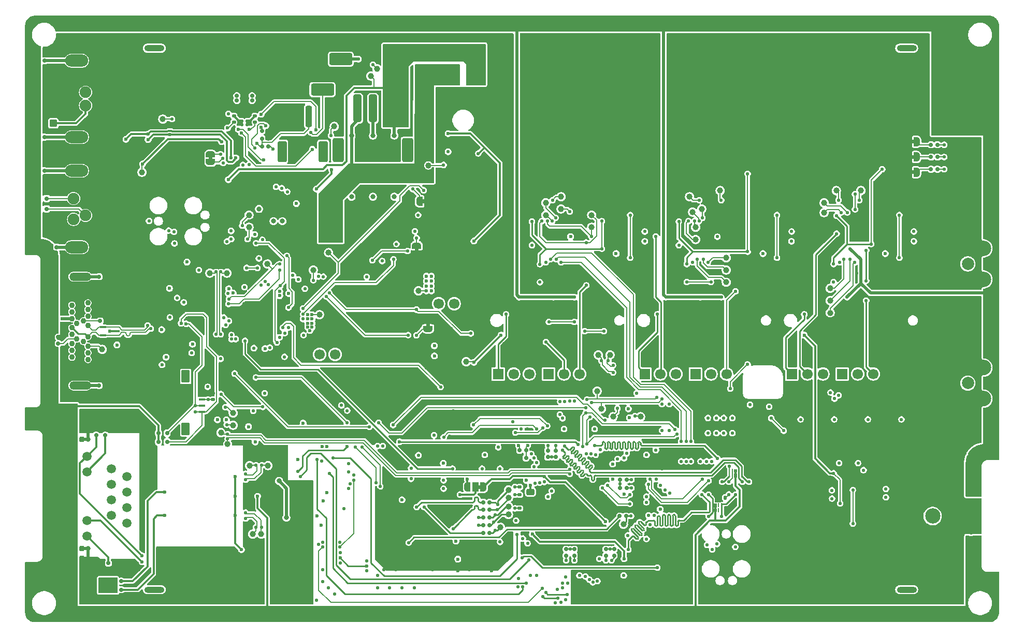
<source format=gbr>
%TF.GenerationSoftware,KiCad,Pcbnew,9.0.2*%
%TF.CreationDate,2025-05-17T09:42:03-04:00*%
%TF.ProjectId,mainBoard,6d61696e-426f-4617-9264-2e6b69636164,01*%
%TF.SameCoordinates,PX42c1d80PY2faf080*%
%TF.FileFunction,Copper,L6,Bot*%
%TF.FilePolarity,Positive*%
%FSLAX46Y46*%
G04 Gerber Fmt 4.6, Leading zero omitted, Abs format (unit mm)*
G04 Created by KiCad (PCBNEW 9.0.2) date 2025-05-17 09:42:03*
%MOMM*%
%LPD*%
G01*
G04 APERTURE LIST*
G04 Aperture macros list*
%AMRoundRect*
0 Rectangle with rounded corners*
0 $1 Rounding radius*
0 $2 $3 $4 $5 $6 $7 $8 $9 X,Y pos of 4 corners*
0 Add a 4 corners polygon primitive as box body*
4,1,4,$2,$3,$4,$5,$6,$7,$8,$9,$2,$3,0*
0 Add four circle primitives for the rounded corners*
1,1,$1+$1,$2,$3*
1,1,$1+$1,$4,$5*
1,1,$1+$1,$6,$7*
1,1,$1+$1,$8,$9*
0 Add four rect primitives between the rounded corners*
20,1,$1+$1,$2,$3,$4,$5,0*
20,1,$1+$1,$4,$5,$6,$7,0*
20,1,$1+$1,$6,$7,$8,$9,0*
20,1,$1+$1,$8,$9,$2,$3,0*%
%AMFreePoly0*
4,1,23,0.550000,-0.750000,0.000000,-0.750000,0.000000,-0.745722,-0.065263,-0.745722,-0.191342,-0.711940,-0.304381,-0.646677,-0.396677,-0.554381,-0.461940,-0.441342,-0.495722,-0.315263,-0.495722,-0.250000,-0.500000,-0.250000,-0.500000,0.250000,-0.495722,0.250000,-0.495722,0.315263,-0.461940,0.441342,-0.396677,0.554381,-0.304381,0.646677,-0.191342,0.711940,-0.065263,0.745722,0.000000,0.745722,
0.000000,0.750000,0.550000,0.750000,0.550000,-0.750000,0.550000,-0.750000,$1*%
%AMFreePoly1*
4,1,23,0.000000,0.745722,0.065263,0.745722,0.191342,0.711940,0.304381,0.646677,0.396677,0.554381,0.461940,0.441342,0.495722,0.315263,0.495722,0.250000,0.500000,0.250000,0.500000,-0.250000,0.495722,-0.250000,0.495722,-0.315263,0.461940,-0.441342,0.396677,-0.554381,0.304381,-0.646677,0.191342,-0.711940,0.065263,-0.745722,0.000000,-0.745722,0.000000,-0.750000,-0.550000,-0.750000,
-0.550000,0.750000,0.000000,0.750000,0.000000,0.745722,0.000000,0.745722,$1*%
%AMFreePoly2*
4,1,23,0.500000,-0.750000,0.000000,-0.750000,0.000000,-0.745722,-0.065263,-0.745722,-0.191342,-0.711940,-0.304381,-0.646677,-0.396677,-0.554381,-0.461940,-0.441342,-0.495722,-0.315263,-0.495722,-0.250000,-0.500000,-0.250000,-0.500000,0.250000,-0.495722,0.250000,-0.495722,0.315263,-0.461940,0.441342,-0.396677,0.554381,-0.304381,0.646677,-0.191342,0.711940,-0.065263,0.745722,0.000000,0.745722,
0.000000,0.750000,0.500000,0.750000,0.500000,-0.750000,0.500000,-0.750000,$1*%
%AMFreePoly3*
4,1,23,0.000000,0.745722,0.065263,0.745722,0.191342,0.711940,0.304381,0.646677,0.396677,0.554381,0.461940,0.441342,0.495722,0.315263,0.495722,0.250000,0.500000,0.250000,0.500000,-0.250000,0.495722,-0.250000,0.495722,-0.315263,0.461940,-0.441342,0.396677,-0.554381,0.304381,-0.646677,0.191342,-0.711940,0.065263,-0.745722,0.000000,-0.745722,0.000000,-0.750000,-0.500000,-0.750000,
-0.500000,0.750000,0.000000,0.750000,0.000000,0.745722,0.000000,0.745722,$1*%
G04 Aperture macros list end*
%TA.AperFunction,EtchedComponent*%
%ADD10C,0.000000*%
%TD*%
%TA.AperFunction,ComponentPad*%
%ADD11C,6.500000*%
%TD*%
%TA.AperFunction,ComponentPad*%
%ADD12R,1.700000X1.700000*%
%TD*%
%TA.AperFunction,ComponentPad*%
%ADD13C,1.700000*%
%TD*%
%TA.AperFunction,ComponentPad*%
%ADD14C,2.000000*%
%TD*%
%TA.AperFunction,ComponentPad*%
%ADD15C,2.500000*%
%TD*%
%TA.AperFunction,ComponentPad*%
%ADD16O,3.250000X1.000000*%
%TD*%
%TA.AperFunction,ComponentPad*%
%ADD17C,2.750000*%
%TD*%
%TA.AperFunction,ComponentPad*%
%ADD18C,0.930000*%
%TD*%
%TA.AperFunction,ComponentPad*%
%ADD19O,3.550000X1.350000*%
%TD*%
%TA.AperFunction,ComponentPad*%
%ADD20C,1.900000*%
%TD*%
%TA.AperFunction,ComponentPad*%
%ADD21O,3.750000X2.000000*%
%TD*%
%TA.AperFunction,ComponentPad*%
%ADD22C,1.500000*%
%TD*%
%TA.AperFunction,ComponentPad*%
%ADD23C,2.600000*%
%TD*%
%TA.AperFunction,SMDPad,CuDef*%
%ADD24C,1.000000*%
%TD*%
%TA.AperFunction,SMDPad,CuDef*%
%ADD25RoundRect,0.150000X-0.150000X-0.150000X0.150000X-0.150000X0.150000X0.150000X-0.150000X0.150000X0*%
%TD*%
%TA.AperFunction,SMDPad,CuDef*%
%ADD26RoundRect,0.150000X0.150000X0.150000X-0.150000X0.150000X-0.150000X-0.150000X0.150000X-0.150000X0*%
%TD*%
%TA.AperFunction,SMDPad,CuDef*%
%ADD27RoundRect,0.300000X1.575000X0.700000X-1.575000X0.700000X-1.575000X-0.700000X1.575000X-0.700000X0*%
%TD*%
%TA.AperFunction,SMDPad,CuDef*%
%ADD28RoundRect,0.150000X-0.150000X0.150000X-0.150000X-0.150000X0.150000X-0.150000X0.150000X0.150000X0*%
%TD*%
%TA.AperFunction,SMDPad,CuDef*%
%ADD29FreePoly0,180.000000*%
%TD*%
%TA.AperFunction,SMDPad,CuDef*%
%ADD30R,1.000000X1.500000*%
%TD*%
%TA.AperFunction,SMDPad,CuDef*%
%ADD31FreePoly1,180.000000*%
%TD*%
%TA.AperFunction,SMDPad,CuDef*%
%ADD32RoundRect,0.250000X0.625000X0.950000X-0.625000X0.950000X-0.625000X-0.950000X0.625000X-0.950000X0*%
%TD*%
%TA.AperFunction,SMDPad,CuDef*%
%ADD33RoundRect,0.150000X0.150000X-0.150000X0.150000X0.150000X-0.150000X0.150000X-0.150000X-0.150000X0*%
%TD*%
%TA.AperFunction,SMDPad,CuDef*%
%ADD34RoundRect,0.200000X-0.200000X-0.250000X0.200000X-0.250000X0.200000X0.250000X-0.200000X0.250000X0*%
%TD*%
%TA.AperFunction,SMDPad,CuDef*%
%ADD35RoundRect,0.300000X-1.575000X-0.700000X1.575000X-0.700000X1.575000X0.700000X-1.575000X0.700000X0*%
%TD*%
%TA.AperFunction,SMDPad,CuDef*%
%ADD36RoundRect,0.275000X-0.375000X0.275000X-0.375000X-0.275000X0.375000X-0.275000X0.375000X0.275000X0*%
%TD*%
%TA.AperFunction,SMDPad,CuDef*%
%ADD37RoundRect,0.300000X-0.300000X-0.550000X0.300000X-0.550000X0.300000X0.550000X-0.300000X0.550000X0*%
%TD*%
%TA.AperFunction,SMDPad,CuDef*%
%ADD38RoundRect,0.125000X0.175000X-0.125000X0.175000X0.125000X-0.175000X0.125000X-0.175000X-0.125000X0*%
%TD*%
%TA.AperFunction,SMDPad,CuDef*%
%ADD39RoundRect,0.060000X-0.415000X-0.140000X0.415000X-0.140000X0.415000X0.140000X-0.415000X0.140000X0*%
%TD*%
%TA.AperFunction,SMDPad,CuDef*%
%ADD40FreePoly2,180.000000*%
%TD*%
%TA.AperFunction,SMDPad,CuDef*%
%ADD41FreePoly3,180.000000*%
%TD*%
%TA.AperFunction,SMDPad,CuDef*%
%ADD42RoundRect,0.050000X0.100000X0.200000X-0.100000X0.200000X-0.100000X-0.200000X0.100000X-0.200000X0*%
%TD*%
%TA.AperFunction,SMDPad,CuDef*%
%ADD43RoundRect,0.030000X0.120000X0.220000X-0.120000X0.220000X-0.120000X-0.220000X0.120000X-0.220000X0*%
%TD*%
%TA.AperFunction,SMDPad,CuDef*%
%ADD44RoundRect,0.300000X-0.700000X1.575000X-0.700000X-1.575000X0.700000X-1.575000X0.700000X1.575000X0*%
%TD*%
%TA.AperFunction,SMDPad,CuDef*%
%ADD45RoundRect,0.125000X-0.175000X0.125000X-0.175000X-0.125000X0.175000X-0.125000X0.175000X0.125000X0*%
%TD*%
%TA.AperFunction,SMDPad,CuDef*%
%ADD46FreePoly2,90.000000*%
%TD*%
%TA.AperFunction,SMDPad,CuDef*%
%ADD47FreePoly3,90.000000*%
%TD*%
%TA.AperFunction,SMDPad,CuDef*%
%ADD48RoundRect,0.250000X0.650000X1.700000X-0.650000X1.700000X-0.650000X-1.700000X0.650000X-1.700000X0*%
%TD*%
%TA.AperFunction,SMDPad,CuDef*%
%ADD49RoundRect,0.250000X0.400000X2.000000X-0.400000X2.000000X-0.400000X-2.000000X0.400000X-2.000000X0*%
%TD*%
%TA.AperFunction,SMDPad,CuDef*%
%ADD50FreePoly2,270.000000*%
%TD*%
%TA.AperFunction,SMDPad,CuDef*%
%ADD51FreePoly3,270.000000*%
%TD*%
%TA.AperFunction,SMDPad,CuDef*%
%ADD52RoundRect,0.050000X0.600000X-0.950000X0.600000X0.950000X-0.600000X0.950000X-0.600000X-0.950000X0*%
%TD*%
%TA.AperFunction,SMDPad,CuDef*%
%ADD53RoundRect,0.050000X0.450000X-0.150000X0.450000X0.150000X-0.450000X0.150000X-0.450000X-0.150000X0*%
%TD*%
%TA.AperFunction,SMDPad,CuDef*%
%ADD54RoundRect,0.150000X0.450000X0.450000X-0.450000X0.450000X-0.450000X-0.450000X0.450000X-0.450000X0*%
%TD*%
%TA.AperFunction,SMDPad,CuDef*%
%ADD55RoundRect,0.150000X0.150000X0.200000X-0.150000X0.200000X-0.150000X-0.200000X0.150000X-0.200000X0*%
%TD*%
%TA.AperFunction,SMDPad,CuDef*%
%ADD56RoundRect,0.125000X0.125000X0.175000X-0.125000X0.175000X-0.125000X-0.175000X0.125000X-0.175000X0*%
%TD*%
%TA.AperFunction,SMDPad,CuDef*%
%ADD57RoundRect,0.050000X0.075000X0.262500X-0.075000X0.262500X-0.075000X-0.262500X0.075000X-0.262500X0*%
%TD*%
%TA.AperFunction,SMDPad,CuDef*%
%ADD58RoundRect,0.050000X0.175000X0.300000X-0.175000X0.300000X-0.175000X-0.300000X0.175000X-0.300000X0*%
%TD*%
%TA.AperFunction,SMDPad,CuDef*%
%ADD59RoundRect,0.050000X0.175000X0.237500X-0.175000X0.237500X-0.175000X-0.237500X0.175000X-0.237500X0*%
%TD*%
%TA.AperFunction,SMDPad,CuDef*%
%ADD60RoundRect,0.050000X-0.075000X-0.262500X0.075000X-0.262500X0.075000X0.262500X-0.075000X0.262500X0*%
%TD*%
%TA.AperFunction,SMDPad,CuDef*%
%ADD61RoundRect,0.050000X-0.175000X-0.300000X0.175000X-0.300000X0.175000X0.300000X-0.175000X0.300000X0*%
%TD*%
%TA.AperFunction,SMDPad,CuDef*%
%ADD62RoundRect,0.050000X-0.175000X-0.237500X0.175000X-0.237500X0.175000X0.237500X-0.175000X0.237500X0*%
%TD*%
%TA.AperFunction,SMDPad,CuDef*%
%ADD63FreePoly2,0.000000*%
%TD*%
%TA.AperFunction,SMDPad,CuDef*%
%ADD64FreePoly3,0.000000*%
%TD*%
%TA.AperFunction,SMDPad,CuDef*%
%ADD65RoundRect,0.250000X0.500000X1.450000X-0.500000X1.450000X-0.500000X-1.450000X0.500000X-1.450000X0*%
%TD*%
%TA.AperFunction,SMDPad,CuDef*%
%ADD66RoundRect,0.250000X0.250000X1.500000X-0.250000X1.500000X-0.250000X-1.500000X0.250000X-1.500000X0*%
%TD*%
%TA.AperFunction,ViaPad*%
%ADD67C,0.550000*%
%TD*%
%TA.AperFunction,ViaPad*%
%ADD68C,0.600000*%
%TD*%
%TA.AperFunction,ViaPad*%
%ADD69C,0.800000*%
%TD*%
%TA.AperFunction,ViaPad*%
%ADD70C,0.700000*%
%TD*%
%TA.AperFunction,Conductor*%
%ADD71C,0.200000*%
%TD*%
%TA.AperFunction,Conductor*%
%ADD72C,0.500000*%
%TD*%
%TA.AperFunction,Conductor*%
%ADD73C,0.400000*%
%TD*%
%TA.AperFunction,Conductor*%
%ADD74C,0.300000*%
%TD*%
%TA.AperFunction,Conductor*%
%ADD75C,0.250000*%
%TD*%
%TA.AperFunction,Conductor*%
%ADD76C,0.350000*%
%TD*%
%TA.AperFunction,Conductor*%
%ADD77C,0.200700*%
%TD*%
%TA.AperFunction,Conductor*%
%ADD78C,0.210800*%
%TD*%
%TA.AperFunction,Conductor*%
%ADD79C,0.262900*%
%TD*%
%TA.AperFunction,Conductor*%
%ADD80C,0.215900*%
%TD*%
%TA.AperFunction,Conductor*%
%ADD81C,0.175000*%
%TD*%
%TA.AperFunction,Conductor*%
%ADD82C,0.141000*%
%TD*%
G04 APERTURE END LIST*
D10*
%TA.AperFunction,EtchedComponent*%
%TO.C,JP1*%
G36*
X74900000Y-77800000D02*
G01*
X74400000Y-77800000D01*
X74400000Y-77200000D01*
X74900000Y-77200000D01*
X74900000Y-77800000D01*
G37*
%TD.AperFunction*%
%TA.AperFunction,EtchedComponent*%
%TO.C,JP4*%
G36*
X145750000Y-26300000D02*
G01*
X145250000Y-26300000D01*
X145250000Y-25700000D01*
X145750000Y-25700000D01*
X145750000Y-26300000D01*
G37*
%TD.AperFunction*%
%TA.AperFunction,EtchedComponent*%
%TO.C,JP3*%
G36*
X145750000Y-23800000D02*
G01*
X145250000Y-23800000D01*
X145250000Y-23200000D01*
X145750000Y-23200000D01*
X145750000Y-23800000D01*
G37*
%TD.AperFunction*%
%TA.AperFunction,EtchedComponent*%
%TO.C,JP8*%
G36*
X66550000Y-51250000D02*
G01*
X65950000Y-51250000D01*
X65950000Y-50750000D01*
X66550000Y-50750000D01*
X66550000Y-51250000D01*
G37*
%TD.AperFunction*%
%TA.AperFunction,EtchedComponent*%
%TO.C,JP7*%
G36*
X64700000Y-38900000D02*
G01*
X64100000Y-38900000D01*
X64100000Y-38400000D01*
X64700000Y-38400000D01*
X64700000Y-38900000D01*
G37*
%TD.AperFunction*%
%TA.AperFunction,EtchedComponent*%
%TO.C,JP5*%
G36*
X31000000Y-23950000D02*
G01*
X30400000Y-23950000D01*
X30400000Y-23450000D01*
X31000000Y-23450000D01*
X31000000Y-23950000D01*
G37*
%TD.AperFunction*%
%TA.AperFunction,EtchedComponent*%
%TO.C,JP2*%
G36*
X145750000Y-21300000D02*
G01*
X145250000Y-21300000D01*
X145250000Y-20700000D01*
X145750000Y-20700000D01*
X145750000Y-21300000D01*
G37*
%TD.AperFunction*%
%TA.AperFunction,EtchedComponent*%
%TO.C,JP6*%
G36*
X65750000Y-31050000D02*
G01*
X65250000Y-31050000D01*
X65250000Y-30450000D01*
X65750000Y-30450000D01*
X65750000Y-31050000D01*
G37*
%TD.AperFunction*%
%TD*%
D11*
%TO.P,J15,1*%
%TO.N,VSS*%
X135500000Y-10000000D03*
%TD*%
%TO.P,J27,1*%
%TO.N,VSS*%
X87500000Y-10000000D03*
%TD*%
D12*
%TO.P,J26,1*%
%TO.N,/Auxiliary Card/AUX_VDD*%
X85960000Y-59000000D03*
D13*
%TO.P,J26,2*%
%TO.N,/Auxiliary Card/AUX_GPIO_VCCA*%
X88500000Y-59000000D03*
%TO.P,J26,3*%
%TO.N,/Auxiliary Card/AUX_1V8*%
X91040000Y-59000000D03*
%TD*%
D14*
%TO.P,AE2,1,A*%
%TO.N,/RF Interface/LTE_RF-IN*%
X154500000Y-60500000D03*
D15*
%TO.P,AE2,2,Shield*%
%TO.N,VSS*%
X157040000Y-57960000D03*
%TO.P,AE2,3,Shield*%
X151960000Y-57960000D03*
%TO.P,AE2,4,Shield*%
X151960000Y-63040000D03*
%TO.P,AE2,5,Shield*%
X157040000Y-63040000D03*
%TD*%
%TO.P,AE1,1,A*%
%TO.N,/RF Interface/GNSS_RF-IN*%
X148750000Y-82250000D03*
%TO.P,AE1,2,Shield*%
%TO.N,VSS*%
X151290000Y-79710000D03*
%TO.P,AE1,3,Shield*%
X146210000Y-79710000D03*
%TO.P,AE1,4,Shield*%
X146210000Y-84790000D03*
%TO.P,AE1,5,Shield*%
X151290000Y-84790000D03*
%TD*%
D11*
%TO.P,J22,1*%
%TO.N,VSS*%
X111500000Y-22000000D03*
%TD*%
D16*
%TO.P,J5,1*%
%TO.N,GND*%
X21500000Y-5700000D03*
%TD*%
D12*
%TO.P,J20,1*%
%TO.N,/LTE Card/LTE_VDD*%
X109960000Y-59000000D03*
D13*
%TO.P,J20,2*%
%TO.N,/LTE Card/LTE_GPIO_VCCA*%
X112500000Y-59000000D03*
%TO.P,J20,3*%
%TO.N,/LTE Card/LTE_1V8*%
X115040000Y-59000000D03*
%TD*%
D11*
%TO.P,J28,1*%
%TO.N,VSS*%
X87500000Y-22000000D03*
%TD*%
%TO.P,J21,1*%
%TO.N,VSS*%
X111500000Y-10000000D03*
%TD*%
D12*
%TO.P,J41,1,Pin_1*%
%TO.N,VSS*%
X73060000Y-47500000D03*
D13*
%TO.P,J41,2,Pin_2*%
%TO.N,/EPS Controller/Voltage Regulators/+3V3_REG_OUT*%
X70520000Y-47500000D03*
%TO.P,J41,3,Pin_3*%
%TO.N,+3V3*%
X67980000Y-47500000D03*
%TO.P,J41,4,Pin_4*%
%TO.N,VSS*%
X65440000Y-47500000D03*
%TD*%
D16*
%TO.P,J4,1*%
%TO.N,GND*%
X144500000Y-5700000D03*
%TD*%
D17*
%TO.P,J1,1*%
%TO.N,GND*%
X149920000Y-16550000D03*
%TO.P,J1,2*%
X154920000Y-16550000D03*
%TO.P,J1,3*%
X154920000Y-9050000D03*
%TO.P,J1,4*%
X149920000Y-9050000D03*
%TD*%
D12*
%TO.P,J17,1*%
%TO.N,/LTE Card/LTE_VDD*%
X101710000Y-59000000D03*
D13*
%TO.P,J17,2*%
%TO.N,/LTE Card/LTE_SIG_VCCA*%
X104250000Y-59000000D03*
%TO.P,J17,3*%
%TO.N,/LTE Card/LTE_1V8*%
X106790000Y-59000000D03*
%TD*%
D18*
%TO.P,J9,A1,GND*%
%TO.N,VSS*%
X10670000Y-46275000D03*
%TO.P,J9,A2,TX1+*%
%TO.N,unconnected-(J9-TX1+-PadA2)*%
X10670000Y-47375000D03*
%TO.P,J9,A3,TX1-*%
%TO.N,unconnected-(J9-TX1--PadA3)*%
X10670000Y-48475000D03*
%TO.P,J9,A4,VBUS*%
%TO.N,VBUS*%
X10670000Y-49575000D03*
%TO.P,J9,A5,CC1*%
%TO.N,/USB Hub/CC1*%
X9900000Y-50325000D03*
%TO.P,J9,A6,D1+*%
%TO.N,/USB Hub/UP_USB_DP*%
X10670000Y-51075000D03*
%TO.P,J9,A7,D1-*%
%TO.N,/USB Hub/UP_USB_DN*%
X10670000Y-52925000D03*
%TO.P,J9,A8,SBU1*%
%TO.N,unconnected-(J9-SBU1-PadA8)*%
X9900000Y-53675000D03*
%TO.P,J9,A9,VBUS*%
%TO.N,VBUS*%
X10670000Y-54425000D03*
%TO.P,J9,A10,RX2-*%
%TO.N,unconnected-(J9-RX2--PadA10)*%
X10670000Y-55525000D03*
%TO.P,J9,A11,RX2+*%
%TO.N,unconnected-(J9-RX2+-PadA11)*%
X10670000Y-56625000D03*
%TO.P,J9,A12,GND*%
%TO.N,VSS*%
X10670000Y-57725000D03*
%TO.P,J9,B1,GND*%
X8050000Y-57350000D03*
%TO.P,J9,B2,TX2+*%
%TO.N,unconnected-(J9-TX2+-PadB2)*%
X8050000Y-56250000D03*
%TO.P,J9,B3,TX2-*%
%TO.N,unconnected-(J9-TX2--PadB3)*%
X8050000Y-55150000D03*
%TO.P,J9,B4,VBUS*%
%TO.N,VBUS*%
X8050000Y-54050000D03*
%TO.P,J9,B5,CC2*%
%TO.N,/USB Hub/CC2*%
X8850000Y-53300000D03*
%TO.P,J9,B6,D2+*%
%TO.N,/USB Hub/UP_USB_DP*%
X8050000Y-52550000D03*
%TO.P,J9,B7,D2-*%
%TO.N,/USB Hub/UP_USB_DN*%
X8050000Y-51450000D03*
%TO.P,J9,B8,SBU2*%
%TO.N,unconnected-(J9-SBU2-PadB8)*%
X8850000Y-50700000D03*
%TO.P,J9,B9,VBUS*%
%TO.N,VBUS*%
X8050000Y-49950000D03*
%TO.P,J9,B10,RX1-*%
%TO.N,unconnected-(J9-RX1--PadB10)*%
X8050000Y-48850000D03*
%TO.P,J9,B11,RX1+*%
%TO.N,unconnected-(J9-RX1+-PadB11)*%
X8050000Y-47750000D03*
%TO.P,J9,B12,GND*%
%TO.N,VSS*%
X8050000Y-46650000D03*
%TO.P,J9,G1,GND*%
X9375000Y-47050000D03*
%TO.P,J9,G2,GND*%
X9375000Y-48150000D03*
%TO.P,J9,G3,GND*%
X9375000Y-49250000D03*
%TO.P,J9,G4,GND*%
X9375000Y-54750000D03*
%TO.P,J9,G5,GND*%
X9375000Y-55850000D03*
%TO.P,J9,G6,GND*%
X9375000Y-56950000D03*
D19*
%TO.P,J9,S1,S1*%
%TO.N,Net-(J9-PadS1)*%
X9375000Y-60900000D03*
%TO.P,J9,S2,S2*%
%TO.N,Net-(J9-PadS2)*%
X9375000Y-43100000D03*
%TD*%
D16*
%TO.P,J3,1*%
%TO.N,GND*%
X144500000Y-94300000D03*
%TD*%
D12*
%TO.P,J14,1*%
%TO.N,/GNSS Card/GNSS_VDD*%
X133960000Y-59000000D03*
D13*
%TO.P,J14,2*%
%TO.N,/GNSS Card/GPS_GPIO_VCCA*%
X136500000Y-59000000D03*
%TO.P,J14,3*%
%TO.N,/GNSS Card/GNSS_1V8*%
X139040000Y-59000000D03*
%TD*%
D12*
%TO.P,J11,1*%
%TO.N,/GNSS Card/GNSS_VDD*%
X125710000Y-59000000D03*
D13*
%TO.P,J11,2*%
%TO.N,/GNSS Card/GPS_SIG_VCCA*%
X128250000Y-59000000D03*
%TO.P,J11,3*%
%TO.N,/GNSS Card/GNSS_1V8*%
X130790000Y-59000000D03*
%TD*%
D12*
%TO.P,J42,1,Pin_1*%
%TO.N,VSS*%
X53610000Y-55800000D03*
D13*
%TO.P,J42,2,Pin_2*%
%TO.N,Net-(J42-Pin_2)*%
X51070000Y-55800000D03*
%TO.P,J42,3,Pin_3*%
%TO.N,+1V8*%
X48530000Y-55800000D03*
%TO.P,J42,4,Pin_4*%
%TO.N,VSS*%
X45990000Y-55800000D03*
%TD*%
D20*
%TO.P,J37,1*%
%TO.N,VSS*%
X8325000Y-15700000D03*
%TO.P,J37,2*%
%TO.N,/EPS Controller/Battery Charger/PVIN*%
X10275000Y-15075000D03*
%TO.P,J37,3*%
%TO.N,VSS*%
X8325000Y-12300000D03*
%TO.P,J37,4*%
%TO.N,/EPS Controller/Battery Charger/PVIN*%
X10275000Y-12925000D03*
D21*
%TO.P,J37,S1,SHIELD*%
%TO.N,Net-(J37-SHIELD-PadS1)*%
X8825000Y-20250000D03*
%TO.P,J37,S2,SHIELD*%
%TO.N,Net-(J37-SHIELD-PadS2)*%
X8825000Y-7750000D03*
%TD*%
D12*
%TO.P,J23,1*%
%TO.N,/Auxiliary Card/AUX_VDD*%
X77710000Y-59000000D03*
D13*
%TO.P,J23,2*%
%TO.N,/Auxiliary Card/AUX_SIG_VCCA*%
X80250000Y-59000000D03*
%TO.P,J23,3*%
%TO.N,/Auxiliary Card/AUX_1V8*%
X82790000Y-59000000D03*
%TD*%
D14*
%TO.P,AE3,1,A*%
%TO.N,/RF Interface/AUX_RF-IN*%
X154500000Y-41000000D03*
D15*
%TO.P,AE3,2,Shield*%
%TO.N,VSS*%
X157040000Y-38460000D03*
%TO.P,AE3,3,Shield*%
X151960000Y-38460000D03*
%TO.P,AE3,4,Shield*%
X151960000Y-43540000D03*
%TO.P,AE3,5,Shield*%
X157040000Y-43540000D03*
%TD*%
D16*
%TO.P,J2,1*%
%TO.N,GND*%
X21500000Y-94300000D03*
%TD*%
D20*
%TO.P,J33,1*%
%TO.N,+3V3*%
X8325000Y-33700000D03*
%TO.P,J33,2*%
%TO.N,/I2C1.SCL*%
X10275000Y-33075000D03*
%TO.P,J33,3*%
%TO.N,/I2C1.SDA*%
X8325000Y-30300000D03*
%TO.P,J33,4*%
%TO.N,VSS*%
X10275000Y-30925000D03*
D21*
%TO.P,J33,S1,SHIELD*%
%TO.N,Net-(J33-SHIELD-PadS1)*%
X8825000Y-38250000D03*
%TO.P,J33,S2,SHIELD*%
%TO.N,Net-(J33-SHIELD-PadS2)*%
X8825000Y-25750000D03*
%TD*%
D11*
%TO.P,J16,1*%
%TO.N,VSS*%
X135500000Y-22000000D03*
%TD*%
D22*
%TO.P,J10,1,RX+*%
%TO.N,/Ethernet/MDI_RX+*%
X14500000Y-74560000D03*
%TO.P,J10,2,RX-*%
%TO.N,/Ethernet/MDI_RX-*%
X17040000Y-75830000D03*
%TO.P,J10,3,TX+*%
%TO.N,/Ethernet/MDI_TX+*%
X14500000Y-77100000D03*
%TO.P,J10,4,DC+*%
%TO.N,unconnected-(J10-DC+-Pad4)*%
X17040000Y-78370000D03*
%TO.P,J10,5,DC+*%
%TO.N,unconnected-(J10-DC+-Pad5)*%
X14500000Y-79640000D03*
%TO.P,J10,6,TX-*%
%TO.N,/Ethernet/MDI_TX-*%
X17040000Y-80910000D03*
%TO.P,J10,7,DC-*%
%TO.N,unconnected-(J10-DC--Pad7)*%
X14500000Y-82180000D03*
%TO.P,J10,8,DC-*%
%TO.N,unconnected-(J10-DC--Pad8)*%
X17040000Y-83450000D03*
%TO.P,J10,9,LED(Yellow)_K*%
%TO.N,Net-(J10-LED(Yellow)_K)*%
X10500000Y-85530000D03*
%TO.P,J10,10,LED(Yellow)_A*%
%TO.N,/Ethernet/LED1*%
X10500000Y-82990000D03*
%TO.P,J10,11,LED(Green)_K*%
%TO.N,Net-(J10-LED(Green)_K)*%
X10500000Y-75010000D03*
%TO.P,J10,12,LED(Green)_A*%
%TO.N,/Ethernet/LED2*%
X10500000Y-72470000D03*
D23*
%TO.P,J10,S1,S1*%
%TO.N,GND*%
X6500000Y-74000000D03*
%TO.P,J10,S2,S2*%
X6500000Y-84000000D03*
%TD*%
D24*
%TO.P,TP51,1*%
%TO.N,/Auxiliary Card/USART6.TX*%
X88000000Y-32000000D03*
%TD*%
%TO.P,TP8,1*%
%TO.N,/Memory/QSPI1.IO3*%
X79400000Y-78000000D03*
%TD*%
D25*
%TO.P,R1,1*%
%TO.N,+3V3*%
X97675000Y-76325000D03*
%TO.P,R1,2*%
%TO.N,/LTE Card/I2C3.SCL*%
X98725000Y-76325000D03*
%TD*%
D24*
%TO.P,TP25,1*%
%TO.N,/L4_CAN_RX*%
X34400000Y-67400000D03*
%TD*%
D26*
%TO.P,R57,1*%
%TO.N,Net-(D10-Pad2)*%
X149525000Y-21500000D03*
%TO.P,R57,2*%
%TO.N,Net-(JP2-Pad1)*%
X148475000Y-21500000D03*
%TD*%
D24*
%TO.P,TP43,1*%
%TO.N,/LTE Card/USART3.CTS*%
X111000000Y-32000000D03*
%TD*%
D27*
%TO.P,TP60,1*%
%TO.N,VSS*%
X28500000Y-45500000D03*
%TD*%
D28*
%TO.P,R8,1*%
%TO.N,+3V3*%
X90175000Y-87675000D03*
%TO.P,R8,2*%
%TO.N,/Auxiliary Card/I2C4.SDA*%
X90175000Y-88725000D03*
%TD*%
D24*
%TO.P,TP17,1*%
%TO.N,/Ethernet/RXP*%
X39000000Y-85200000D03*
%TD*%
D29*
%TO.P,JP1,1,A*%
%TO.N,/STM32H745/VCAP*%
X75300000Y-77500000D03*
D30*
%TO.P,JP1,2,C*%
%TO.N,/STM32H745/SMPS_FB*%
X74000000Y-77500000D03*
D31*
%TO.P,JP1,3,B*%
%TO.N,VDD_LDO*%
X72700000Y-77500000D03*
%TD*%
D32*
%TO.P,C58,1*%
%TO.N,Net-(C58-Pad1)*%
X13300000Y-93600000D03*
%TO.P,C58,2*%
%TO.N,GND*%
X8050000Y-93600000D03*
%TD*%
D24*
%TO.P,TP6,1*%
%TO.N,/Memory/QSPI1.IO1*%
X79400000Y-82000000D03*
%TD*%
D33*
%TO.P,R52,1*%
%TO.N,Net-(J10-LED(Green)_K)*%
X13500000Y-69025000D03*
%TO.P,R52,2*%
%TO.N,VSS*%
X13500000Y-67975000D03*
%TD*%
D24*
%TO.P,TP46,1*%
%TO.N,/LTE Card/I2C3.SCL*%
X110000000Y-37000000D03*
%TD*%
%TO.P,TP4,1*%
%TO.N,/Memory/QSPI1.CLK*%
X78100000Y-84100000D03*
%TD*%
D28*
%TO.P,R4,1*%
%TO.N,+3V3*%
X96675000Y-87675000D03*
%TO.P,R4,2*%
%TO.N,/GNSS Card/I2C2.SDA*%
X96675000Y-88725000D03*
%TD*%
D24*
%TO.P,TP5,1*%
%TO.N,/Memory/QSPI1.IO0*%
X79400000Y-80700000D03*
%TD*%
D34*
%TO.P,C52,1*%
%TO.N,GND*%
X8300000Y-68000000D03*
%TO.P,C52,2*%
%TO.N,VSS*%
X9700000Y-68000000D03*
%TD*%
D25*
%TO.P,R31,1*%
%TO.N,Net-(J9-PadS1)*%
X12475000Y-60900000D03*
%TO.P,R31,2*%
%TO.N,VSS*%
X13525000Y-60900000D03*
%TD*%
D26*
%TO.P,R79,1*%
%TO.N,Net-(J37-SHIELD-PadS2)*%
X3550000Y-7750000D03*
%TO.P,R79,2*%
%TO.N,GND*%
X2500000Y-7750000D03*
%TD*%
D34*
%TO.P,C56,1*%
%TO.N,GND*%
X8300000Y-87550000D03*
%TO.P,C56,2*%
%TO.N,VSS*%
X9700000Y-87550000D03*
%TD*%
D35*
%TO.P,TP72,1*%
%TO.N,VSS*%
X25500000Y-25000000D03*
%TD*%
D24*
%TO.P,TP12,1*%
%TO.N,/STM32H745/H7_USB.DN*%
X33500000Y-70500000D03*
%TD*%
D35*
%TO.P,TP10,1*%
%TO.N,VSS*%
X134000000Y-51500000D03*
%TD*%
%TO.P,TP26,1*%
%TO.N,VSS*%
X37000000Y-29500000D03*
%TD*%
%TO.P,TP82,1*%
%TO.N,PACK-*%
X52000000Y-7500000D03*
%TD*%
D36*
%TO.P,C20,1*%
%TO.N,+3V3*%
X83000000Y-78300000D03*
%TO.P,C20,2*%
%TO.N,VSS*%
X83000000Y-80200000D03*
%TD*%
D24*
%TO.P,TP75,1*%
%TO.N,VSYS*%
X66325000Y-24875000D03*
%TD*%
D35*
%TO.P,TP37,1*%
%TO.N,VSS*%
X35100000Y-38800000D03*
%TD*%
D24*
%TO.P,TP18,1*%
%TO.N,/Ethernet/RXN*%
X37600000Y-85200000D03*
%TD*%
D37*
%TO.P,C54,1*%
%TO.N,GND*%
X8300000Y-91150000D03*
%TO.P,C54,2*%
%TO.N,VSS*%
X11500000Y-91150000D03*
%TD*%
D33*
%TO.P,R28,1*%
%TO.N,/USB Hub/CC1*%
X12650000Y-50325000D03*
%TO.P,R28,2*%
%TO.N,VSS*%
X12650000Y-49275000D03*
%TD*%
D25*
%TO.P,R2,1*%
%TO.N,+3V3*%
X97675000Y-77675000D03*
%TO.P,R2,2*%
%TO.N,/LTE Card/I2C3.SDA*%
X98725000Y-77675000D03*
%TD*%
%TO.P,R85,1*%
%TO.N,/EPS Controller/TS*%
X39125000Y-20475000D03*
%TO.P,R85,2*%
%TO.N,VSS*%
X40175000Y-20475000D03*
%TD*%
D38*
%TO.P,C107,1*%
%TO.N,+3V3*%
X31100000Y-63200000D03*
%TO.P,C107,2*%
%TO.N,VSS*%
X31100000Y-62200000D03*
%TD*%
D39*
%TO.P,D7,1*%
%TO.N,/USB Hub/UP_USB_DN*%
X13150000Y-52650000D03*
%TO.P,D7,2*%
%TO.N,/USB Hub/UP_USB_DP*%
X13150000Y-51350000D03*
%TO.P,D7,3*%
%TO.N,GND*%
X15350000Y-52000000D03*
%TD*%
D40*
%TO.P,JP4,1*%
%TO.N,Net-(JP4-Pad1)*%
X146150000Y-26000000D03*
D41*
%TO.P,JP4,2*%
%TO.N,VSS*%
X144850000Y-26000000D03*
%TD*%
D24*
%TO.P,TP31,1*%
%TO.N,/GNSS Card/UART4.RX*%
X133000000Y-29000000D03*
%TD*%
D26*
%TO.P,R78,1*%
%TO.N,Net-(J37-SHIELD-PadS1)*%
X3550000Y-20250000D03*
%TO.P,R78,2*%
%TO.N,GND*%
X2500000Y-20250000D03*
%TD*%
D42*
%TO.P,D6,1*%
%TO.N,VBUS*%
X6325000Y-49950000D03*
D43*
%TO.P,D6,2*%
%TO.N,GND*%
X5625000Y-49950000D03*
%TD*%
D24*
%TO.P,TP53,1*%
%TO.N,/Auxiliary Card/USART6.CTS*%
X85500000Y-31000000D03*
%TD*%
%TO.P,TP76,1*%
%TO.N,CHG+*%
X50925000Y-18500000D03*
%TD*%
D26*
%TO.P,R83,1*%
%TO.N,/EPS Controller/Battery Charger/REGN*%
X40175000Y-21750000D03*
%TO.P,R83,2*%
%TO.N,/EPS Controller/TS*%
X39125000Y-21750000D03*
%TD*%
D40*
%TO.P,JP3,1*%
%TO.N,Net-(JP3-Pad1)*%
X146150000Y-23500000D03*
D41*
%TO.P,JP3,2*%
%TO.N,VSS*%
X144850000Y-23500000D03*
%TD*%
D24*
%TO.P,TP55,1*%
%TO.N,/Auxiliary Card/I2C4.SDA*%
X93000000Y-35000000D03*
%TD*%
D44*
%TO.P,TP9,1*%
%TO.N,VSS*%
X116000000Y-35500000D03*
%TD*%
D35*
%TO.P,TP79,1*%
%TO.N,CHG-*%
X49000000Y-12500000D03*
%TD*%
D24*
%TO.P,TP56,1*%
%TO.N,/Auxiliary Card/I2C4.SCL*%
X93000000Y-33000000D03*
%TD*%
%TO.P,TP32,1*%
%TO.N,/GNSS Card/UART4.TX*%
X137000000Y-29000000D03*
%TD*%
%TO.P,TP39,1*%
%TO.N,/LTE Card/LTE.NET_STS*%
X115000000Y-42000000D03*
%TD*%
D26*
%TO.P,R17,1*%
%TO.N,/Memory/QSPI1.CLK*%
X76325000Y-85000000D03*
%TO.P,R17,2*%
%TO.N,Net-(U3-CLK)*%
X75275000Y-85000000D03*
%TD*%
D45*
%TO.P,C6,1*%
%TO.N,+3V3*%
X81250000Y-81000000D03*
%TO.P,C6,2*%
%TO.N,VSS*%
X81250000Y-82000000D03*
%TD*%
D26*
%TO.P,R12,1*%
%TO.N,/STM32H745/PDR_ON*%
X82275000Y-72750000D03*
%TO.P,R12,2*%
%TO.N,VSS*%
X81225000Y-72750000D03*
%TD*%
%TO.P,R16,1*%
%TO.N,/Memory/QSPI1.~{CS}*%
X98625000Y-82250000D03*
%TO.P,R16,2*%
%TO.N,Net-(U3-~{CS})*%
X97575000Y-82250000D03*
%TD*%
D24*
%TO.P,TP33,1*%
%TO.N,/GNSS Card/I2C2.SDA*%
X131000000Y-31000000D03*
%TD*%
D46*
%TO.P,JP8,1*%
%TO.N,Net-(JP8-Pad1)*%
X66250000Y-51650000D03*
D47*
%TO.P,JP8,2*%
%TO.N,VSS*%
X66250000Y-50350000D03*
%TD*%
D24*
%TO.P,TP34,1*%
%TO.N,/GNSS Card/I2C2.SCL*%
X131000000Y-32600000D03*
%TD*%
D35*
%TO.P,TP36,1*%
%TO.N,VSS*%
X93500000Y-49900000D03*
%TD*%
D24*
%TO.P,TP11,1*%
%TO.N,/STM32H745/H7_USB.DP*%
X32400000Y-68600000D03*
%TD*%
D38*
%TO.P,C5,1*%
%TO.N,+3V3*%
X81250000Y-77500000D03*
%TO.P,C5,2*%
%TO.N,VSS*%
X81250000Y-76500000D03*
%TD*%
D48*
%TO.P,J39,*%
%TO.N,*%
X62950000Y-22350000D03*
X51550000Y-22350000D03*
D49*
%TO.P,J39,1*%
%TO.N,PACK+*%
X59750000Y-15550000D03*
%TO.P,J39,2*%
%TO.N,/EPS Controller/Battery Manager/1P*%
X57250000Y-15550000D03*
%TO.P,J39,3*%
%TO.N,PACK-*%
X54750000Y-15550000D03*
%TD*%
D24*
%TO.P,TP77,1*%
%TO.N,/EPS Controller/Battery Charger/VCHG*%
X22900000Y-17300000D03*
%TD*%
D50*
%TO.P,JP7,1*%
%TO.N,Net-(JP7-Pad1)*%
X64400000Y-38000000D03*
D51*
%TO.P,JP7,2*%
%TO.N,VSS*%
X64400000Y-39300000D03*
%TD*%
D45*
%TO.P,C137,1*%
%TO.N,/EPS Controller/Battery Charger/SW2*%
X37950000Y-16800000D03*
%TO.P,C137,2*%
%TO.N,/EPS Controller/Battery Charger/BTST2*%
X37950000Y-17800000D03*
%TD*%
D24*
%TO.P,TP83,1*%
%TO.N,+2V8*%
X72500000Y-57000000D03*
%TD*%
D33*
%TO.P,R6,1*%
%TO.N,+3V3*%
X85825000Y-72600000D03*
%TO.P,R6,2*%
%TO.N,/I2C1.SDA*%
X85825000Y-71550000D03*
%TD*%
D24*
%TO.P,TP69,1*%
%TO.N,/EPS Controller/EPS.SCL*%
X37000000Y-33000000D03*
%TD*%
D38*
%TO.P,C134,1*%
%TO.N,/EPS Controller/Battery Charger/BTST1*%
X34550000Y-17800000D03*
%TO.P,C134,2*%
%TO.N,/EPS Controller/Battery Charger/SW1*%
X34550000Y-16800000D03*
%TD*%
D24*
%TO.P,TP38,1*%
%TO.N,/LTE Card/LTE.SLEEP*%
X115000000Y-40000000D03*
%TD*%
D44*
%TO.P,TP58,1*%
%TO.N,VSS*%
X141000000Y-30500000D03*
%TD*%
D24*
%TO.P,TP88,1*%
%TO.N,/EPS Controller/PG_1V8*%
X47500000Y-42000000D03*
%TD*%
%TO.P,TP84,1*%
%TO.N,+3V3*%
X64700000Y-45400000D03*
%TD*%
%TO.P,TP78,1*%
%TO.N,/EPS Controller/Battery Charger/PVIN*%
X19500000Y-26000000D03*
%TD*%
D35*
%TO.P,TP47,1*%
%TO.N,VSS*%
X127500000Y-27500000D03*
%TD*%
D33*
%TO.P,R7,1*%
%TO.N,+3V3*%
X87175000Y-72600000D03*
%TO.P,R7,2*%
%TO.N,/I2C1.SCL*%
X87175000Y-71550000D03*
%TD*%
D26*
%TO.P,R19,1*%
%TO.N,/Memory/QSPI1.IO1*%
X76325000Y-83750000D03*
%TO.P,R19,2*%
%TO.N,Net-(U3-IO1)*%
X75275000Y-83750000D03*
%TD*%
D24*
%TO.P,TP85,1*%
%TO.N,+1V8*%
X48500000Y-49300000D03*
%TD*%
%TO.P,TP87,1*%
%TO.N,/EPS Controller/PG_3V3*%
X50000000Y-39150000D03*
%TD*%
D28*
%TO.P,R9,1*%
%TO.N,+3V3*%
X88825000Y-87675000D03*
%TO.P,R9,2*%
%TO.N,/Auxiliary Card/I2C4.SCL*%
X88825000Y-88725000D03*
%TD*%
D17*
%TO.P,J40,1*%
%TO.N,PACK+*%
X74100000Y-10200000D03*
%TO.P,J40,2*%
%TO.N,PACK-*%
X69900000Y-10200000D03*
%TD*%
D26*
%TO.P,R70,1*%
%TO.N,Net-(J33-SHIELD-PadS2)*%
X3550000Y-25750000D03*
%TO.P,R70,2*%
%TO.N,GND*%
X2500000Y-25750000D03*
%TD*%
D25*
%TO.P,R32,1*%
%TO.N,Net-(J9-PadS2)*%
X12475000Y-43100000D03*
%TO.P,R32,2*%
%TO.N,VSS*%
X13525000Y-43100000D03*
%TD*%
D24*
%TO.P,TP86,1*%
%TO.N,/EPS Controller/PG_2V8*%
X40000000Y-41000000D03*
%TD*%
D26*
%TO.P,R20,1*%
%TO.N,/Memory/QSPI1.IO2*%
X76325000Y-81250000D03*
%TO.P,R20,2*%
%TO.N,Net-(U3-IO2)*%
X75275000Y-81250000D03*
%TD*%
D52*
%TO.P,J34,*%
%TO.N,*%
X26637500Y-68000000D03*
X26637500Y-59400000D03*
D53*
%TO.P,J34,1*%
%TO.N,/I2C1.SCL*%
X29337500Y-65200000D03*
%TO.P,J34,2*%
%TO.N,/I2C1.SDA*%
X29337500Y-64200000D03*
%TO.P,J34,3*%
%TO.N,+3V3*%
X29337500Y-63200000D03*
%TO.P,J34,4*%
%TO.N,VSS*%
X29337500Y-62200000D03*
%TD*%
D28*
%TO.P,R50,1*%
%TO.N,Net-(J10-LED(Yellow)_K)*%
X14000000Y-89975000D03*
%TO.P,R50,2*%
%TO.N,VSS*%
X14000000Y-91025000D03*
%TD*%
D24*
%TO.P,TP7,1*%
%TO.N,/Memory/QSPI1.IO2*%
X79400000Y-79300000D03*
%TD*%
%TO.P,TP20,1*%
%TO.N,/CANBus Transceivers/H7_CAN_TX*%
X96500000Y-66000000D03*
%TD*%
%TO.P,TP22,1*%
%TO.N,/CANBus Transceivers/CAN+*%
X94100000Y-55900000D03*
%TD*%
D54*
%TO.P,D31,1*%
%TO.N,/EPS Controller/Battery Charger/PVIN*%
X5000000Y-18000000D03*
%TO.P,D31,2*%
%TO.N,GND*%
X2200000Y-18000000D03*
%TD*%
D55*
%TO.P,D24,1*%
%TO.N,/I2C1.SCL*%
X3900000Y-32000000D03*
%TO.P,D24,2*%
%TO.N,GND*%
X2500000Y-32000000D03*
%TD*%
D26*
%TO.P,R18,1*%
%TO.N,/Memory/QSPI1.IO0*%
X76325000Y-82500000D03*
%TO.P,R18,2*%
%TO.N,Net-(U3-IO0)*%
X75275000Y-82500000D03*
%TD*%
D55*
%TO.P,D25,1*%
%TO.N,/I2C1.SDA*%
X3900000Y-30300000D03*
%TO.P,D25,2*%
%TO.N,GND*%
X2500000Y-30300000D03*
%TD*%
D56*
%TO.P,C33,1*%
%TO.N,+3V3*%
X114825000Y-79250000D03*
%TO.P,C33,2*%
%TO.N,VSS*%
X113825000Y-79250000D03*
%TD*%
D24*
%TO.P,TP1,1*%
%TO.N,/I2C1.SCL*%
X94600000Y-64700000D03*
%TD*%
%TO.P,TP44,1*%
%TO.N,/LTE Card/USART3.RTS*%
X109500000Y-32500000D03*
%TD*%
D26*
%TO.P,R69,1*%
%TO.N,Net-(J33-SHIELD-PadS1)*%
X5525000Y-38250000D03*
%TO.P,R69,2*%
%TO.N,GND*%
X4475000Y-38250000D03*
%TD*%
D24*
%TO.P,TP74,1*%
%TO.N,VBUS*%
X13000000Y-55000000D03*
%TD*%
D27*
%TO.P,TP35,1*%
%TO.N,VSS*%
X112500000Y-63500000D03*
%TD*%
D35*
%TO.P,TP19,1*%
%TO.N,VSS*%
X45000000Y-64000000D03*
%TD*%
D24*
%TO.P,TP30,1*%
%TO.N,/GNSS Card/GNSS.TX_RDY*%
X132000000Y-45000000D03*
%TD*%
D57*
%TO.P,D5,1*%
%TO.N,/Memory/SDMMC2.D2*%
X117525000Y-75637500D03*
%TO.P,D5,2*%
%TO.N,/Memory/SDMMC2.D3*%
X117025000Y-75637500D03*
D58*
%TO.P,D5,3*%
%TO.N,GND*%
X116525000Y-75600000D03*
D57*
%TO.P,D5,4*%
%TO.N,+3V3*%
X116025000Y-75637500D03*
%TO.P,D5,5*%
%TO.N,/Memory/SDMMC2.CLK*%
X115525000Y-75637500D03*
%TO.P,D5,6*%
X115525000Y-74862500D03*
%TO.P,D5,7*%
%TO.N,+3V3*%
X116025000Y-74862500D03*
D59*
%TO.P,D5,8*%
%TO.N,GND*%
X116525000Y-74837500D03*
D57*
%TO.P,D5,9*%
%TO.N,/Memory/SDMMC2.D3*%
X117025000Y-74862500D03*
%TO.P,D5,10*%
%TO.N,/Memory/SDMMC2.D2*%
X117525000Y-74862500D03*
%TD*%
D27*
%TO.P,TP59,1*%
%TO.N,VSS*%
X41300000Y-71800000D03*
%TD*%
D24*
%TO.P,TP2,1*%
%TO.N,/I2C1.SDA*%
X93900000Y-61800000D03*
%TD*%
D35*
%TO.P,TP71,1*%
%TO.N,VSS*%
X72000000Y-14000000D03*
%TD*%
D24*
%TO.P,TP52,1*%
%TO.N,/Auxiliary Card/USART6.RX*%
X88000000Y-30000000D03*
%TD*%
D50*
%TO.P,JP5,1*%
%TO.N,/EPS Controller/Battery Charger/REGN*%
X30700000Y-23050000D03*
D51*
%TO.P,JP5,2*%
%TO.N,Net-(JP5-Pad2)*%
X30700000Y-24350000D03*
%TD*%
D24*
%TO.P,TP14,1*%
%TO.N,/EPS Controller/L4_USB.DN*%
X33400000Y-42500000D03*
%TD*%
%TO.P,TP21,1*%
%TO.N,/CANBus Transceivers/H7_CAN_RX*%
X101000000Y-66000000D03*
%TD*%
D45*
%TO.P,C21,1*%
%TO.N,+3V3*%
X81250000Y-78750000D03*
%TO.P,C21,2*%
%TO.N,VSS*%
X81250000Y-79750000D03*
%TD*%
D28*
%TO.P,R5,1*%
%TO.N,+3V3*%
X95325000Y-87675000D03*
%TO.P,R5,2*%
%TO.N,/GNSS Card/I2C2.SCL*%
X95325000Y-88725000D03*
%TD*%
D44*
%TO.P,TP57,1*%
%TO.N,VSS*%
X102000000Y-29000000D03*
%TD*%
D24*
%TO.P,TP16,1*%
%TO.N,/Ethernet/TXN*%
X40100000Y-74000000D03*
%TD*%
%TO.P,TP42,1*%
%TO.N,/LTE Card/USART3.RX*%
X109000000Y-30000000D03*
%TD*%
D55*
%TO.P,D26,1*%
%TO.N,/I2C1.SDA*%
X23600000Y-68700000D03*
%TO.P,D26,2*%
%TO.N,GND*%
X22200000Y-68700000D03*
%TD*%
D24*
%TO.P,TP81,1*%
%TO.N,/EPS Controller/Battery Manager/1P*%
X57900000Y-9050000D03*
%TD*%
D26*
%TO.P,R43,1*%
%TO.N,Net-(R43-Pad1)*%
X16075000Y-92900000D03*
%TO.P,R43,2*%
%TO.N,Net-(C58-Pad1)*%
X15025000Y-92900000D03*
%TD*%
D37*
%TO.P,C51,1*%
%TO.N,GND*%
X7400000Y-66000000D03*
%TO.P,C51,2*%
%TO.N,VSS*%
X10600000Y-66000000D03*
%TD*%
D26*
%TO.P,R65,1*%
%TO.N,Net-(D17-Pad2)*%
X149525000Y-25500000D03*
%TO.P,R65,2*%
%TO.N,Net-(JP4-Pad1)*%
X148475000Y-25500000D03*
%TD*%
D33*
%TO.P,R29,1*%
%TO.N,/USB Hub/CC2*%
X5800000Y-54025000D03*
%TO.P,R29,2*%
%TO.N,VSS*%
X5800000Y-52975000D03*
%TD*%
D24*
%TO.P,TP41,1*%
%TO.N,/LTE Card/USART3.TX*%
X114000000Y-29000000D03*
%TD*%
%TO.P,TP24,1*%
%TO.N,/L4_CAN_TX*%
X34400000Y-65400000D03*
%TD*%
D26*
%TO.P,R10,1*%
%TO.N,/STM32H745/PDR_ON*%
X82275000Y-71500000D03*
%TO.P,R10,2*%
%TO.N,+3V3*%
X81225000Y-71500000D03*
%TD*%
D24*
%TO.P,TP15,1*%
%TO.N,/Ethernet/TXP*%
X37100000Y-74000000D03*
%TD*%
D26*
%TO.P,R61,1*%
%TO.N,Net-(D13-Pad2)*%
X149525000Y-23500000D03*
%TO.P,R61,2*%
%TO.N,Net-(JP3-Pad1)*%
X148475000Y-23500000D03*
%TD*%
D24*
%TO.P,TP3,1*%
%TO.N,/Memory/QSPI1.~{CS}*%
X98200000Y-83600000D03*
%TD*%
D44*
%TO.P,TP27,1*%
%TO.N,VSS*%
X83000000Y-27500000D03*
%TD*%
D34*
%TO.P,C53,1*%
%TO.N,GND*%
X8300000Y-69700000D03*
%TO.P,C53,2*%
%TO.N,VSS*%
X9700000Y-69700000D03*
%TD*%
D35*
%TO.P,TP73,1*%
%TO.N,VSS*%
X95000000Y-30000000D03*
%TD*%
D24*
%TO.P,TP40,1*%
%TO.N,/LTE Card/LTE.MOD_STS*%
X115000000Y-44000000D03*
%TD*%
%TO.P,TP28,1*%
%TO.N,/GNSS Card/GNSS.PPS*%
X132000000Y-49000000D03*
%TD*%
D26*
%TO.P,R46,1*%
%TO.N,Net-(R46-Pad1)*%
X16075000Y-94300000D03*
%TO.P,R46,2*%
%TO.N,Net-(C58-Pad1)*%
X15025000Y-94300000D03*
%TD*%
D40*
%TO.P,JP2,1*%
%TO.N,Net-(JP2-Pad1)*%
X146150000Y-21000000D03*
D41*
%TO.P,JP2,2*%
%TO.N,VSS*%
X144850000Y-21000000D03*
%TD*%
D44*
%TO.P,TP48,1*%
%TO.N,VSS*%
X87600000Y-81000000D03*
%TD*%
D60*
%TO.P,D4,1*%
%TO.N,/Memory/SDMMC2.D1*%
X112250000Y-80487500D03*
%TO.P,D4,2*%
%TO.N,/Memory/SDMMC2.D0*%
X112750000Y-80487500D03*
D61*
%TO.P,D4,3*%
%TO.N,GND*%
X113250000Y-80525000D03*
D60*
%TO.P,D4,4*%
%TO.N,unconnected-(D4-Pad4)*%
X113750000Y-80487500D03*
%TO.P,D4,5*%
%TO.N,/Memory/SDMMC2.CMD*%
X114250000Y-80487500D03*
%TO.P,D4,6*%
X114250000Y-81262500D03*
%TO.P,D4,7*%
%TO.N,unconnected-(D4-Pad4)_1*%
X113750000Y-81262500D03*
D62*
%TO.P,D4,8*%
%TO.N,GND*%
X113250000Y-81287500D03*
D60*
%TO.P,D4,9*%
%TO.N,/Memory/SDMMC2.D0*%
X112750000Y-81262500D03*
%TO.P,D4,10*%
%TO.N,/Memory/SDMMC2.D1*%
X112250000Y-81262500D03*
%TD*%
D34*
%TO.P,C55,1*%
%TO.N,GND*%
X8300000Y-89200000D03*
%TO.P,C55,2*%
%TO.N,VSS*%
X9700000Y-89200000D03*
%TD*%
D33*
%TO.P,R51,1*%
%TO.N,/Ethernet/LED2*%
X12000000Y-69025000D03*
%TO.P,R51,2*%
%TO.N,VSS*%
X12000000Y-67975000D03*
%TD*%
D55*
%TO.P,D27,1*%
%TO.N,/I2C1.SCL*%
X23600000Y-70100000D03*
%TO.P,D27,2*%
%TO.N,GND*%
X22200000Y-70100000D03*
%TD*%
D63*
%TO.P,JP6,1*%
%TO.N,Net-(JP6-Pad1)*%
X64850000Y-30750000D03*
D64*
%TO.P,JP6,2*%
%TO.N,VSS*%
X66150000Y-30750000D03*
%TD*%
D24*
%TO.P,TP80,1*%
%TO.N,PACK+*%
X56900000Y-10250000D03*
%TD*%
D26*
%TO.P,R21,1*%
%TO.N,/Memory/QSPI1.IO3*%
X76325000Y-80000000D03*
%TO.P,R21,2*%
%TO.N,Net-(U3-IO3)*%
X75275000Y-80000000D03*
%TD*%
D24*
%TO.P,TP70,1*%
%TO.N,/EPS Controller/EPS.SDA*%
X37000000Y-35000000D03*
%TD*%
%TO.P,TP54,1*%
%TO.N,/Auxiliary Card/USART6.RTS*%
X85500000Y-33000000D03*
%TD*%
D44*
%TO.P,TP50,1*%
%TO.N,VSS*%
X45000000Y-86000000D03*
%TD*%
D65*
%TO.P,J38,*%
%TO.N,*%
X49100000Y-22600000D03*
X42400000Y-22600000D03*
D66*
%TO.P,J38,1*%
%TO.N,/EPS Controller/TS*%
X46750000Y-16850000D03*
%TO.P,J38,2*%
%TO.N,VSS*%
X44750000Y-16850000D03*
%TD*%
D35*
%TO.P,TP49,1*%
%TO.N,VSS*%
X57000000Y-46300000D03*
%TD*%
D24*
%TO.P,TP23,1*%
%TO.N,/CANBus Transceivers/CAN-*%
X96000000Y-55900000D03*
%TD*%
%TO.P,TP45,1*%
%TO.N,/LTE Card/I2C3.SDA*%
X110000000Y-35000000D03*
%TD*%
%TO.P,TP29,1*%
%TO.N,/GNSS Card/GNSS.INT*%
X132000000Y-47000000D03*
%TD*%
D25*
%TO.P,R80,1*%
%TO.N,/EPS Controller/Battery Charger/PROG*%
X39125000Y-19200000D03*
%TO.P,R80,2*%
%TO.N,VSS*%
X40175000Y-19200000D03*
%TD*%
D24*
%TO.P,TP13,1*%
%TO.N,/EPS Controller/L4_USB.DP*%
X30600000Y-42500000D03*
%TD*%
D67*
%TO.N,VSS*%
X85000000Y-29000000D03*
X29000000Y-23000000D03*
X16000000Y-36000000D03*
X82000000Y-24000000D03*
X128000000Y-38000000D03*
X133000000Y-95000000D03*
X86250000Y-85500000D03*
X95000000Y-7000000D03*
X130000000Y-18000000D03*
X63000000Y-81000000D03*
X22000000Y-40000000D03*
X34050000Y-58150000D03*
X149500000Y-47000000D03*
X86550000Y-36000000D03*
X28000000Y-8000000D03*
X122000000Y-30000000D03*
X47500000Y-10250000D03*
X138000000Y-90000000D03*
X154000000Y-58000000D03*
X106000000Y-30000000D03*
X150000000Y-90000000D03*
X121000000Y-15000000D03*
X10000000Y-4000000D03*
X14000000Y-40000000D03*
X96250000Y-85250000D03*
X11000000Y-29000000D03*
X120000000Y-52000000D03*
X60000000Y-60000000D03*
X14000000Y-34000000D03*
X81750000Y-87750000D03*
X78000000Y-37500000D03*
X26000000Y-53650000D03*
X68000000Y-58500000D03*
X145000000Y-53000000D03*
X38000000Y-6000000D03*
X135000000Y-17000000D03*
X140000000Y-24000000D03*
D68*
X23050000Y-43050000D03*
D67*
X121000000Y-89000000D03*
X116000000Y-22000000D03*
X131000000Y-29000000D03*
D68*
X53000000Y-42250000D03*
D67*
X136750000Y-54150000D03*
X33000000Y-10250000D03*
X152000000Y-76000000D03*
X125000000Y-9000000D03*
X14000000Y-12000000D03*
X96500000Y-56750000D03*
X135000000Y-15000000D03*
X58000000Y-80000000D03*
X14000000Y-96000000D03*
X148000000Y-42000000D03*
X16000000Y-17250000D03*
X11000000Y-39000000D03*
X143000000Y-51000000D03*
X120000000Y-42000000D03*
X45500000Y-10250000D03*
X89000000Y-85500000D03*
X117000000Y-31000000D03*
X38100000Y-49450000D03*
X149500000Y-52000000D03*
X116850000Y-68650000D03*
X44000000Y-9750000D03*
X57000000Y-63000000D03*
X33700000Y-55275000D03*
X66000000Y-37500000D03*
X117000000Y-11000000D03*
X156000000Y-26000000D03*
X15000000Y-7000000D03*
X80000000Y-50000000D03*
X20750000Y-46500000D03*
X20500000Y-15750000D03*
X84000000Y-14000000D03*
X152500000Y-46500000D03*
X89000000Y-80000000D03*
X32000000Y-10250000D03*
X143000000Y-9000000D03*
X63000000Y-69000000D03*
X24000000Y-28000000D03*
X82000000Y-22000000D03*
X45000000Y-37000000D03*
X119000000Y-89000000D03*
X16000000Y-26000000D03*
X138000000Y-78000000D03*
X70000000Y-88000000D03*
X23500000Y-10750000D03*
X57000000Y-23000000D03*
X45000000Y-93000000D03*
X38100000Y-58350000D03*
X45000000Y-80000000D03*
X84000000Y-4000000D03*
X61000000Y-33000000D03*
D68*
X70825000Y-87350000D03*
D67*
X143000000Y-13000000D03*
X130000000Y-12000000D03*
X26000000Y-24000000D03*
X48000000Y-40000000D03*
X135000000Y-95000000D03*
X31000000Y-33000000D03*
X65000000Y-57000000D03*
X68950000Y-53800000D03*
X84000000Y-24000000D03*
X48000000Y-38000000D03*
X107000000Y-51000000D03*
X57000000Y-5000000D03*
X83000000Y-33000000D03*
X124000000Y-52000000D03*
X27000000Y-93000000D03*
X120000000Y-44000000D03*
X106825000Y-41800000D03*
X148000000Y-18000000D03*
X102250000Y-57000000D03*
X154000000Y-38000000D03*
X72500000Y-12500000D03*
X12000000Y-96000000D03*
X89000000Y-83750000D03*
X155000000Y-25000000D03*
X143000000Y-71000000D03*
X31000000Y-31000000D03*
X143000000Y-7000000D03*
X139000000Y-13000000D03*
X7000000Y-11000000D03*
X144750000Y-33425000D03*
X146000000Y-90000000D03*
X137000000Y-93000000D03*
X110000000Y-16000000D03*
X103000000Y-25000000D03*
X124500000Y-80000000D03*
X75750000Y-32000000D03*
X114000000Y-38000000D03*
X143000000Y-53000000D03*
X40000000Y-6000000D03*
D68*
X56250000Y-29125000D03*
D67*
X124500000Y-82000000D03*
X146000000Y-28000000D03*
X34000000Y-34000000D03*
X32000000Y-26000000D03*
X147000000Y-17000000D03*
X119250000Y-57000000D03*
X6000000Y-24000000D03*
X14000000Y-42000000D03*
X16500000Y-16750000D03*
X67000000Y-91000000D03*
X90000000Y-83750000D03*
X44000000Y-4000000D03*
X123000000Y-25000000D03*
X98000000Y-28000000D03*
X153000000Y-25000000D03*
X40000000Y-50400000D03*
X26500000Y-10750000D03*
X32500000Y-9750000D03*
X26000000Y-28000000D03*
X103000000Y-5000000D03*
X133000000Y-17000000D03*
X46000000Y-6000000D03*
X112000000Y-26000000D03*
D68*
X15400000Y-55250000D03*
D67*
X7000000Y-15000000D03*
X133750000Y-54150000D03*
X152000000Y-67500000D03*
X4000000Y-10000000D03*
X39000000Y-93000000D03*
X74000000Y-34000000D03*
X37000000Y-93000000D03*
X119000000Y-15000000D03*
X41000000Y-9000000D03*
X143000000Y-61000000D03*
X137000000Y-5000000D03*
X149500000Y-70000000D03*
X98000000Y-40000000D03*
X118000000Y-20000000D03*
X53000000Y-9000000D03*
X129000000Y-31000000D03*
X133000000Y-7000000D03*
X25000000Y-31000000D03*
X51850000Y-86525000D03*
X21000000Y-65000000D03*
X152000000Y-52000000D03*
X86000000Y-18000000D03*
X98000000Y-8000000D03*
X53000000Y-53500000D03*
X143000000Y-41000000D03*
X68250000Y-30500000D03*
X87050000Y-96425000D03*
X107000000Y-23000000D03*
X36000000Y-94000000D03*
X41000000Y-93000000D03*
X83000000Y-39000000D03*
X104475000Y-78650000D03*
X144000000Y-92000000D03*
X15000000Y-27000000D03*
X116500000Y-46625000D03*
X28000000Y-92000000D03*
X121000000Y-19000000D03*
X51000000Y-95000000D03*
X152000000Y-92000000D03*
X93000000Y-83750000D03*
X5000000Y-37000000D03*
X25000000Y-7000000D03*
X91000000Y-13000000D03*
X15000000Y-29000000D03*
X102000000Y-4000000D03*
X126000000Y-12000000D03*
X55000000Y-9750000D03*
X58000000Y-31000000D03*
X65000000Y-35000000D03*
X91000000Y-83750000D03*
X59000000Y-23000000D03*
X92000000Y-24000000D03*
X19000000Y-67000000D03*
X16000000Y-44000000D03*
X142000000Y-20000000D03*
X130000000Y-28000000D03*
X77500000Y-42000000D03*
X153000000Y-21000000D03*
X131000000Y-85000000D03*
X41250000Y-32275000D03*
X123000000Y-23000000D03*
X58000000Y-24000000D03*
X155000000Y-31000000D03*
X153500000Y-46500000D03*
X82750000Y-56950000D03*
D68*
X54750000Y-29125000D03*
D67*
X23000000Y-93000000D03*
D68*
X27850000Y-40700000D03*
D67*
X100650000Y-64625000D03*
X22000000Y-42000000D03*
X78000000Y-6000000D03*
X82000000Y-14000000D03*
X37000000Y-95000000D03*
X88000000Y-53900000D03*
D68*
X62050000Y-78200000D03*
D67*
X68000000Y-4000000D03*
X30500000Y-70250000D03*
X123000000Y-11000000D03*
X68825000Y-65125000D03*
X60000000Y-24000000D03*
X84000000Y-20000000D03*
X74000000Y-58500000D03*
X16000000Y-62000000D03*
X79000000Y-19000000D03*
X17000000Y-67000000D03*
X146000000Y-72000000D03*
X7000000Y-31000000D03*
X92000000Y-8000000D03*
X142000000Y-22000000D03*
X27500000Y-10750000D03*
X60000000Y-4000000D03*
X145000000Y-67000000D03*
X95000000Y-5000000D03*
X102000000Y-46000000D03*
X65000000Y-84750000D03*
D68*
X41525000Y-67700000D03*
D67*
X28000000Y-26000000D03*
X78000000Y-42500000D03*
X123000000Y-29000000D03*
X123000000Y-51000000D03*
X137000000Y-15000000D03*
X103750000Y-56975000D03*
X128900000Y-56900000D03*
X135000000Y-63000000D03*
X53525000Y-77000000D03*
X49000000Y-91000000D03*
X11000000Y-21000000D03*
X151000000Y-51000000D03*
X126000000Y-40000000D03*
X94000000Y-24000000D03*
X31000000Y-29000000D03*
X117000000Y-29000000D03*
X37150000Y-50400000D03*
X144000000Y-8000000D03*
X15000000Y-9000000D03*
X5000000Y-27000000D03*
X49000000Y-61000000D03*
X32000000Y-4000000D03*
X148000000Y-12000000D03*
X109000000Y-31000000D03*
X110000000Y-54000000D03*
X4000000Y-28000000D03*
X104000000Y-4000000D03*
X132000000Y-70000000D03*
X86200000Y-82000000D03*
X147000000Y-39000000D03*
X144000000Y-42000000D03*
X122000000Y-74000000D03*
X84000000Y-18000000D03*
X153000000Y-91000000D03*
X111000000Y-17000000D03*
X123750000Y-79887500D03*
X140000000Y-94000000D03*
X82000000Y-10000000D03*
D68*
X46525000Y-68250000D03*
D67*
X8000000Y-62000000D03*
X152000000Y-49000000D03*
X150500000Y-36000000D03*
X78000000Y-36500000D03*
X15000000Y-59000000D03*
X125000000Y-5000000D03*
X138000000Y-76000000D03*
X58000000Y-64000000D03*
X154000000Y-56000000D03*
X15000000Y-5000000D03*
X125500000Y-89000000D03*
D68*
X20450000Y-58325000D03*
D67*
X102000000Y-42000000D03*
X121000000Y-91000000D03*
X25000000Y-27000000D03*
X50000000Y-6000000D03*
X20000000Y-14000000D03*
X112000000Y-6000000D03*
X129000000Y-25000000D03*
X155000000Y-27000000D03*
X152500000Y-36000000D03*
X110000000Y-52000000D03*
X55000000Y-61000000D03*
X88000000Y-18000000D03*
X52000000Y-9750000D03*
X27500000Y-9750000D03*
X79000000Y-39000000D03*
X20000000Y-72000000D03*
X85750000Y-57000000D03*
X59000000Y-91000000D03*
X92000000Y-20000000D03*
X95000000Y-23000000D03*
X15000000Y-67000000D03*
X152000000Y-69500000D03*
X7000000Y-9000000D03*
X113225000Y-78750000D03*
X32500000Y-10750000D03*
X70000000Y-34000000D03*
X119000000Y-93000000D03*
X7000000Y-35000000D03*
X46000000Y-96000000D03*
X120375000Y-34875000D03*
X5000000Y-7000000D03*
X74000000Y-4000000D03*
X72000000Y-4000000D03*
X120000000Y-20000000D03*
X137000000Y-57000000D03*
X141000000Y-93000000D03*
X21000000Y-61000000D03*
X129000000Y-9000000D03*
X7000000Y-17000000D03*
X129000000Y-23000000D03*
X122000000Y-84000000D03*
X118000000Y-16000000D03*
X29000000Y-25000000D03*
X45000000Y-7000000D03*
X43000000Y-9750000D03*
X23000000Y-13250000D03*
X122000000Y-86000000D03*
X153000000Y-23000000D03*
X154500000Y-71000000D03*
X51000000Y-9750000D03*
D68*
X105600000Y-81150000D03*
D67*
X143650000Y-65450000D03*
X95000000Y-91975000D03*
X150000000Y-88000000D03*
X147000000Y-19000000D03*
X131000000Y-19000000D03*
D68*
X33300000Y-65500000D03*
D67*
X146000000Y-76000000D03*
X131000000Y-87000000D03*
X106825000Y-43200000D03*
X44000000Y-90000000D03*
X100000000Y-42000000D03*
X47000000Y-91000000D03*
X108000000Y-92000000D03*
X114000000Y-84000000D03*
X32000000Y-92000000D03*
X12000000Y-38000000D03*
X152000000Y-54000000D03*
X27000000Y-7000000D03*
X123000000Y-21000000D03*
X50000000Y-4000000D03*
X122000000Y-28000000D03*
X44000000Y-96000000D03*
X152000000Y-94000000D03*
X152500000Y-71000000D03*
X146000000Y-60000000D03*
X15000000Y-13000000D03*
X136000000Y-62000000D03*
X143000000Y-17000000D03*
X129500000Y-74000000D03*
X95750000Y-64500000D03*
X37000000Y-8250000D03*
X135000000Y-53000000D03*
X11000000Y-9000000D03*
X136000000Y-96000000D03*
X101000000Y-7000000D03*
X59000000Y-29000000D03*
X35500000Y-65350000D03*
X83000000Y-21000000D03*
X120925000Y-35125000D03*
X122000000Y-16000000D03*
X65675000Y-65925000D03*
X130000000Y-6000000D03*
X57000000Y-7000000D03*
X131000000Y-25000000D03*
X103000000Y-33000000D03*
X47000000Y-55000000D03*
X88000000Y-14000000D03*
X58000000Y-62000000D03*
X25000000Y-23000000D03*
X121000000Y-21000000D03*
X119000000Y-75000000D03*
D68*
X35900000Y-67600000D03*
D67*
X101000000Y-5000000D03*
X58000000Y-94000000D03*
X37000000Y-91000000D03*
X78000000Y-12000000D03*
X137000000Y-95000000D03*
X142000000Y-18000000D03*
X8000000Y-36000000D03*
X47000000Y-7000000D03*
X63000000Y-55000000D03*
X91000000Y-85500000D03*
X149500000Y-59000000D03*
X124000000Y-56000000D03*
X83000000Y-25000000D03*
X41000000Y-91000000D03*
X61450000Y-40950000D03*
X118000000Y-80000000D03*
X85000000Y-17000000D03*
X150000000Y-96000000D03*
X140000000Y-96000000D03*
X93000000Y-25000000D03*
X32550000Y-70050000D03*
X124000000Y-24000000D03*
X144000000Y-28000000D03*
X135000000Y-67000000D03*
X26000000Y-92000000D03*
X78000000Y-4000000D03*
X128000000Y-22000000D03*
X25000000Y-10250000D03*
X126000000Y-42000000D03*
X128000000Y-12000000D03*
X77000000Y-61000000D03*
X145000000Y-17000000D03*
X153500000Y-36000000D03*
X18000000Y-8000000D03*
X11000000Y-27000000D03*
X98000000Y-32000000D03*
X111000000Y-93000000D03*
X94000000Y-87250000D03*
X19000000Y-59000000D03*
X149000000Y-95000000D03*
X79000000Y-26000000D03*
X131000000Y-7000000D03*
X120000000Y-92000000D03*
X151000000Y-91000000D03*
X114000000Y-26000000D03*
X123000000Y-31000000D03*
X48000000Y-4000000D03*
X33000000Y-7000000D03*
X121000000Y-7000000D03*
X88000000Y-6000000D03*
X84000000Y-6000000D03*
X117000000Y-23000000D03*
X37150000Y-51350000D03*
X120000000Y-4000000D03*
X146000000Y-44000000D03*
X54000000Y-62000000D03*
X68500000Y-17500000D03*
X13000000Y-27000000D03*
X139000000Y-51000000D03*
X143000000Y-29000000D03*
X93000000Y-88250000D03*
X132000000Y-30000000D03*
X76000000Y-52000000D03*
X119000000Y-5000000D03*
X130000000Y-36000000D03*
X138150000Y-65450000D03*
X83000000Y-9000000D03*
X56000000Y-6000000D03*
X98000000Y-6000000D03*
X140925000Y-35125000D03*
X91000000Y-81000000D03*
X51000000Y-39000000D03*
X83000000Y-61000000D03*
X152000000Y-88000000D03*
D68*
X97800000Y-66150000D03*
D67*
X79000000Y-25000000D03*
X116000000Y-26000000D03*
X26000000Y-10250000D03*
X22000000Y-66000000D03*
X14000000Y-6000000D03*
X120000000Y-40000000D03*
X136000000Y-16000000D03*
X26000000Y-40000000D03*
X56000000Y-30000000D03*
X146000000Y-30000000D03*
X9000000Y-5000000D03*
X65000000Y-59000000D03*
X19000000Y-15250000D03*
X24000000Y-40000000D03*
X110000000Y-28000000D03*
X45000000Y-79000000D03*
X17000000Y-63000000D03*
X120000000Y-72000000D03*
X57000000Y-65000000D03*
X28250000Y-70250000D03*
X27000000Y-10250000D03*
X74500000Y-17500000D03*
X128000000Y-16000000D03*
X36000000Y-92000000D03*
X117000000Y-19000000D03*
X132000000Y-28000000D03*
X156000000Y-40000000D03*
X148000000Y-40000000D03*
X71000000Y-81000000D03*
D68*
X61000000Y-81350000D03*
D67*
X81000000Y-51000000D03*
X10000000Y-90000000D03*
X77500000Y-12500000D03*
X130000000Y-20000000D03*
X108000000Y-16000000D03*
X140000000Y-22000000D03*
X80475000Y-82000000D03*
D68*
X40100000Y-67700000D03*
D67*
X122000000Y-40000000D03*
D69*
X10700000Y-87550000D03*
D67*
X81250000Y-54050000D03*
X128000000Y-66000000D03*
X36200000Y-49450000D03*
X133000000Y-13000000D03*
X75500000Y-18500000D03*
X104000000Y-34000000D03*
X77000000Y-5000000D03*
X22500000Y-13750000D03*
X142000000Y-28000000D03*
X29000000Y-7000000D03*
X153000000Y-87000000D03*
X120000000Y-74000000D03*
X101975000Y-73250000D03*
X52500000Y-41000000D03*
X67000000Y-35000000D03*
X123000000Y-15000000D03*
X41250000Y-30725000D03*
X47000000Y-89000000D03*
X23000000Y-67000000D03*
X15000000Y-33000000D03*
X63000000Y-47000000D03*
X7000000Y-27000000D03*
X79000000Y-43000000D03*
X103000000Y-7000000D03*
X49000000Y-86525000D03*
X121000000Y-25000000D03*
X136000000Y-28000000D03*
X41000000Y-95000000D03*
X96000000Y-52000000D03*
X31000000Y-45000000D03*
X132000000Y-12000000D03*
X93000000Y-7000000D03*
X79000000Y-12000000D03*
X131000000Y-23000000D03*
X140000000Y-16000000D03*
X132000000Y-8000000D03*
X91000000Y-82000000D03*
X141000000Y-95000000D03*
X91000000Y-21000000D03*
X14000000Y-30000000D03*
X120000000Y-6000000D03*
X60000000Y-62000000D03*
X126000000Y-8000000D03*
D68*
X53000000Y-41500000D03*
D67*
X121000000Y-81000000D03*
X28500000Y-10750000D03*
X60000000Y-64000000D03*
X153000000Y-79000000D03*
X16000000Y-92000000D03*
X40000000Y-8000000D03*
X58000000Y-8000000D03*
X6000000Y-28000000D03*
X152000000Y-51000000D03*
X61000000Y-35000000D03*
X20000000Y-15250000D03*
X150000000Y-76000000D03*
X75750000Y-29750000D03*
X6000000Y-16000000D03*
X127750000Y-56900000D03*
X127000000Y-25000000D03*
X125000000Y-31000000D03*
X39050000Y-51350000D03*
X131000000Y-13000000D03*
X83000000Y-7000000D03*
X154000000Y-34000000D03*
X47000000Y-59000000D03*
X56500000Y-11250000D03*
X151000000Y-75000000D03*
X140000000Y-12000000D03*
X23000000Y-15250000D03*
X19500000Y-15750000D03*
X79000000Y-45000000D03*
X32000000Y-96000000D03*
X4000000Y-34000000D03*
X116000000Y-6000000D03*
X144000000Y-18000000D03*
X16000000Y-6000000D03*
X35000000Y-7000000D03*
X136000000Y-4000000D03*
X151000000Y-33000000D03*
X86000000Y-6000000D03*
X90000000Y-82000000D03*
X36000000Y-96000000D03*
X49000000Y-9000000D03*
X10000000Y-62000000D03*
X5000000Y-11000000D03*
X149500000Y-74000000D03*
X93000000Y-23000000D03*
X149500000Y-58000000D03*
X123000000Y-7000000D03*
X21000000Y-13000000D03*
X18000000Y-66000000D03*
X153000000Y-37000000D03*
X151500000Y-36000000D03*
X119475000Y-76625000D03*
X125000000Y-13000000D03*
X121000000Y-41000000D03*
X34000000Y-6000000D03*
X131000000Y-21000000D03*
X47000000Y-39000000D03*
X20000000Y-92000000D03*
X125000000Y-61000000D03*
X149500000Y-60000000D03*
X24000000Y-30000000D03*
X79000000Y-14000000D03*
X29000000Y-69500000D03*
X61000000Y-61000000D03*
X21000000Y-43000000D03*
X118000000Y-14000000D03*
X146000000Y-34000000D03*
X16000000Y-34000000D03*
D69*
X14450000Y-60900000D03*
D67*
X107000000Y-5000000D03*
X77000000Y-71000000D03*
X35000000Y-95000000D03*
X152000000Y-24000000D03*
X68500000Y-20500000D03*
X152000000Y-22000000D03*
X71500000Y-12500000D03*
X145000000Y-63000000D03*
X64400000Y-40300000D03*
X83000000Y-91975000D03*
X153000000Y-55000000D03*
X71500000Y-24050000D03*
X14000000Y-28000000D03*
X30325000Y-62200000D03*
X82000000Y-38000000D03*
X11000000Y-93000000D03*
X87000000Y-5000000D03*
X107250000Y-54100000D03*
D68*
X41750000Y-83825000D03*
D67*
X58000000Y-92000000D03*
X84000000Y-8000000D03*
X18000000Y-62000000D03*
X147000000Y-11000000D03*
X127225000Y-88675000D03*
X41250000Y-31500000D03*
X122000000Y-20000000D03*
X92000000Y-30000000D03*
X92000000Y-87250000D03*
X154000000Y-24000000D03*
X61000000Y-91000000D03*
X130825000Y-41800000D03*
X127000000Y-13000000D03*
X59000000Y-63000000D03*
X49000000Y-10750000D03*
X128000000Y-32000000D03*
X88000000Y-16000000D03*
X122000000Y-10000000D03*
X13000000Y-11000000D03*
X69750000Y-32100000D03*
D69*
X10700000Y-89200000D03*
D67*
X123000000Y-75000000D03*
X124000000Y-20000000D03*
X13000000Y-5000000D03*
X82000000Y-30000000D03*
X68500000Y-23500000D03*
X78500000Y-12500000D03*
D68*
X21700000Y-50850000D03*
D67*
X18000000Y-68000000D03*
X144000000Y-60000000D03*
X77000000Y-36500000D03*
X87000000Y-27000000D03*
X101400000Y-64550000D03*
X73000000Y-61000000D03*
X75000000Y-70700000D03*
X142000000Y-40000000D03*
X124500000Y-86000000D03*
X142000000Y-94000000D03*
X86000000Y-14000000D03*
X152000000Y-26000000D03*
X60000000Y-78000000D03*
X66500000Y-39000000D03*
X93000000Y-9000000D03*
X108000000Y-6000000D03*
X89000000Y-15000000D03*
X153500000Y-51500000D03*
X100000000Y-8000000D03*
X92250000Y-79000000D03*
X33500000Y-10750000D03*
X70375000Y-65075000D03*
X17000000Y-25000000D03*
X77500000Y-39000000D03*
X122000000Y-44000000D03*
X136000000Y-92000000D03*
X153500000Y-45000000D03*
X147000000Y-37000000D03*
X109000000Y-91000000D03*
D68*
X74350000Y-88175000D03*
D67*
X43000000Y-95000000D03*
X72500000Y-24050000D03*
X66500000Y-41000000D03*
X136000000Y-6000000D03*
X89000000Y-82000000D03*
X153025000Y-70050000D03*
X147000000Y-93000000D03*
X147000000Y-33000000D03*
X21000000Y-11000000D03*
X12000000Y-4000000D03*
X16000000Y-48000000D03*
X100000000Y-4000000D03*
X36200000Y-50400000D03*
X149000000Y-27000000D03*
X141000000Y-5000000D03*
X141000000Y-21000000D03*
X142000000Y-92000000D03*
X53500000Y-10250000D03*
X149500000Y-64000000D03*
X53000000Y-5000000D03*
X104000000Y-30000000D03*
X46000000Y-90000000D03*
X28000000Y-47000000D03*
X138000000Y-96000000D03*
X87800000Y-36000000D03*
X132000000Y-4000000D03*
X56000000Y-60000000D03*
X35500000Y-66650000D03*
X73000000Y-33000000D03*
X116000000Y-28000000D03*
X127000000Y-9000000D03*
X47000000Y-5000000D03*
X25000000Y-25000000D03*
X18000000Y-96000000D03*
X73000000Y-58500000D03*
X37150000Y-49450000D03*
X12000000Y-42000000D03*
X141000000Y-7000000D03*
X124500000Y-89000000D03*
X41000000Y-9750000D03*
X58000000Y-88000000D03*
X60000000Y-36000000D03*
X8000000Y-24000000D03*
X150000000Y-94000000D03*
X80475000Y-76700000D03*
X147000000Y-75000000D03*
X82000000Y-32000000D03*
X117000000Y-21000000D03*
X13000000Y-9000000D03*
X101975000Y-81000000D03*
X15000000Y-63000000D03*
X140000000Y-88000000D03*
X21000000Y-15250000D03*
X14000000Y-10000000D03*
X70000000Y-58500000D03*
D68*
X41450000Y-27625000D03*
D67*
X84000000Y-30000000D03*
X123000000Y-9000000D03*
X98000000Y-39275000D03*
X115000000Y-7000000D03*
X10000000Y-40000000D03*
X54000000Y-4000000D03*
X5000000Y-25000000D03*
X78025000Y-73500000D03*
X124000000Y-16000000D03*
X64000000Y-56000000D03*
X79000000Y-18000000D03*
X31500000Y-10750000D03*
X115025000Y-81925000D03*
X44593413Y-62006587D03*
X154000000Y-26000000D03*
X21000000Y-39000000D03*
X120000000Y-18000000D03*
X93250000Y-79000000D03*
X107000000Y-9000000D03*
X83500000Y-88250000D03*
X153000000Y-73000000D03*
X12000000Y-28000000D03*
X59000000Y-59000000D03*
X119000000Y-9000000D03*
X46000000Y-36000000D03*
X62000000Y-34000000D03*
X65000000Y-82750000D03*
X18000000Y-92000000D03*
X60000000Y-34000000D03*
X17000000Y-5000000D03*
X61000000Y-63000000D03*
X14000000Y-60000000D03*
X136000000Y-18000000D03*
X17000000Y-59000000D03*
X51000000Y-9000000D03*
X143000000Y-75000000D03*
X91000000Y-17000000D03*
X117000000Y-17000000D03*
X23000000Y-61000000D03*
X93000000Y-29000000D03*
X106000000Y-50000000D03*
X5000000Y-15000000D03*
X149500000Y-39000000D03*
X82000000Y-16000000D03*
X120000000Y-30000000D03*
X26000000Y-96000000D03*
X78000000Y-43500000D03*
X45000000Y-39000000D03*
X151000000Y-87000000D03*
X141000000Y-19000000D03*
X35750000Y-13900000D03*
X39050000Y-48500000D03*
X128000000Y-14000000D03*
X92000000Y-10000000D03*
X71275000Y-68025000D03*
X102000000Y-40000000D03*
X84000000Y-54000000D03*
X43000000Y-10750000D03*
X145000000Y-11000000D03*
X133000000Y-15000000D03*
X96000000Y-6000000D03*
X17000000Y-27000000D03*
X19000000Y-13000000D03*
X127000000Y-21000000D03*
X36000000Y-40000000D03*
X132000000Y-52000000D03*
X124000000Y-30000000D03*
X70000000Y-4000000D03*
X86000000Y-26000000D03*
X32000000Y-32000000D03*
X149000000Y-79000000D03*
X39050000Y-49450000D03*
X18000000Y-58000000D03*
X124000000Y-50000000D03*
X146000000Y-14000000D03*
X55000000Y-31000000D03*
X115000000Y-23000000D03*
X22000000Y-10000000D03*
X153000000Y-95000000D03*
X82000000Y-34000000D03*
X21000000Y-63000000D03*
X155000000Y-57000000D03*
X23000000Y-91000000D03*
X15000000Y-11000000D03*
D68*
X69050000Y-55300000D03*
D67*
X31000000Y-9000000D03*
X20000000Y-64000000D03*
X147000000Y-31000000D03*
X23000000Y-12250000D03*
X64500000Y-53500000D03*
X90000000Y-26000000D03*
X63000000Y-63000000D03*
X143000000Y-89000000D03*
X124500000Y-81000000D03*
X128000000Y-90000000D03*
X47000000Y-37000000D03*
X18000000Y-4000000D03*
X112300000Y-42500000D03*
X108000000Y-90000000D03*
X60000000Y-94000000D03*
X34000000Y-96000000D03*
X95600000Y-38825000D03*
X122000000Y-22000000D03*
X14000000Y-66000000D03*
D68*
X72850000Y-51575000D03*
D67*
X121000000Y-31000000D03*
X146500000Y-74000000D03*
X58000000Y-60000000D03*
X110000000Y-30000000D03*
X58500000Y-53500000D03*
X29000000Y-91000000D03*
X28000000Y-10250000D03*
X39000000Y-95000000D03*
X130300000Y-81660000D03*
X115000000Y-29000000D03*
X130250000Y-74500000D03*
X60000000Y-80000000D03*
X92000000Y-82000000D03*
X97050000Y-83650000D03*
X16500000Y-15750000D03*
X149000000Y-29000000D03*
X32000000Y-34000000D03*
D68*
X42225000Y-67700000D03*
D67*
X49000000Y-5000000D03*
X128000000Y-68000000D03*
X49000000Y-7000000D03*
X64000000Y-83750000D03*
X130825000Y-43200000D03*
X156000000Y-24000000D03*
X110000000Y-18000000D03*
X4000000Y-22000000D03*
X123000000Y-89000000D03*
X147000000Y-73000000D03*
X147000000Y-15000000D03*
X61000000Y-65000000D03*
X109000000Y-93000000D03*
X119000000Y-81000000D03*
X126500000Y-89000000D03*
X91000000Y-31000000D03*
X134000000Y-68000000D03*
X149000000Y-91000000D03*
X60000000Y-54000000D03*
X91000000Y-7000000D03*
X108000000Y-30000000D03*
X10000000Y-92000000D03*
X79000000Y-5000000D03*
X155500000Y-36000000D03*
X111800000Y-36000000D03*
X149500000Y-41000000D03*
X145000000Y-29000000D03*
X140000000Y-20000000D03*
X116000000Y-20000000D03*
X149500000Y-42000000D03*
X60000000Y-82000000D03*
X24000000Y-53650000D03*
X110550000Y-36000000D03*
X132000000Y-24000000D03*
X104000000Y-8000000D03*
X88250000Y-94000000D03*
D68*
X38350000Y-24375000D03*
D67*
X41000000Y-5000000D03*
X152000000Y-68500000D03*
X83000000Y-11000000D03*
X144000000Y-84000000D03*
X152000000Y-70500000D03*
D69*
X10700000Y-69700000D03*
D67*
X127000000Y-7000000D03*
X104475000Y-74500000D03*
X96375000Y-34875000D03*
D68*
X26325000Y-21600000D03*
D67*
X111000000Y-29000000D03*
X95250000Y-54050000D03*
X75000000Y-45000000D03*
D68*
X13675000Y-48375000D03*
D67*
X7000000Y-63000000D03*
D68*
X62050000Y-74225000D03*
D67*
X14000000Y-32000000D03*
X156000000Y-60000000D03*
X144000000Y-86000000D03*
X145000000Y-9000000D03*
X152000000Y-60000000D03*
X108000000Y-28000000D03*
X126000000Y-34000000D03*
X107000000Y-11000000D03*
D68*
X71125000Y-91200000D03*
D67*
X134000000Y-66000000D03*
X130250000Y-77500000D03*
X30500000Y-10750000D03*
X16000000Y-60000000D03*
X123000000Y-13000000D03*
X4000000Y-14000000D03*
X156000000Y-56000000D03*
X30000000Y-94000000D03*
X96000000Y-4000000D03*
X92000000Y-32000000D03*
X139000000Y-11000000D03*
X140000000Y-18000000D03*
X138000000Y-64000000D03*
X156000000Y-54000000D03*
X31000000Y-93000000D03*
X123000000Y-93000000D03*
X112000000Y-16000000D03*
X96000000Y-8000000D03*
X70500000Y-12500000D03*
X64000000Y-4000000D03*
X144000000Y-30000000D03*
X32000000Y-94000000D03*
X156000000Y-82000000D03*
X149500000Y-73000000D03*
X109000000Y-25000000D03*
X71000000Y-61000000D03*
X126000000Y-30000000D03*
X26000000Y-64000000D03*
X6000000Y-22000000D03*
X153000000Y-61000000D03*
X133000000Y-5000000D03*
X120000000Y-14000000D03*
X58000000Y-38000000D03*
X124500000Y-75000000D03*
X79000000Y-7000000D03*
X114000000Y-6000000D03*
X124000000Y-58000000D03*
X25000000Y-5000000D03*
X16000000Y-16250000D03*
X39500000Y-10250000D03*
X36250000Y-8250000D03*
X149500000Y-40000000D03*
X122000000Y-76000000D03*
X17000000Y-91000000D03*
X29000000Y-70250000D03*
X149500000Y-71000000D03*
X48000000Y-9750000D03*
X124000000Y-18000000D03*
X127150000Y-65450000D03*
D68*
X76650000Y-91200000D03*
D67*
X138000000Y-6000000D03*
X94250000Y-79000000D03*
X107000000Y-21000000D03*
X85000000Y-25000000D03*
X101000000Y-43000000D03*
X17500000Y-15750000D03*
X145000000Y-87000000D03*
X147000000Y-7000000D03*
X26000000Y-26000000D03*
X106000000Y-6000000D03*
X55000000Y-55000000D03*
X26000000Y-6000000D03*
X12000000Y-10000000D03*
X104000000Y-26000000D03*
X119000000Y-13000000D03*
X39000000Y-10750000D03*
X57000000Y-59000000D03*
X154000000Y-22000000D03*
X34000000Y-8250000D03*
X94000000Y-4000000D03*
X149000000Y-93000000D03*
X23000000Y-65000000D03*
X122000000Y-92000000D03*
X124500000Y-76000000D03*
X67000000Y-61000000D03*
X87000000Y-17000000D03*
X96000000Y-24000000D03*
X137000000Y-17000000D03*
X64000000Y-60000000D03*
X120000000Y-88000000D03*
X101000000Y-93000000D03*
X38100000Y-47550000D03*
X153000000Y-93000000D03*
X134000000Y-28000000D03*
D68*
X49750000Y-78425000D03*
D67*
X71000000Y-73000000D03*
X61000000Y-23000000D03*
X153000000Y-33000000D03*
X76000000Y-46000000D03*
X14000000Y-36000000D03*
X11000000Y-19000000D03*
X17000000Y-11000000D03*
X41000000Y-7000000D03*
X79750000Y-54050000D03*
X155975000Y-50550000D03*
X124000000Y-8000000D03*
X16000000Y-10000000D03*
X155000000Y-37000000D03*
X14000000Y-44000000D03*
X148000000Y-88000000D03*
X39050000Y-47550000D03*
X116000000Y-14000000D03*
X100000000Y-44000000D03*
D68*
X47625000Y-68825000D03*
D67*
X30825000Y-51575000D03*
X94000000Y-10000000D03*
X148000000Y-80000000D03*
X94250000Y-81000000D03*
X106000000Y-28000000D03*
X153500000Y-66000000D03*
X156000000Y-80000000D03*
X48000000Y-6000000D03*
X138000000Y-16000000D03*
X102000000Y-32000000D03*
X94000000Y-28000000D03*
X110000000Y-6000000D03*
X25300000Y-32500000D03*
X69500000Y-17500000D03*
X79000000Y-4000000D03*
X59000000Y-61000000D03*
X138000000Y-92000000D03*
X75000000Y-58500000D03*
X66000000Y-60000000D03*
X141050000Y-74050000D03*
X29000000Y-93000000D03*
X87000000Y-15000000D03*
X16000000Y-42000000D03*
X152000000Y-50000000D03*
X120000000Y-32000000D03*
X140000000Y-52000000D03*
X102000000Y-8000000D03*
X151000000Y-49000000D03*
X145000000Y-15000000D03*
X31000000Y-7000000D03*
X49000000Y-39000000D03*
X99000000Y-27000000D03*
X78000000Y-8000000D03*
X11000000Y-95000000D03*
X150000000Y-86000000D03*
X15000000Y-49000000D03*
X110000000Y-14000000D03*
X128000000Y-6000000D03*
X139600000Y-38850000D03*
X16000000Y-58000000D03*
X11000000Y-41000000D03*
X23000000Y-39000000D03*
X122000000Y-39275000D03*
X146000000Y-12000000D03*
X47000000Y-95000000D03*
X27000000Y-91000000D03*
X151000000Y-61000000D03*
X20000000Y-70000000D03*
X68000000Y-34000000D03*
D68*
X77175000Y-29000000D03*
D67*
X60000000Y-84000000D03*
X86250000Y-88250000D03*
X90000000Y-80000000D03*
X64000000Y-34000000D03*
X44000000Y-92000000D03*
X127000000Y-31000000D03*
X70125000Y-28125000D03*
X43000000Y-91000000D03*
X43000000Y-7000000D03*
X90000000Y-85500000D03*
X25000000Y-53650000D03*
X96500000Y-59525000D03*
X116000000Y-8000000D03*
X127000000Y-11000000D03*
X8000000Y-10000000D03*
X122000000Y-78000000D03*
X29000000Y-5000000D03*
X123000000Y-17000000D03*
X77000000Y-45500000D03*
X113550000Y-35750000D03*
X91000000Y-88250000D03*
X148000000Y-16000000D03*
X144000000Y-88000000D03*
X114725000Y-74700000D03*
X82000000Y-18000000D03*
X153000000Y-31000000D03*
X66000000Y-41500000D03*
X16000000Y-50000000D03*
X77500000Y-40000000D03*
X140000000Y-10000000D03*
X35500000Y-8250000D03*
X55000000Y-10750000D03*
X27000000Y-95000000D03*
X143250000Y-74000000D03*
X155000000Y-33000000D03*
X107000000Y-7000000D03*
X143000000Y-19000000D03*
X151000000Y-93000000D03*
X62000000Y-84000000D03*
X153500000Y-71000000D03*
X83000000Y-31000000D03*
X37150000Y-47550000D03*
X33500000Y-8750000D03*
X12000000Y-40000000D03*
X89000000Y-27000000D03*
X125000000Y-25000000D03*
X131275000Y-78050000D03*
X57500000Y-53500000D03*
X76500000Y-12500000D03*
X121000000Y-45000000D03*
X132000000Y-16000000D03*
X86000000Y-52000000D03*
X79000000Y-23000000D03*
X64000000Y-94000000D03*
X6000000Y-4000000D03*
X128000000Y-18000000D03*
X111000000Y-15000000D03*
X143000000Y-73000000D03*
X151000000Y-47000000D03*
X55000000Y-23000000D03*
X127000000Y-91000000D03*
X40000000Y-47550000D03*
X147000000Y-89000000D03*
X82000000Y-6000000D03*
X143000000Y-21000000D03*
X133000000Y-53000000D03*
X145000000Y-57000000D03*
X95250000Y-81000000D03*
X42000000Y-96000000D03*
X144750000Y-39575000D03*
X80475000Y-79750000D03*
X92000000Y-96000000D03*
X56250000Y-89600000D03*
X148000000Y-72000000D03*
X91000000Y-19000000D03*
X122000000Y-6000000D03*
X140375000Y-34875000D03*
X73500000Y-27800000D03*
X147000000Y-9000000D03*
X153000000Y-89000000D03*
X86200000Y-81000000D03*
X142000000Y-10000000D03*
X95000000Y-9000000D03*
X15000000Y-41000000D03*
X7000000Y-37000000D03*
X13000000Y-41000000D03*
X66000000Y-4000000D03*
X71000000Y-58500000D03*
X124500000Y-90000000D03*
X36200000Y-51350000D03*
X42850000Y-29850000D03*
X20000000Y-74000000D03*
X124500000Y-91000000D03*
X154500000Y-36000000D03*
X68500000Y-18500000D03*
X38100000Y-51350000D03*
X108000000Y-32000000D03*
X24000000Y-38000000D03*
X130000000Y-32000000D03*
X53300000Y-77700000D03*
X153000000Y-75000000D03*
X148500000Y-74000000D03*
X141000000Y-53000000D03*
X152000000Y-34000000D03*
X18000000Y-6000000D03*
X126000000Y-18000000D03*
X23000000Y-9000000D03*
X55500000Y-10250000D03*
X123000000Y-19000000D03*
X26000000Y-62000000D03*
X110000000Y-4000000D03*
X124000000Y-14000000D03*
X130000000Y-24000000D03*
X53000000Y-9750000D03*
X79000000Y-31000000D03*
X22500000Y-14750000D03*
X25000000Y-52650000D03*
X14000000Y-58000000D03*
X75500000Y-29100000D03*
D68*
X14800000Y-91050000D03*
D67*
X116000000Y-4000000D03*
X154000000Y-54000000D03*
X40000000Y-9750000D03*
X114150000Y-72325000D03*
X19000000Y-95000000D03*
X10000000Y-28000000D03*
X134000000Y-94000000D03*
X54000000Y-10750000D03*
X83000000Y-17000000D03*
X155000000Y-83000000D03*
D68*
X83000000Y-81250000D03*
D67*
X149500000Y-57000000D03*
X109000000Y-13000000D03*
X144000000Y-12000000D03*
X84000000Y-34000000D03*
X134000000Y-6000000D03*
X65525000Y-70725000D03*
X147000000Y-71000000D03*
X19000000Y-57000000D03*
X16500000Y-17750000D03*
X126500000Y-74000000D03*
X127500000Y-74000000D03*
X153025000Y-50550000D03*
X113650000Y-88375000D03*
X134500000Y-84000000D03*
X6000000Y-14000000D03*
X148000000Y-78000000D03*
D68*
X48800000Y-83750000D03*
D67*
X128000000Y-24000000D03*
X45000000Y-10750000D03*
X114000000Y-4000000D03*
X126000000Y-38000000D03*
X149500000Y-51000000D03*
X120000000Y-82000000D03*
X152000000Y-96000000D03*
X148000000Y-28000000D03*
X130250000Y-79500000D03*
X119000000Y-19000000D03*
X91000000Y-23000000D03*
X24000000Y-92000000D03*
X33500000Y-9750000D03*
X85000000Y-7000000D03*
X16000000Y-18250000D03*
X147000000Y-35000000D03*
X122000000Y-42000000D03*
X108000000Y-24000000D03*
X61000000Y-85000000D03*
X8000000Y-14000000D03*
X146000000Y-8000000D03*
X4000000Y-12000000D03*
X19000000Y-61000000D03*
X24000000Y-94000000D03*
X97000000Y-25000000D03*
X74500000Y-18500000D03*
X124000000Y-6000000D03*
X55000000Y-9000000D03*
X31500000Y-9750000D03*
X75000000Y-47000000D03*
X62000000Y-62000000D03*
X66000000Y-40500000D03*
X112000000Y-28000000D03*
X68500000Y-16500000D03*
X125000000Y-43000000D03*
X142000000Y-12000000D03*
X97000000Y-5000000D03*
X22000000Y-44000000D03*
X131325000Y-33875000D03*
X5000000Y-23000000D03*
X138000000Y-36000000D03*
X101000000Y-25000000D03*
X146000000Y-18000000D03*
X38000000Y-4000000D03*
X52000000Y-38000000D03*
X44000000Y-38000000D03*
D68*
X98000000Y-64700000D03*
D67*
X19000000Y-7000000D03*
X139000000Y-61000000D03*
X42500000Y-10250000D03*
X19000000Y-91000000D03*
X36250000Y-14350000D03*
X152000000Y-48000000D03*
X12000000Y-26000000D03*
X148000000Y-32000000D03*
X130000000Y-86000000D03*
X48825000Y-73275000D03*
X11000000Y-23000000D03*
X118000000Y-22000000D03*
X144000000Y-52000000D03*
X70050000Y-51600000D03*
X52000000Y-53500000D03*
X46000000Y-9750000D03*
X29000000Y-9000000D03*
X22500000Y-11750000D03*
X156000000Y-30000000D03*
X106000000Y-8000000D03*
X15000000Y-35000000D03*
X92000000Y-26000000D03*
X91000000Y-11000000D03*
X109000000Y-17000000D03*
X44000000Y-8000000D03*
X102000000Y-52000000D03*
X61750000Y-28500000D03*
X90000000Y-16000000D03*
X140000000Y-90000000D03*
X87975000Y-96400000D03*
X128000000Y-30000000D03*
X33000000Y-33000000D03*
X59000000Y-83000000D03*
X130250000Y-75500000D03*
X122000000Y-32000000D03*
X14000000Y-26000000D03*
X62000000Y-56000000D03*
X57000000Y-37000000D03*
X25000000Y-43000000D03*
X51000000Y-10750000D03*
X30000000Y-10250000D03*
X147000000Y-41000000D03*
X130000000Y-84000000D03*
X132000000Y-6000000D03*
X50000000Y-62000000D03*
X148000000Y-10000000D03*
X113000000Y-51000000D03*
X126000000Y-24000000D03*
X61500000Y-53500000D03*
X68250000Y-29750000D03*
D68*
X66825000Y-28750000D03*
D67*
X18000000Y-60000000D03*
X69500000Y-16500000D03*
X123000000Y-49000000D03*
X141000000Y-89000000D03*
X56000000Y-20000000D03*
D68*
X77250000Y-90750000D03*
D67*
X11000000Y-37000000D03*
X106000000Y-24000000D03*
D68*
X60700000Y-76150000D03*
D67*
X124500000Y-92000000D03*
X25000000Y-95000000D03*
X139000000Y-67000000D03*
X45800000Y-47475000D03*
X124000000Y-46000000D03*
X148000000Y-34000000D03*
X149500000Y-44000000D03*
X51500000Y-10250000D03*
X153000000Y-41000000D03*
X16000000Y-56000000D03*
X143000000Y-63000000D03*
X146000000Y-62000000D03*
X37000000Y-5000000D03*
X128500000Y-74000000D03*
X128000000Y-20000000D03*
X88000000Y-52000000D03*
X122000000Y-4000000D03*
D68*
X13500000Y-67150000D03*
D67*
X132000000Y-86000000D03*
X79000000Y-24000000D03*
X82500000Y-88250000D03*
X82000000Y-4000000D03*
X95000000Y-31000000D03*
X104000000Y-32000000D03*
X91000000Y-5000000D03*
X93000000Y-87250000D03*
X122000000Y-14000000D03*
X23000000Y-41000000D03*
X139000000Y-25000000D03*
X26500000Y-9750000D03*
X131000000Y-17000000D03*
X69625000Y-28450000D03*
X62000000Y-82000000D03*
X141000000Y-87000000D03*
X80000000Y-40000000D03*
X150000000Y-28000000D03*
X129000000Y-17000000D03*
X156000000Y-52000000D03*
X95250000Y-79000000D03*
X5000000Y-9000000D03*
X129000000Y-7000000D03*
X116000000Y-10000000D03*
X115000000Y-9000000D03*
X145000000Y-43000000D03*
D69*
X12700000Y-91150000D03*
D67*
X92000000Y-83750000D03*
X106450000Y-73925000D03*
X90000000Y-18000000D03*
X101000000Y-47000000D03*
D68*
X36550000Y-80750000D03*
D67*
X92150000Y-46550000D03*
X124500000Y-93000000D03*
X90000000Y-6000000D03*
X9000000Y-23000000D03*
X155000000Y-85000000D03*
X105525000Y-37150000D03*
X68250000Y-32000000D03*
X92000000Y-4000000D03*
X30000000Y-8000000D03*
X80000000Y-44000000D03*
X86000000Y-16000000D03*
X39000000Y-8750000D03*
X121000000Y-17000000D03*
X127000000Y-35000000D03*
X144000000Y-58000000D03*
X73000000Y-71000000D03*
X63000000Y-59000000D03*
X154000000Y-52000000D03*
X117000000Y-89000000D03*
X37000000Y-7000000D03*
X150000000Y-78000000D03*
X48000000Y-96000000D03*
X96000000Y-34000000D03*
X37750000Y-8250000D03*
X117000000Y-13000000D03*
X65000000Y-55000000D03*
X13000000Y-35000000D03*
X115000000Y-13000000D03*
X138000000Y-4000000D03*
X76000000Y-56000000D03*
X107000000Y-31000000D03*
X40000000Y-49450000D03*
X116000000Y-18000000D03*
D68*
X48100000Y-82250000D03*
D67*
X30000000Y-26000000D03*
X74000000Y-28125000D03*
X145000000Y-19000000D03*
X31000000Y-10250000D03*
X106000000Y-52000000D03*
D68*
X25450000Y-21600000D03*
D67*
X79000000Y-61000000D03*
X46000000Y-54000000D03*
X151000000Y-69000000D03*
X142000000Y-8000000D03*
X125000000Y-47000000D03*
X124500000Y-87000000D03*
X68625000Y-29100000D03*
X48000000Y-8000000D03*
D68*
X46900000Y-68825000D03*
D67*
X16000000Y-12000000D03*
X130000000Y-89000000D03*
X7000000Y-5000000D03*
X14000000Y-46000000D03*
X71000000Y-33000000D03*
X149000000Y-75000000D03*
X24000000Y-42000000D03*
X126000000Y-44000000D03*
X139000000Y-7000000D03*
X27000000Y-25000000D03*
X154000000Y-72000000D03*
X124000000Y-54000000D03*
X127225000Y-74650000D03*
X47000000Y-9000000D03*
X38500000Y-8250000D03*
X135000000Y-93000000D03*
X151000000Y-55000000D03*
X129000000Y-15000000D03*
X149500000Y-61000000D03*
X122000000Y-18000000D03*
X130000000Y-10000000D03*
X32000000Y-6000000D03*
X39727800Y-40075000D03*
X32401731Y-41551474D03*
X30000000Y-28000000D03*
X120000000Y-90000000D03*
X67000000Y-37000000D03*
X155975000Y-70050000D03*
X58000000Y-54000000D03*
X74500000Y-28450000D03*
X97850000Y-62500000D03*
X68950000Y-51600000D03*
X44000000Y-79000000D03*
X23000000Y-11250000D03*
X62000000Y-52000000D03*
X139000000Y-57000000D03*
X106000000Y-4000000D03*
D68*
X126175000Y-81675000D03*
D67*
X147000000Y-87000000D03*
X134000000Y-14000000D03*
X124000000Y-10000000D03*
X30000000Y-30000000D03*
X34000000Y-40000000D03*
X124000000Y-22000000D03*
D68*
X78050000Y-76875000D03*
D67*
X57000000Y-39000000D03*
X59000000Y-81000000D03*
X153000000Y-53000000D03*
X29000000Y-10250000D03*
X25500000Y-10750000D03*
X75750000Y-31250000D03*
X66000000Y-38500000D03*
X8000000Y-40000000D03*
X52000000Y-4000000D03*
X120000000Y-54000000D03*
X79000000Y-27000000D03*
X143000000Y-85000000D03*
X62000000Y-64000000D03*
D68*
X38600000Y-54850000D03*
D67*
X100750000Y-33425000D03*
X29000000Y-95000000D03*
X115000000Y-19000000D03*
X130000000Y-14000000D03*
X93000000Y-85500000D03*
X17000000Y-13000000D03*
X95000000Y-29000000D03*
X143000000Y-15000000D03*
X12000000Y-62000000D03*
X93000000Y-5000000D03*
X22000000Y-60000000D03*
X104000000Y-24000000D03*
X14000000Y-4000000D03*
X25000000Y-41000000D03*
X137000000Y-33000000D03*
X58000000Y-82000000D03*
X30655000Y-49900000D03*
X107000000Y-25000000D03*
X91000000Y-89250000D03*
X28500000Y-9750000D03*
X148000000Y-30000000D03*
X16000000Y-96000000D03*
X144000000Y-10000000D03*
X94000000Y-8000000D03*
X93000000Y-89250000D03*
X55000000Y-35000000D03*
X89000000Y-79000000D03*
X101000000Y-31000000D03*
X128000000Y-46000000D03*
X119000000Y-25000000D03*
X42000000Y-10750000D03*
X124000000Y-4000000D03*
X34000000Y-94000000D03*
X132650000Y-65450000D03*
X143000000Y-91000000D03*
X18000000Y-14000000D03*
X13000000Y-33000000D03*
X103750000Y-91500000D03*
X113000000Y-15000000D03*
X118000000Y-12000000D03*
X126250000Y-56900000D03*
X6550000Y-52975000D03*
D69*
X10700000Y-68000000D03*
D67*
X76000000Y-58000000D03*
X51000000Y-5000000D03*
X151000000Y-73000000D03*
X75000000Y-33000000D03*
X11000000Y-25000000D03*
X90000000Y-96000000D03*
X18500000Y-15750000D03*
X121000000Y-5000000D03*
D68*
X27200000Y-21600000D03*
D67*
X79000000Y-36500000D03*
D68*
X69950000Y-55300000D03*
D67*
X121000000Y-85000000D03*
X145000000Y-31000000D03*
X10000000Y-10000000D03*
X75000000Y-57000000D03*
X129000000Y-11000000D03*
X119000000Y-87000000D03*
X16000000Y-68000000D03*
X83000000Y-23000000D03*
X153000000Y-29000000D03*
X64050000Y-40900000D03*
X149500000Y-50000000D03*
X125000000Y-29000000D03*
X129000000Y-89000000D03*
X17000000Y-61000000D03*
X153000000Y-27000000D03*
X134000000Y-96000000D03*
X19000000Y-93000000D03*
X110000000Y-50000000D03*
X60000000Y-56000000D03*
X36000000Y-6000000D03*
X106000000Y-54000000D03*
X36250000Y-13500000D03*
X120000000Y-10000000D03*
X77000000Y-7000000D03*
X149500000Y-48000000D03*
X62000000Y-54000000D03*
X7000000Y-43000000D03*
X106000000Y-26000000D03*
X85000000Y-13000000D03*
X108000000Y-14000000D03*
X94000000Y-88250000D03*
X17000000Y-9000000D03*
X111175000Y-68700000D03*
X134000000Y-4000000D03*
X128000000Y-34000000D03*
X18000000Y-90000000D03*
X42000000Y-6000000D03*
X54000000Y-9750000D03*
X138000000Y-28000000D03*
X27000000Y-9000000D03*
D68*
X142850000Y-77125000D03*
D67*
X123000000Y-83000000D03*
X147000000Y-47000000D03*
X46000000Y-4000000D03*
X125000000Y-19000000D03*
X48000000Y-60000000D03*
X77500000Y-38000000D03*
X50000000Y-38000000D03*
X47000000Y-9750000D03*
X92000000Y-6000000D03*
X31000000Y-5000000D03*
X118000000Y-82000000D03*
X79000000Y-6000000D03*
X6000000Y-36000000D03*
X149500000Y-67000000D03*
X82825000Y-43225000D03*
X20000000Y-68000000D03*
X62500000Y-53500000D03*
X123000000Y-85000000D03*
X21000000Y-41000000D03*
X79000000Y-15000000D03*
X90000000Y-91975000D03*
X58000000Y-6000000D03*
X86000000Y-28000000D03*
X39050000Y-50400000D03*
X121000000Y-29000000D03*
X89000000Y-81000000D03*
X155000000Y-59000000D03*
X150000000Y-34000000D03*
X95000000Y-27000000D03*
X79000000Y-41000000D03*
X98000000Y-26000000D03*
X39000000Y-9750000D03*
X124500000Y-88000000D03*
X122000000Y-24000000D03*
X18000000Y-10000000D03*
X148000000Y-96000000D03*
X97000000Y-41000000D03*
X143000000Y-57000000D03*
X68500000Y-21500000D03*
X82000000Y-20000000D03*
X75000000Y-32100000D03*
X111250000Y-82950000D03*
X100000000Y-32000000D03*
X115000000Y-11000000D03*
X58000000Y-78000000D03*
D68*
X28075000Y-21600000D03*
D67*
X151000000Y-53000000D03*
X50500000Y-10250000D03*
X22500000Y-15750000D03*
X156500000Y-36000000D03*
X28000000Y-4000000D03*
X90000000Y-14000000D03*
X25000000Y-54650000D03*
X124000000Y-72000000D03*
X71250000Y-32100000D03*
X31000000Y-35000000D03*
X101000000Y-41000000D03*
X44000000Y-10750000D03*
X141000000Y-91000000D03*
X16000000Y-90000000D03*
X143000000Y-59000000D03*
X131000000Y-9000000D03*
X120750000Y-57000000D03*
X75500000Y-17500000D03*
X5000000Y-31000000D03*
X17000000Y-7000000D03*
X149000000Y-35000000D03*
X27000000Y-23000000D03*
X72000000Y-58500000D03*
X84875000Y-70750000D03*
X26000000Y-4000000D03*
X91000000Y-29000000D03*
X140000000Y-8000000D03*
X24000000Y-6000000D03*
X98000000Y-52000000D03*
X50750000Y-41000000D03*
X155000000Y-81000000D03*
X142000000Y-88000000D03*
X20000000Y-78000000D03*
X22000000Y-15250000D03*
X46000000Y-38000000D03*
X29300000Y-34050000D03*
X132000000Y-18000000D03*
X79000000Y-33000000D03*
X138000000Y-62000000D03*
X147000000Y-45000000D03*
X135250000Y-54150000D03*
X94000000Y-6000000D03*
X135000000Y-29000000D03*
X124500000Y-74000000D03*
X19000000Y-9000000D03*
X11000000Y-17000000D03*
X130250000Y-76500000D03*
X96000000Y-40000000D03*
X141000000Y-15000000D03*
X66000000Y-58000000D03*
X144000000Y-14000000D03*
X138000000Y-80500000D03*
X7000000Y-13000000D03*
X20000000Y-12000000D03*
X58000000Y-4000000D03*
X121000000Y-79000000D03*
X28000000Y-40000000D03*
X120000000Y-16000000D03*
D68*
X75325000Y-28000000D03*
D67*
X44225000Y-18900000D03*
X116000000Y-24000000D03*
X16500000Y-18750000D03*
X115000000Y-15000000D03*
X124500000Y-78000000D03*
X17000000Y-65000000D03*
X132750000Y-54100000D03*
X106000000Y-70000000D03*
X126000000Y-46000000D03*
X113000000Y-5000000D03*
X151000000Y-41000000D03*
X28250000Y-69500000D03*
X81525000Y-37150000D03*
X78025000Y-87500000D03*
X118000000Y-88000000D03*
X140000000Y-92000000D03*
X51875000Y-88225000D03*
X146000000Y-52000000D03*
X55000000Y-63000000D03*
X126000000Y-20000000D03*
X89000000Y-61000000D03*
X118000000Y-10000000D03*
X120000000Y-80000000D03*
D68*
X66905000Y-89200000D03*
D67*
X136300000Y-42500000D03*
X129000000Y-21000000D03*
X46500000Y-10250000D03*
X6000000Y-6000000D03*
X108000000Y-8000000D03*
X121000000Y-75000000D03*
X139000000Y-63000000D03*
X9000000Y-63000000D03*
X29385000Y-49900000D03*
X149000000Y-31000000D03*
X52000000Y-6000000D03*
X95250000Y-80000000D03*
X107000000Y-19000000D03*
X145500000Y-74000000D03*
X121000000Y-83000000D03*
X94000000Y-22000000D03*
X132000000Y-20000000D03*
X126000000Y-62000000D03*
X106000000Y-10000000D03*
X115000000Y-81000000D03*
X97250000Y-81000000D03*
X35500000Y-66000000D03*
X11000000Y-5000000D03*
X25000000Y-29000000D03*
X122000000Y-46000000D03*
X99000000Y-43000000D03*
X123000000Y-77000000D03*
X109000000Y-19000000D03*
X122000000Y-8000000D03*
X146000000Y-40000000D03*
X123000000Y-64350000D03*
X119000000Y-83000000D03*
X69000000Y-58500000D03*
X16000000Y-46000000D03*
D68*
X30700000Y-21600000D03*
D67*
X61000000Y-55000000D03*
X26845000Y-49900000D03*
X31000000Y-27000000D03*
X107000000Y-91000000D03*
X101000000Y-45000000D03*
X11000000Y-35000000D03*
X106000000Y-92000000D03*
X136800000Y-34575000D03*
X25000000Y-9000000D03*
X89000000Y-29000000D03*
X126000000Y-90000000D03*
X11000000Y-11000000D03*
X79000000Y-10000000D03*
X96000000Y-26000000D03*
X38000000Y-94000000D03*
D70*
X40825000Y-18975000D03*
D67*
X147000000Y-27000000D03*
X153000000Y-81000000D03*
X131000000Y-5000000D03*
X115000000Y-92275000D03*
X91000000Y-9000000D03*
X125000000Y-11000000D03*
X66500000Y-38000000D03*
X37150000Y-48500000D03*
X148000000Y-36000000D03*
X146000000Y-58000000D03*
X124000000Y-12000000D03*
X95250000Y-76250000D03*
X143250000Y-54150000D03*
X99000000Y-25000000D03*
X84875000Y-63525000D03*
X120000000Y-22000000D03*
X61000000Y-83000000D03*
X28115000Y-49900000D03*
X58675000Y-41800000D03*
X154500000Y-51500000D03*
X41525000Y-61075000D03*
X38100000Y-61225000D03*
X123000000Y-87000000D03*
X84000000Y-32000000D03*
X66000000Y-36000000D03*
X72750000Y-32100000D03*
X30000000Y-6000000D03*
X97000000Y-29000000D03*
X152000000Y-28000000D03*
X124000000Y-28000000D03*
X15000000Y-57000000D03*
X14000000Y-62000000D03*
D68*
X142850000Y-78500000D03*
D67*
X139000000Y-93000000D03*
X13000000Y-39000000D03*
D68*
X41450000Y-26925000D03*
D67*
X88300000Y-42525000D03*
X15000000Y-37000000D03*
X22000000Y-62000000D03*
X98500000Y-62500000D03*
X11000000Y-7000000D03*
X52000000Y-60000000D03*
X120000000Y-70000000D03*
X77000000Y-9000000D03*
X123000000Y-65000000D03*
X51000000Y-59000000D03*
X23000000Y-29000000D03*
X12000000Y-8000000D03*
X154000000Y-30000000D03*
X96000000Y-50000000D03*
X102000000Y-38000000D03*
X43000000Y-5000000D03*
X78650000Y-54050000D03*
X118000000Y-4000000D03*
X27000000Y-29000000D03*
X139000000Y-95000000D03*
X68500000Y-12500000D03*
X42000000Y-9750000D03*
X53000000Y-61000000D03*
X117000000Y-5000000D03*
X21000000Y-9000000D03*
X79000000Y-29000000D03*
X64000000Y-54000000D03*
X82000000Y-8000000D03*
X72000000Y-23750000D03*
X120000000Y-12000000D03*
X149500000Y-63000000D03*
X41500000Y-10250000D03*
X114000000Y-18000000D03*
X92000000Y-28000000D03*
X133000000Y-19000000D03*
X130000000Y-85000000D03*
X65000000Y-61000000D03*
X137000000Y-63000000D03*
X13000000Y-7000000D03*
X13000000Y-31000000D03*
X32000000Y-38000000D03*
X138000000Y-14000000D03*
X149000000Y-89000000D03*
X85000000Y-15000000D03*
X130000000Y-22000000D03*
X109850000Y-71687500D03*
X35000000Y-5000000D03*
X55000000Y-59000000D03*
X93000000Y-21000000D03*
X24000000Y-8000000D03*
X4000000Y-36000000D03*
X31000000Y-95000000D03*
X6000000Y-12000000D03*
X115000000Y-5000000D03*
X124000000Y-32000000D03*
X54000000Y-60000000D03*
X123000000Y-55000000D03*
X148000000Y-86000000D03*
X89500000Y-68025000D03*
X86250000Y-89250000D03*
X124500000Y-83000000D03*
X125000000Y-15000000D03*
D68*
X100075000Y-91925000D03*
D67*
X149500000Y-56000000D03*
X69000000Y-32100000D03*
X16000000Y-66000000D03*
X25000000Y-69000000D03*
X104000000Y-6000000D03*
X66500000Y-40000000D03*
X16000000Y-8000000D03*
X28000000Y-94000000D03*
X44000000Y-6000000D03*
X44500000Y-10250000D03*
X149500000Y-72000000D03*
X151000000Y-83000000D03*
X45800000Y-46850000D03*
X145000000Y-93000000D03*
X74000000Y-60000000D03*
X109750000Y-56950000D03*
X96925000Y-35125000D03*
X119000000Y-17000000D03*
X36200000Y-48500000D03*
X62000000Y-86000000D03*
X116000000Y-16000000D03*
X67000000Y-58500000D03*
X156500000Y-51500000D03*
X103750000Y-89875000D03*
X16000000Y-38000000D03*
X43000000Y-93000000D03*
X149500000Y-37000000D03*
X46000000Y-94000000D03*
X149000000Y-85000000D03*
X22000000Y-64000000D03*
X79000000Y-9000000D03*
X40475000Y-31500000D03*
X53000000Y-10750000D03*
X125000000Y-23000000D03*
X109000000Y-15000000D03*
X75750000Y-30500000D03*
X155000000Y-55000000D03*
X142000000Y-39275000D03*
X130000000Y-30000000D03*
X82000000Y-36000000D03*
X89000000Y-5000000D03*
X110750000Y-56950000D03*
X70625000Y-27800000D03*
X99000000Y-31000000D03*
X23000000Y-14250000D03*
X56000000Y-38000000D03*
X142000000Y-6000000D03*
X97000000Y-27000000D03*
X128000000Y-62000000D03*
X56000000Y-33000000D03*
X85000000Y-27000000D03*
X108000000Y-18000000D03*
X112000000Y-18000000D03*
X5000000Y-29000000D03*
X97650000Y-84650000D03*
X139000000Y-9000000D03*
X67500000Y-58000000D03*
X128000000Y-10000000D03*
X59000000Y-55000000D03*
X14000000Y-8000000D03*
X140000000Y-28000000D03*
X117000000Y-25000000D03*
X8000000Y-6000000D03*
X55000000Y-69000000D03*
X78000000Y-38500000D03*
X126000000Y-14000000D03*
D68*
X12000000Y-67150000D03*
D67*
X126000000Y-22000000D03*
X56000000Y-64000000D03*
X43000000Y-65000000D03*
X15000000Y-65000000D03*
X91000000Y-15000000D03*
X151000000Y-95000000D03*
X26000000Y-8000000D03*
X121000000Y-13000000D03*
X56000000Y-4000000D03*
X60500000Y-53500000D03*
X57000000Y-32000000D03*
X85000000Y-19000000D03*
X6000000Y-10000000D03*
X72000000Y-34000000D03*
X149500000Y-62000000D03*
X18000000Y-12000000D03*
X27000000Y-39000000D03*
X53000000Y-37000000D03*
X32550000Y-18650000D03*
D68*
X81225000Y-73550000D03*
D67*
X65000000Y-67000000D03*
X145000000Y-91000000D03*
X144000000Y-16000000D03*
X118000000Y-18000000D03*
X5000000Y-13000000D03*
X89000000Y-17000000D03*
X148000000Y-84000000D03*
X42850000Y-55100000D03*
X99000000Y-5000000D03*
X109300000Y-36000000D03*
D69*
X12700000Y-89700000D03*
D67*
X131000000Y-15000000D03*
X74250000Y-32100000D03*
X149500000Y-49000000D03*
X35100000Y-38800000D03*
X148000000Y-92000000D03*
X134625000Y-80175000D03*
X29000000Y-29000000D03*
D68*
X28725000Y-55750000D03*
D67*
X135000000Y-57000000D03*
X146000000Y-16000000D03*
X130000000Y-88000000D03*
X121000000Y-87000000D03*
X26000000Y-32000000D03*
X121000000Y-71000000D03*
X121000000Y-93000000D03*
X149000000Y-33000000D03*
X133000000Y-25000000D03*
X156000000Y-84000000D03*
X7000000Y-41000000D03*
X124750000Y-39575000D03*
X149500000Y-43000000D03*
X143000000Y-93000000D03*
X125750000Y-75600000D03*
X84000000Y-12000000D03*
X15000000Y-45000000D03*
X120000000Y-24000000D03*
X144000000Y-20000000D03*
X155000000Y-21000000D03*
X63500000Y-53500000D03*
X47000000Y-35000000D03*
X13000000Y-63000000D03*
X50100000Y-41500000D03*
X143000000Y-87000000D03*
X38000000Y-92000000D03*
X46000000Y-8000000D03*
X40500000Y-10250000D03*
X106000000Y-32000000D03*
X79000000Y-11000000D03*
X29000000Y-27000000D03*
X8000000Y-28000000D03*
X77500000Y-43000000D03*
X154000000Y-82000000D03*
X79000000Y-57000000D03*
X130000000Y-16000000D03*
X61450000Y-40350000D03*
X83000000Y-15000000D03*
X7000000Y-61000000D03*
X75000000Y-43000000D03*
X131325000Y-35275000D03*
X24000000Y-66000000D03*
X93000000Y-31000000D03*
X41000000Y-10750000D03*
X76000000Y-50000000D03*
X99000000Y-7000000D03*
X27000000Y-27000000D03*
X141000000Y-23000000D03*
X130000000Y-87000000D03*
X4000000Y-16000000D03*
X152000000Y-30000000D03*
X152000000Y-32000000D03*
X154000000Y-84000000D03*
X11000000Y-63000000D03*
X49000000Y-41000000D03*
X149500000Y-66000000D03*
X32000000Y-8000000D03*
X9000000Y-41000000D03*
X42000000Y-94000000D03*
X4000000Y-24000000D03*
X108000000Y-34000000D03*
X88775000Y-95925000D03*
X20000000Y-60000000D03*
X124500000Y-84000000D03*
X144000000Y-90000000D03*
X114000000Y-16000000D03*
D68*
X34800000Y-70175000D03*
D67*
X56000000Y-56000000D03*
X85000000Y-61000000D03*
X5000000Y-35000000D03*
X144750000Y-54150000D03*
X69500000Y-18500000D03*
X17000000Y-15250000D03*
X79000000Y-21000000D03*
X149500000Y-69000000D03*
X76000000Y-48000000D03*
X33000000Y-95000000D03*
X40000000Y-48500000D03*
X16000000Y-28000000D03*
X146000000Y-66000000D03*
X148000000Y-14000000D03*
X56000000Y-10750000D03*
X59000000Y-65000000D03*
X78000000Y-45500000D03*
X138000000Y-30000000D03*
X91000000Y-27000000D03*
X54000000Y-53500000D03*
X152000000Y-47000000D03*
X141000000Y-9000000D03*
X69800000Y-69225000D03*
X136000000Y-14000000D03*
X77000000Y-33000000D03*
X83000000Y-5000000D03*
X146000000Y-92000000D03*
X112000000Y-4000000D03*
X78000000Y-44500000D03*
X43000000Y-37000000D03*
X36750000Y-13900000D03*
X75000000Y-39000000D03*
X44000000Y-94000000D03*
X142000000Y-96000000D03*
X119000000Y-79000000D03*
X127000000Y-29000000D03*
X108000000Y-4000000D03*
X135000000Y-5000000D03*
X23000000Y-45000000D03*
X125000000Y-17000000D03*
X81000000Y-92500000D03*
X30000000Y-4000000D03*
X113500000Y-76600000D03*
X143675000Y-21000000D03*
X118000000Y-6000000D03*
X121000000Y-43000000D03*
X25000000Y-91000000D03*
X103000000Y-31000000D03*
X128000000Y-44000000D03*
X138000000Y-34000000D03*
X99325000Y-83675000D03*
X123000000Y-5000000D03*
X120000000Y-86000000D03*
D68*
X28950000Y-21600000D03*
D67*
X50000000Y-9750000D03*
X75500000Y-16500000D03*
X45000000Y-9000000D03*
X21500000Y-15750000D03*
X18000000Y-26000000D03*
X107000000Y-93000000D03*
X102000000Y-34000000D03*
X77500000Y-45000000D03*
X9000000Y-35000000D03*
X128700000Y-75600000D03*
X62000000Y-20000000D03*
X10000000Y-96000000D03*
X27500000Y-70250000D03*
X46000000Y-92000000D03*
X147500000Y-74000000D03*
X152000000Y-66500000D03*
X46000000Y-79000000D03*
D68*
X40825000Y-67700000D03*
D67*
X75000000Y-28775000D03*
X125000000Y-45000000D03*
X59000000Y-35000000D03*
X124000000Y-44000000D03*
X79000000Y-17000000D03*
X24500000Y-10750000D03*
X12000000Y-6000000D03*
X59000000Y-79000000D03*
X90000000Y-81000000D03*
X78000000Y-40500000D03*
X139000000Y-17000000D03*
X69000000Y-33000000D03*
X124000000Y-64000000D03*
X117000000Y-83000000D03*
X156000000Y-32000000D03*
X22175000Y-49725000D03*
X42000000Y-92000000D03*
X68000000Y-60000000D03*
X22000000Y-92000000D03*
X149500000Y-38000000D03*
X155500000Y-51500000D03*
X10000000Y-24000000D03*
X120000000Y-84000000D03*
X15000000Y-31000000D03*
X80000000Y-38000000D03*
X24500000Y-9750000D03*
X67000000Y-33000000D03*
X107000000Y-33000000D03*
X94250000Y-76250000D03*
X80975000Y-93825000D03*
X108000000Y-20000000D03*
X150000000Y-32000000D03*
X62025000Y-70850000D03*
X121150000Y-71687500D03*
X78000000Y-10000000D03*
X155000000Y-29000000D03*
X75500000Y-12500000D03*
X83500000Y-87250000D03*
X8000000Y-42000000D03*
X152500000Y-66000000D03*
X68950000Y-52700000D03*
X109000000Y-29000000D03*
X68500000Y-19500000D03*
X139000000Y-91000000D03*
X16000000Y-4000000D03*
X122000000Y-82000000D03*
X126000000Y-16000000D03*
X106750000Y-56950000D03*
X98000000Y-4000000D03*
D68*
X31825000Y-65500000D03*
D67*
X127000000Y-15000000D03*
X100000000Y-26000000D03*
X144000000Y-62000000D03*
X138000000Y-94000000D03*
X42025000Y-31500000D03*
X147000000Y-13000000D03*
X151000000Y-35000000D03*
X62000000Y-50000000D03*
D68*
X18900000Y-56050000D03*
D67*
X68075000Y-28825000D03*
X148000000Y-90000000D03*
X30000000Y-40000000D03*
X152000000Y-90000000D03*
X7000000Y-33000000D03*
X86200000Y-80000000D03*
X17000000Y-57000000D03*
X19000000Y-11000000D03*
X59000000Y-20000000D03*
X102000000Y-6000000D03*
X127000000Y-33000000D03*
X152000000Y-56000000D03*
X28000000Y-96000000D03*
X73000000Y-91000000D03*
X105525000Y-34850000D03*
X68250000Y-31250000D03*
X89550000Y-35750000D03*
X138225000Y-73025000D03*
X67350000Y-30750000D03*
X19000000Y-63000000D03*
X127000000Y-19000000D03*
X120000000Y-28000000D03*
X148000000Y-94000000D03*
X106000000Y-34000000D03*
X54125000Y-75525000D03*
X40000000Y-10750000D03*
X149500000Y-65000000D03*
X35000000Y-93000000D03*
X95000000Y-25000000D03*
X16000000Y-32000000D03*
X92000000Y-12000000D03*
X28000000Y-28000000D03*
X79000000Y-20000000D03*
D68*
X49150000Y-19850000D03*
D67*
X119000000Y-21000000D03*
X152000000Y-82000000D03*
X40000000Y-4000000D03*
X13000000Y-65000000D03*
X21000000Y-71000000D03*
X10000000Y-94000000D03*
X154000000Y-80000000D03*
X114000000Y-14000000D03*
X100000000Y-30000000D03*
X130000000Y-4000000D03*
X131000000Y-51000000D03*
X52500000Y-10250000D03*
X148000000Y-70000000D03*
X128700000Y-87725000D03*
X124000000Y-42000000D03*
X24000000Y-32000000D03*
X53000000Y-59000000D03*
X135000000Y-61000000D03*
X24000000Y-10250000D03*
X139375000Y-74000000D03*
X118000000Y-24000000D03*
X84000000Y-16000000D03*
X126000000Y-32000000D03*
X125500000Y-74000000D03*
X129000000Y-33000000D03*
X129000000Y-13000000D03*
X91000000Y-87250000D03*
X54000000Y-32000000D03*
X70000000Y-60000000D03*
X33000000Y-5000000D03*
X126000000Y-6000000D03*
D68*
X29825000Y-21600000D03*
D67*
X21750000Y-51750000D03*
X92000000Y-89250000D03*
X75000000Y-61000000D03*
X102000000Y-26000000D03*
X127000000Y-5000000D03*
X144000000Y-50000000D03*
X122000000Y-52000000D03*
X147000000Y-29000000D03*
X122000000Y-12000000D03*
X122000000Y-90000000D03*
X27000000Y-5000000D03*
X79000000Y-22000000D03*
X29750000Y-70250000D03*
X154000000Y-28000000D03*
X141000000Y-17000000D03*
X66000000Y-83750000D03*
X59000000Y-37000000D03*
X121000000Y-77000000D03*
X54000000Y-36000000D03*
X145000000Y-61000000D03*
X60925000Y-69425000D03*
X125000000Y-7000000D03*
X153000000Y-35000000D03*
X124500000Y-85000000D03*
X149500000Y-36000000D03*
D68*
X101900000Y-69900000D03*
D67*
X151000000Y-65000000D03*
X116000000Y-12000000D03*
X29500000Y-9750000D03*
X113000000Y-17000000D03*
X93000000Y-27000000D03*
X77000000Y-11000000D03*
X56000000Y-62000000D03*
X6000000Y-34000000D03*
X45000000Y-9750000D03*
X122000000Y-34000000D03*
X151000000Y-31000000D03*
X31600000Y-41550000D03*
X145000000Y-7000000D03*
X102000000Y-44000000D03*
X141000000Y-13000000D03*
X124500000Y-77000000D03*
X33000000Y-91000000D03*
X92000000Y-22000000D03*
X132000000Y-96000000D03*
X70050000Y-53800000D03*
X68500000Y-58000000D03*
X23000000Y-63000000D03*
X152000000Y-72000000D03*
X120000000Y-76000000D03*
X69125000Y-28775000D03*
D68*
X66125000Y-54575000D03*
D67*
X105000000Y-93000000D03*
X39000000Y-7000000D03*
X125750000Y-87725000D03*
X142000000Y-14000000D03*
X20000000Y-10000000D03*
X22500000Y-12750000D03*
X112000000Y-14000000D03*
X121000000Y-11000000D03*
X149500000Y-53000000D03*
X132550000Y-74475000D03*
X50000000Y-10750000D03*
X74500000Y-19500000D03*
D68*
X46175000Y-68825000D03*
D67*
X66000000Y-34000000D03*
X38100000Y-50400000D03*
X108000000Y-12000000D03*
X70500000Y-32100000D03*
X140500000Y-46600000D03*
X30000000Y-96000000D03*
X86000000Y-30000000D03*
X149500000Y-45000000D03*
X146000000Y-10000000D03*
X155000000Y-35000000D03*
X95250000Y-82000000D03*
X75075000Y-73500000D03*
X119000000Y-7000000D03*
X81000000Y-61000000D03*
X48500000Y-10250000D03*
X47000000Y-10750000D03*
X129000000Y-5000000D03*
X99150000Y-62500000D03*
X152000000Y-78000000D03*
X88000000Y-28000000D03*
X100750000Y-39575000D03*
X74500000Y-12500000D03*
X143675000Y-26000000D03*
X91000000Y-25000000D03*
X112750000Y-56950000D03*
X152500000Y-51500000D03*
X34750000Y-8250000D03*
X149500000Y-55000000D03*
X83300000Y-82300000D03*
X49000000Y-93000000D03*
X127000000Y-17000000D03*
X77500000Y-44000000D03*
X88000000Y-4000000D03*
X57000000Y-61000000D03*
X154000000Y-32000000D03*
X45000000Y-91000000D03*
X96000000Y-28000000D03*
X145000000Y-13000000D03*
X121000000Y-33000000D03*
X36200000Y-47550000D03*
X94250000Y-80000000D03*
X130000000Y-8000000D03*
X150000000Y-92000000D03*
X55000000Y-5000000D03*
X13000000Y-29000000D03*
X118000000Y-8000000D03*
X127000000Y-23000000D03*
X7000000Y-19000000D03*
X10000000Y-22000000D03*
X81525000Y-34850000D03*
X7000000Y-23000000D03*
X129000000Y-29000000D03*
X134000000Y-18000000D03*
X43000000Y-9000000D03*
X82825000Y-41825000D03*
X149500000Y-54000000D03*
X93000000Y-11000000D03*
X70050000Y-52700000D03*
X149000000Y-87000000D03*
X16000000Y-14000000D03*
X134000000Y-16000000D03*
X145000000Y-45000000D03*
X76000000Y-4000000D03*
X80000000Y-42000000D03*
X50100000Y-42250000D03*
X79000000Y-16000000D03*
X139000000Y-5000000D03*
X148000000Y-8000000D03*
X73500000Y-32100000D03*
X138000000Y-18000000D03*
X115000000Y-25000000D03*
X48000000Y-10750000D03*
X84250000Y-57000000D03*
X124000000Y-48000000D03*
X55000000Y-39000000D03*
X137000000Y-91000000D03*
X43500000Y-10250000D03*
X30500000Y-9750000D03*
X66250000Y-49375000D03*
X34000000Y-4000000D03*
X100000000Y-6000000D03*
X79000000Y-13000000D03*
X9000000Y-29000000D03*
X103000000Y-29000000D03*
X93250000Y-80000000D03*
X75500000Y-19500000D03*
X20000000Y-62000000D03*
X137000000Y-61000000D03*
X156000000Y-42000000D03*
X105250000Y-56975000D03*
X151000000Y-29000000D03*
X73500000Y-12500000D03*
D68*
X42396447Y-26258553D03*
D67*
X148000000Y-38000000D03*
X106000000Y-22000000D03*
X38100000Y-48500000D03*
X36000000Y-4000000D03*
X155000000Y-39000000D03*
X53000000Y-35000000D03*
X130750000Y-56900000D03*
X150000000Y-30000000D03*
X21000000Y-73000000D03*
X25500000Y-35500000D03*
X82500000Y-68025000D03*
X117000000Y-9000000D03*
X62000000Y-94000000D03*
X49500000Y-10250000D03*
D68*
X75050000Y-48950000D03*
D67*
X156000000Y-28000000D03*
X15000000Y-25000000D03*
X122000000Y-88000000D03*
X100000000Y-24000000D03*
X120000000Y-78000000D03*
X54500000Y-10250000D03*
X50000000Y-94000000D03*
X26000000Y-30000000D03*
D68*
X30125000Y-55700000D03*
D67*
X115000000Y-17000000D03*
X130250000Y-78500000D03*
X123000000Y-91000000D03*
X131000000Y-61000000D03*
X148000000Y-20000000D03*
X119600000Y-38850000D03*
X132000000Y-14000000D03*
X83000000Y-13000000D03*
X25000000Y-93000000D03*
X48325000Y-86900000D03*
X120000000Y-8000000D03*
X77000000Y-31000000D03*
X58000000Y-36000000D03*
X153000000Y-83000000D03*
X124750000Y-33425000D03*
X20000000Y-8000000D03*
X153000000Y-85000000D03*
X116000000Y-84000000D03*
X26000000Y-42000000D03*
X62000000Y-4000000D03*
X142000000Y-16000000D03*
X90000000Y-28000000D03*
X67000000Y-67000000D03*
X10000000Y-6000000D03*
X151000000Y-71000000D03*
X78000000Y-39500000D03*
X114000000Y-28000000D03*
X26000000Y-94000000D03*
X151000000Y-27000000D03*
X151000000Y-67000000D03*
X63000000Y-71000000D03*
X68500000Y-22500000D03*
X128000000Y-89000000D03*
X140000000Y-4000000D03*
X66000000Y-39500000D03*
X155000000Y-53000000D03*
X38000000Y-96000000D03*
X125000000Y-21000000D03*
X16000000Y-30000000D03*
X126000000Y-10000000D03*
X97000000Y-7000000D03*
X143675000Y-23500000D03*
X87000000Y-29000000D03*
X28000000Y-24000000D03*
X116000000Y-30000000D03*
D68*
X21025000Y-56825000D03*
D67*
X90000000Y-4000000D03*
X28000000Y-6000000D03*
X123000000Y-57000000D03*
D68*
X19950000Y-55500000D03*
D67*
X24000000Y-96000000D03*
X8000000Y-4000000D03*
X128000000Y-8000000D03*
X78000000Y-41500000D03*
X54000000Y-40000000D03*
X82000000Y-12000000D03*
X83000000Y-51000000D03*
D68*
X70100000Y-73450000D03*
D67*
X21000000Y-69000000D03*
X131000000Y-84000000D03*
X13000000Y-25000000D03*
X7000000Y-29000000D03*
X92000000Y-88250000D03*
X136000000Y-64000000D03*
X98000000Y-34000000D03*
X74500000Y-16500000D03*
X36750000Y-14750000D03*
X9000000Y-11000000D03*
X40000000Y-51350000D03*
X35000000Y-91000000D03*
X109000000Y-7000000D03*
X155000000Y-23000000D03*
X138000000Y-32000000D03*
X119000000Y-11000000D03*
X77500000Y-41000000D03*
D68*
X71850000Y-72750000D03*
D67*
X120000000Y-34000000D03*
X121000000Y-23000000D03*
X5000000Y-33000000D03*
X5000000Y-21000000D03*
X46000000Y-40000000D03*
X102000000Y-24000000D03*
X42000000Y-8000000D03*
D68*
X32850000Y-47350000D03*
D67*
X45000000Y-78000000D03*
X81000000Y-57000000D03*
D68*
X70250000Y-76750000D03*
D67*
X25500000Y-9750000D03*
X156000000Y-34000000D03*
X137250000Y-80500000D03*
X39000000Y-5000000D03*
X143000000Y-31000000D03*
X131000000Y-11000000D03*
X47000000Y-93000000D03*
X103000000Y-35000000D03*
X151000000Y-89000000D03*
X85300000Y-36000000D03*
X97250000Y-91975000D03*
X4000000Y-6000000D03*
X76000000Y-60000000D03*
X147000000Y-91000000D03*
X128000000Y-42000000D03*
X80000000Y-52000000D03*
X72000000Y-60000000D03*
X39000000Y-91000000D03*
X94000000Y-26000000D03*
X33000000Y-93000000D03*
X46000000Y-88000000D03*
X143000000Y-11000000D03*
X59000000Y-89000000D03*
X30000000Y-92000000D03*
X33950000Y-51800000D03*
D69*
X11800000Y-66000000D03*
D67*
X107000000Y-29000000D03*
X89075000Y-93250000D03*
X141000000Y-11000000D03*
X77000000Y-47000000D03*
X145000000Y-59000000D03*
X128000000Y-4000000D03*
X96550000Y-54100000D03*
X92000000Y-85500000D03*
X116350000Y-88375000D03*
X29500000Y-10750000D03*
X88000000Y-26000000D03*
X128000000Y-40000000D03*
X126000000Y-4000000D03*
X153500000Y-65000000D03*
X110000000Y-26000000D03*
X56000000Y-24000000D03*
X142000000Y-90000000D03*
X18000000Y-15250000D03*
X42000000Y-4000000D03*
X77000000Y-35000000D03*
X109775000Y-79887500D03*
X31000000Y-91000000D03*
X109000000Y-5000000D03*
X69500000Y-12500000D03*
X146000000Y-32000000D03*
X94000000Y-32000000D03*
X149500000Y-68000000D03*
X45000000Y-89000000D03*
X66000000Y-56000000D03*
X94500000Y-68025000D03*
X108000000Y-26000000D03*
X107000000Y-13000000D03*
X59500000Y-53500000D03*
X35750000Y-14750000D03*
X115000000Y-21000000D03*
X139000000Y-19000000D03*
X98000000Y-24000000D03*
X117000000Y-15000000D03*
X49000000Y-9750000D03*
X45000000Y-95000000D03*
X83000000Y-19000000D03*
X125000000Y-63000000D03*
X111000000Y-5000000D03*
X22000000Y-8000000D03*
X71000000Y-71000000D03*
X27000000Y-46000000D03*
D69*
X14450000Y-43100000D03*
D67*
X97000000Y-33000000D03*
X79000000Y-8000000D03*
D68*
X34913938Y-44283996D03*
D67*
X119000000Y-23000000D03*
X126000000Y-92000000D03*
X85000000Y-5000000D03*
X45000000Y-5000000D03*
X96000000Y-60000000D03*
X145000000Y-89000000D03*
X56250000Y-91200000D03*
X124500000Y-79000000D03*
X54000000Y-6000000D03*
X14000000Y-50000000D03*
X10000000Y-42000000D03*
X79000000Y-28000000D03*
X146000000Y-88000000D03*
X101975000Y-85000000D03*
X129000000Y-19000000D03*
X86000000Y-4000000D03*
X86250000Y-87250000D03*
X34000000Y-92000000D03*
X117000000Y-7000000D03*
X87250000Y-89250000D03*
X10000000Y-36000000D03*
X65000000Y-83750000D03*
X152000000Y-74000000D03*
X72000000Y-32100000D03*
X156000000Y-22000000D03*
X125000000Y-41000000D03*
X46000000Y-10750000D03*
X68675000Y-28000000D03*
X51875000Y-89925000D03*
X148000000Y-76000000D03*
X52000000Y-10750000D03*
X23000000Y-7000000D03*
X21000000Y-7000000D03*
X142000000Y-86000000D03*
X136000000Y-94000000D03*
X121000000Y-9000000D03*
X8000000Y-22000000D03*
X140000000Y-14000000D03*
X79000000Y-35000000D03*
X139000000Y-15000000D03*
X94000000Y-85500000D03*
X140000000Y-6000000D03*
D68*
%TO.N,/STM32H745/SMPS_FB*%
X71500000Y-78750000D03*
%TO.N,/STM32H745/VCAP*%
X96425000Y-73750000D03*
X95225000Y-83150000D03*
X85275000Y-75825000D03*
X96425000Y-76250000D03*
D69*
%TO.N,+3V3_ETH*%
X41900000Y-76500000D03*
X43100000Y-82500000D03*
D67*
%TO.N,/EPS Controller/BOOT0_H7*%
X85750000Y-67500000D03*
X73675000Y-67350000D03*
X42500000Y-51450000D03*
X68300000Y-61150000D03*
%TO.N,+3V3*%
X127150000Y-66450000D03*
X132650000Y-66450000D03*
X34125000Y-52625000D03*
X23850000Y-35550000D03*
X138150000Y-66450000D03*
X91000000Y-91975000D03*
D68*
X66000000Y-43800000D03*
D67*
X32375000Y-56525000D03*
X101975000Y-86000000D03*
D68*
X67300000Y-54400000D03*
X27750000Y-54125000D03*
D67*
X78025000Y-74500000D03*
D68*
X22725000Y-51750000D03*
X36900000Y-67625000D03*
D67*
X25250000Y-46550000D03*
D68*
X83000000Y-77250000D03*
D67*
X56250000Y-43100000D03*
X132300000Y-79400000D03*
X100350000Y-62125000D03*
X93500000Y-68025000D03*
X34125000Y-53300000D03*
X143650000Y-66450000D03*
X80150000Y-66850000D03*
X80475000Y-77500000D03*
D68*
X66800000Y-44600000D03*
X121000000Y-39300000D03*
D67*
X141100000Y-77810000D03*
X96000000Y-87675000D03*
D68*
X15400000Y-54250000D03*
X39600000Y-54850000D03*
D67*
X115425000Y-78725000D03*
D68*
X71125000Y-89300000D03*
X42025000Y-45525000D03*
D67*
X89500000Y-87675000D03*
D68*
X31825000Y-66500000D03*
D67*
X64650000Y-33000000D03*
X101950000Y-79075000D03*
D68*
X48950000Y-70875000D03*
D67*
X115425000Y-76650000D03*
D68*
X62000000Y-79600000D03*
D67*
X145675000Y-37300000D03*
X64100000Y-35650000D03*
X38600000Y-40100000D03*
X81500000Y-68025000D03*
D68*
X42025000Y-46200000D03*
X43475000Y-45825000D03*
D67*
X78025000Y-86500000D03*
X80475000Y-81000000D03*
X132275000Y-78050000D03*
D68*
X99000000Y-64700000D03*
X33675000Y-45050000D03*
D67*
X122000000Y-64350000D03*
D68*
X97000000Y-39300000D03*
X66000000Y-45400000D03*
X33300000Y-66500000D03*
D67*
X53300000Y-73650000D03*
X101950000Y-80000000D03*
D68*
X49118573Y-79792051D03*
D67*
X101675000Y-37300000D03*
D68*
X26850000Y-40700000D03*
X49675000Y-70875000D03*
D67*
X88500000Y-68025000D03*
D68*
X34400000Y-45750000D03*
X66000000Y-44600000D03*
D67*
X67225000Y-69025000D03*
D68*
X141000000Y-39300000D03*
X23437500Y-56262500D03*
X66800000Y-43800000D03*
X38000000Y-70125000D03*
D67*
X101975000Y-72250000D03*
D68*
X44950000Y-72975000D03*
D67*
X30325000Y-63200000D03*
X34073200Y-35600000D03*
D68*
X68750000Y-73600000D03*
X70825000Y-86350000D03*
D67*
X34075000Y-36950000D03*
D68*
X67300000Y-56050000D03*
D67*
X137450000Y-74750000D03*
X80475000Y-78750000D03*
D68*
X66000000Y-43000000D03*
D67*
X84000000Y-91975000D03*
D68*
X104200000Y-81150000D03*
D67*
X125675000Y-37300000D03*
D68*
X81050000Y-70707950D03*
X99200000Y-66150000D03*
X66800000Y-43000000D03*
D67*
X75525000Y-72250000D03*
X75075000Y-74500000D03*
X53300000Y-75000000D03*
X113500000Y-86825000D03*
D68*
X66800000Y-45400000D03*
D67*
X141100000Y-79190000D03*
X34800000Y-53300000D03*
X97675000Y-77000000D03*
X52525000Y-81075000D03*
X86500000Y-72600000D03*
D68*
X22775000Y-57500000D03*
D67*
X39550000Y-62150000D03*
X98250000Y-91975000D03*
%TO.N,+2V8*%
X132550000Y-75250000D03*
X133625000Y-80175000D03*
D68*
X127750000Y-52650000D03*
X78200000Y-52650000D03*
X73750000Y-57100000D03*
D67*
%TO.N,/EPS Controller/~{RESET}_L0*%
X20650000Y-33950000D03*
X58175000Y-66975000D03*
X52975000Y-66975000D03*
X38100000Y-59575000D03*
X92050000Y-64500000D03*
X37800000Y-54775000D03*
%TO.N,/GNSS Card/GPS_SIG_VCCA*%
X133050000Y-36050000D03*
%TO.N,/GNSS Card/GPS_GPIO_VCCA*%
X132550000Y-43975000D03*
%TO.N,/GNSS Card/GNSS_VDD*%
X138700000Y-37750000D03*
X132550000Y-41025000D03*
X140500000Y-25500000D03*
X133050000Y-33100000D03*
X127750000Y-49250000D03*
D68*
%TO.N,+1V8*%
X46600000Y-50000000D03*
X47300000Y-51350000D03*
X46950000Y-51900000D03*
X46600000Y-49300000D03*
X47300000Y-50700000D03*
D67*
X101675000Y-35700000D03*
D68*
X47300000Y-49300000D03*
X46600000Y-51350000D03*
D67*
X125700000Y-35700000D03*
X145675000Y-35700000D03*
D68*
X46600000Y-50700000D03*
X47300000Y-50000000D03*
D67*
%TO.N,/GNSS Card/GNSS_1V8*%
X137875000Y-38775000D03*
X137875000Y-47000000D03*
X137875000Y-43750000D03*
%TO.N,/LTE Card/LTE_SIG_VCCA*%
X113550000Y-36550000D03*
X107250000Y-37925000D03*
X103500000Y-36500000D03*
%TO.N,/LTE Card/LTE_GPIO_VCCA*%
X108550000Y-43975000D03*
X112500000Y-43975000D03*
%TO.N,/LTE Card/LTE_VDD*%
X108550000Y-41025000D03*
X103750000Y-49250000D03*
X118500000Y-26250000D03*
X118500000Y-39000000D03*
X107250000Y-34075000D03*
%TO.N,/LTE Card/LTE_1V8*%
X116500000Y-45500000D03*
D68*
%TO.N,/Auxiliary Card/AUX_SIG_VCCA*%
X89550000Y-36550000D03*
D67*
X83250000Y-37925000D03*
%TO.N,/Auxiliary Card/AUX_GPIO_VCCA*%
X84550000Y-44000000D03*
X85550000Y-53800000D03*
%TO.N,/Auxiliary Card/AUX_VDD*%
X84550000Y-41050000D03*
X83250000Y-34075000D03*
X94650000Y-38500000D03*
X79000000Y-49250000D03*
X94650000Y-34000000D03*
%TO.N,/Auxiliary Card/AUX_1V8*%
X92125000Y-44500000D03*
D68*
%TO.N,/EPS Controller/Battery Charger/PVIN*%
X32500000Y-21000000D03*
X19600000Y-24650000D03*
%TO.N,/EPS Controller/Battery Charger/BTST1*%
X33500000Y-18750000D03*
D70*
%TO.N,/EPS Controller/Battery Charger/SW1*%
X35000000Y-14250000D03*
D67*
X35850000Y-17650000D03*
D70*
X35000000Y-13500000D03*
D67*
X35350000Y-17900000D03*
X35850000Y-18225000D03*
D68*
%TO.N,/EPS Controller/Battery Charger/BTST2*%
X37000000Y-19000000D03*
D70*
%TO.N,/EPS Controller/Battery Charger/SW2*%
X37500000Y-14250000D03*
D67*
X36675000Y-18225000D03*
D70*
X37500000Y-13500000D03*
D67*
X36675000Y-17650000D03*
X37175000Y-17925000D03*
%TO.N,/EPS Controller/Battery Charger/VCHG*%
X24400000Y-17300000D03*
D68*
%TO.N,GND*%
X130000000Y-98300000D03*
X70000000Y-98300000D03*
X1700000Y-25000000D03*
X135000000Y-98300000D03*
X1700000Y-15000000D03*
X65000000Y-1700000D03*
X100000000Y-98300000D03*
X158300000Y-10000000D03*
X4400000Y-40000000D03*
X65000000Y-98300000D03*
X110000000Y-1700000D03*
X155500000Y-94000000D03*
X158300000Y-15000000D03*
X155500000Y-90000000D03*
X158300000Y-65000000D03*
X35000000Y-1700000D03*
X25000000Y-98300000D03*
X140000000Y-1700000D03*
X60000000Y-1700000D03*
D67*
X105150000Y-46450000D03*
D68*
X30000000Y-98300000D03*
X50000000Y-1700000D03*
X75000000Y-98300000D03*
X155500000Y-74000000D03*
X1700000Y-30000000D03*
X80000000Y-1700000D03*
X135000000Y-1700000D03*
X10000000Y-1700000D03*
X6000000Y-1700000D03*
D67*
X114200000Y-46450000D03*
D68*
X130000000Y-1700000D03*
X20000000Y-1700000D03*
X55000000Y-1700000D03*
X115000000Y-98300000D03*
X4400000Y-60000000D03*
D67*
X135250000Y-38500000D03*
D68*
X145000000Y-98300000D03*
X154000000Y-98300000D03*
X120000000Y-98300000D03*
D67*
X86750000Y-46450000D03*
D68*
X6000000Y-98300000D03*
X95000000Y-1700000D03*
X10000000Y-98300000D03*
X4550000Y-93600000D03*
X4550000Y-75000000D03*
X158300000Y-20000000D03*
X4550000Y-80000000D03*
X70000000Y-1700000D03*
X115000000Y-1700000D03*
X4550000Y-90000000D03*
X110000000Y-98300000D03*
X1700000Y-10000000D03*
X75000000Y-1700000D03*
X90000000Y-98300000D03*
D67*
X81150000Y-46450000D03*
D68*
X40000000Y-1700000D03*
X105000000Y-1700000D03*
X4400000Y-55000000D03*
X158300000Y-70000000D03*
X15000000Y-1700000D03*
D67*
X90200000Y-46450000D03*
X134750000Y-46450000D03*
D68*
X120000000Y-1700000D03*
X158300000Y-49500000D03*
X158300000Y-25000000D03*
X4550000Y-70000000D03*
X45000000Y-1700000D03*
X38400000Y-79000000D03*
X150000000Y-1700000D03*
X80000000Y-98300000D03*
X145000000Y-1700000D03*
X50000000Y-98300000D03*
X150000000Y-98300000D03*
X158300000Y-52000000D03*
X100000000Y-1700000D03*
X95000000Y-98300000D03*
X158300000Y-40000000D03*
X140000000Y-98300000D03*
X25000000Y-1700000D03*
X1700000Y-35000000D03*
X125000000Y-98300000D03*
X85000000Y-98300000D03*
D67*
X110750000Y-46450000D03*
D68*
X60000000Y-98300000D03*
X30000000Y-1700000D03*
X158300000Y-30000000D03*
X158300000Y-45000000D03*
X90000000Y-1700000D03*
X4400000Y-45000000D03*
X155500000Y-78000000D03*
X155500000Y-86500000D03*
X105000000Y-98300000D03*
X4550000Y-85000000D03*
X154000000Y-1700000D03*
X4400000Y-64000000D03*
X15000000Y-98300000D03*
X4400000Y-50000000D03*
X40000000Y-98300000D03*
X14250000Y-52000000D03*
X20000000Y-98300000D03*
X158300000Y-6000000D03*
X158300000Y-35000000D03*
X35000000Y-98300000D03*
X1700000Y-6000000D03*
X1700000Y-20000000D03*
X45000000Y-98300000D03*
X55000000Y-98300000D03*
X125000000Y-1700000D03*
X158300000Y-60000000D03*
X85000000Y-1700000D03*
%TO.N,/EPS Controller/Battery Charger/REGN*%
X35250000Y-19000000D03*
D67*
X32325000Y-23050000D03*
D68*
X40900000Y-22175000D03*
X39350000Y-24000000D03*
%TO.N,/EPS Controller/Battery Charger/BATP*%
X47350000Y-22250000D03*
X35783437Y-19596195D03*
D67*
%TO.N,VSYS*%
X68800000Y-24800000D03*
%TO.N,CHG-*%
X47100000Y-19500000D03*
D69*
%TO.N,/EPS Controller/Battery Manager/VC5*%
X38625000Y-32000000D03*
X60750000Y-30000000D03*
%TO.N,/EPS Controller/Battery Manager/VC1*%
X57250000Y-30000000D03*
X41000000Y-34000000D03*
%TO.N,/EPS Controller/Battery Manager/VC0*%
X53750000Y-30000000D03*
X42450000Y-34000000D03*
D67*
%TO.N,CHG+*%
X50400000Y-20000000D03*
%TO.N,/Ethernet/RXP*%
X39075000Y-84066587D03*
X36450000Y-81700000D03*
%TO.N,/Ethernet/RXN*%
X36450000Y-82650000D03*
X38125000Y-84066587D03*
%TO.N,/Ethernet/TXP*%
X38125000Y-73933413D03*
X36450000Y-75350000D03*
%TO.N,/Ethernet/TXN*%
X39075000Y-73933413D03*
X36450000Y-76300000D03*
%TO.N,/EPS Controller/Voltage Regulators/+3V3_REG_OUT*%
X74475000Y-22925000D03*
D68*
X73750000Y-37250000D03*
X69550000Y-19675000D03*
D67*
%TO.N,/USB Hub/UP_USB_DP*%
X20409835Y-51059835D03*
%TO.N,/USB Hub/UP_USB_DN*%
X20940165Y-51590165D03*
D68*
%TO.N,PACK+*%
X62050000Y-18300000D03*
X61350000Y-18300000D03*
D69*
X60750000Y-20000000D03*
D68*
X62050000Y-17000000D03*
X61350000Y-17000000D03*
X59950000Y-18300000D03*
X62750000Y-17000000D03*
X61700000Y-17650000D03*
X60650000Y-18300000D03*
X62400000Y-17650000D03*
X62750000Y-18300000D03*
X59250000Y-18300000D03*
X33600000Y-27200000D03*
X61000000Y-17650000D03*
%TO.N,Net-(D33-Pad2)*%
X20500000Y-20650000D03*
X24050000Y-19850000D03*
X34850000Y-23650000D03*
D67*
%TO.N,/Memory/SDMMC2.D1*%
X99000000Y-87750000D03*
X111025000Y-78750000D03*
%TO.N,/Memory/SDMMC2.D2*%
X88550000Y-70800000D03*
X118725000Y-76650000D03*
%TO.N,/Memory/SDMMC2.CMD*%
X103750000Y-90700000D03*
X116525000Y-78750000D03*
X81675000Y-89075000D03*
X114250000Y-82287500D03*
%TO.N,/Memory/SDMMC2.D0*%
X112125000Y-82275000D03*
X112125000Y-78750000D03*
%TO.N,/Memory/SDMMC2.D3*%
X88250000Y-71500000D03*
X117625000Y-76650000D03*
%TO.N,/Memory/SDMMC2.CLK*%
X115525000Y-74100000D03*
X114325000Y-76650000D03*
X93500000Y-70700000D03*
X113575000Y-72825000D03*
%TO.N,/I2C1.SDA*%
X68800000Y-77775000D03*
X87800000Y-65650000D03*
X52100000Y-64150000D03*
D68*
X26700000Y-50800000D03*
D67*
X58000000Y-70800000D03*
X92250000Y-63200000D03*
X103625000Y-62875000D03*
X28250000Y-64200000D03*
X85875000Y-79075000D03*
X85875000Y-70750000D03*
%TO.N,/I2C1.SCL*%
X122350000Y-66250000D03*
X88250000Y-66250000D03*
X87100000Y-70750000D03*
X68800000Y-76425000D03*
X124400000Y-68300000D03*
X86475000Y-78125000D03*
D68*
X25900000Y-50700000D03*
D67*
X118900000Y-64050000D03*
X53050000Y-65000000D03*
X28250000Y-65200000D03*
X104500000Y-63125000D03*
X92950000Y-63700000D03*
X58850000Y-70800000D03*
%TO.N,/STM32H745/H7_SWCLK*%
X111850000Y-86975000D03*
X103500000Y-71450000D03*
%TO.N,/STM32H745/H7_SWDIO*%
X112700000Y-87725000D03*
X103525000Y-76200000D03*
D68*
%TO.N,/EPS Controller/TS*%
X44725000Y-31125000D03*
X38250000Y-21250000D03*
%TO.N,PACK-*%
X52000000Y-36400000D03*
X51175000Y-37100000D03*
X50350000Y-37100000D03*
X51175000Y-36400000D03*
X50350000Y-36400000D03*
X48700000Y-37100000D03*
X49525000Y-37100000D03*
X48700000Y-36400000D03*
X52000000Y-37100000D03*
X54850000Y-7500000D03*
X49525000Y-36400000D03*
D69*
X53750000Y-20000000D03*
%TO.N,/EPS Controller/Battery Manager/1P*%
X57250000Y-20000000D03*
D67*
X57250000Y-8400000D03*
%TO.N,Net-(JP7-Pad1)*%
X64400000Y-36750000D03*
%TO.N,/EPS Controller/PG_2V8*%
X42000000Y-41025000D03*
X50124930Y-45769530D03*
X73225000Y-52375000D03*
X49150000Y-43075000D03*
X33700000Y-46775000D03*
X64350000Y-48475000D03*
D68*
%TO.N,VDD_LDO*%
X72700000Y-76250000D03*
X83300000Y-85225000D03*
X98300000Y-89250000D03*
X82350000Y-76425000D03*
X98300000Y-72750000D03*
X98300000Y-78675000D03*
%TO.N,/EPS Controller/Battery Charger/SDRV*%
X47900000Y-19075000D03*
X39000000Y-16500000D03*
%TO.N,/EPS Controller/Battery Manager/DSG_G*%
X48000000Y-28750000D03*
X50500000Y-25550000D03*
D67*
%TO.N,Net-(U3-~{CS})*%
X63100000Y-86600000D03*
%TO.N,/EPS Controller/PG_1V8*%
X58750000Y-40525000D03*
X45800000Y-50000000D03*
X47500000Y-43675000D03*
X46125000Y-45050000D03*
X61100000Y-37750000D03*
%TO.N,/EPS Controller/PG_3V3*%
X65550000Y-28950000D03*
X69550000Y-22650000D03*
X45800000Y-48300000D03*
%TO.N,/STM32H745/H7_LEDBUILTIN*%
X80525000Y-68600000D03*
X85013881Y-67800707D03*
D68*
%TO.N,/STM32H745/PDR_ON*%
X82525000Y-70707950D03*
D67*
%TO.N,/Ethernet/RMII.CRS_DV*%
X51850000Y-87350000D03*
X84950000Y-94050000D03*
X54100000Y-76350000D03*
X49017050Y-87350000D03*
%TO.N,/Ethernet/RMII.REF_CLK*%
X48100000Y-72975000D03*
X81750000Y-93800000D03*
%TO.N,/Ethernet/RMII.MDIO*%
X82332950Y-93200000D03*
X50100000Y-75300000D03*
D68*
%TO.N,/Ethernet/LED2*%
X19500000Y-88750000D03*
D67*
%TO.N,/GNSS Card/GNSS.PWR_EN*%
X92000000Y-92150000D03*
X143300000Y-33000000D03*
X143300000Y-40000000D03*
%TO.N,/LTE Card/LTE.PWR_EN*%
X123300000Y-40000000D03*
X123300000Y-33000000D03*
X118500000Y-57450000D03*
X115650000Y-61400000D03*
X83600000Y-74200000D03*
%TO.N,/Auxiliary Card/AUX.PWR_EN*%
X95000000Y-52000000D03*
X90150000Y-63475000D03*
X99300000Y-40000000D03*
X91850000Y-52000000D03*
X99300000Y-33000000D03*
%TO.N,Net-(U3-CLK)*%
X65650000Y-80800000D03*
D68*
%TO.N,/EPS Controller/Battery Charger/PROG*%
X38950000Y-18675000D03*
D67*
%TO.N,/Memory/QSPI1.CLK*%
X77200000Y-84625000D03*
%TO.N,/Memory/QSPI1.IO0*%
X77250000Y-82025000D03*
%TO.N,/Memory/QSPI1.IO1*%
X77000000Y-83275000D03*
%TO.N,/Memory/QSPI1.IO2*%
X77600000Y-81250000D03*
%TO.N,/Memory/QSPI1.IO3*%
X77625000Y-80375000D03*
%TO.N,/Ethernet/RMII.TX_EN*%
X44950000Y-74975000D03*
D68*
X61600000Y-70100000D03*
X53025000Y-70875000D03*
D67*
X90750000Y-70525000D03*
%TO.N,Net-(U3-IO0)*%
X74500000Y-82500000D03*
%TO.N,Net-(U3-IO1)*%
X74500000Y-83750000D03*
%TO.N,/Ethernet/RMII.TXD0*%
X87500000Y-95700000D03*
X85000000Y-95400000D03*
%TO.N,Net-(U3-IO2)*%
X70350000Y-84350000D03*
%TO.N,Net-(U3-IO3)*%
X64400000Y-80800000D03*
%TO.N,/GNSS Card/GNSS.PPS*%
X93950000Y-92900000D03*
X136000000Y-40750000D03*
%TO.N,/GNSS Card/UART4.RX*%
X133350000Y-30575000D03*
X97250000Y-72900000D03*
%TO.N,/Auxiliary Card/AUX.GPIO2*%
X105000000Y-78000000D03*
X108450000Y-73300000D03*
X87250000Y-40250000D03*
X108450000Y-70050000D03*
X103200000Y-82175000D03*
%TO.N,/LTE Card/LTE.NET_STS*%
X83550000Y-72749999D03*
X111250000Y-40250000D03*
%TO.N,/GNSS Card/UART4.TX*%
X98747411Y-71962638D03*
X136750000Y-30575000D03*
%TO.N,/Ethernet/RMII.TXD1*%
X89000000Y-95100000D03*
X85500000Y-94800000D03*
%TO.N,/Auxiliary Card/AUX.GPIO1*%
X102275000Y-82150000D03*
X107650000Y-73300000D03*
X107650000Y-70050000D03*
X88000000Y-40750000D03*
X104250000Y-77250000D03*
%TO.N,/RF Interface/LNA_CTRL2*%
X133450000Y-73600000D03*
X102250000Y-77075000D03*
X112100000Y-76500000D03*
%TO.N,/Auxiliary Card/AUX.GPIO3*%
X86250000Y-40250000D03*
X105750000Y-78500000D03*
X102550000Y-83650000D03*
X109250000Y-73300000D03*
X109250000Y-70050000D03*
%TO.N,/LTE Card/LTE.MOD_STS*%
X110250000Y-40250000D03*
X83150000Y-72100000D03*
%TO.N,/GNSS Card/GNSS.INT*%
X135250000Y-40250000D03*
X93200000Y-93100000D03*
%TO.N,/LTE Card/LTE.SLEEP*%
X84000000Y-73550000D03*
X112000000Y-40750000D03*
%TO.N,/Ethernet/RMII.MDC*%
X50750000Y-72750000D03*
X80800000Y-85250000D03*
%TO.N,/GNSS Card/GNSS.TX_RDY*%
X92600000Y-92650000D03*
X134250000Y-40250000D03*
%TO.N,Net-(JP5-Pad2)*%
X32725000Y-23725000D03*
D68*
%TO.N,/Ethernet/LED1*%
X19500000Y-89750000D03*
D67*
%TO.N,/EPS Controller/EN_1V8*%
X45825000Y-49250000D03*
X60600000Y-40250000D03*
%TO.N,/EPS Controller/~{QON}*%
X40175000Y-44350000D03*
X37925000Y-36175000D03*
%TO.N,/EPS Controller/BAL_ALERT*%
X41400000Y-28400000D03*
X43450000Y-48150000D03*
X43175000Y-39682900D03*
%TO.N,/EPS Controller/~{CE}*%
X39175000Y-37047200D03*
X39600000Y-43850000D03*
%TO.N,/GNSS Card/GNSS.~{RESET}*%
X94250000Y-89250000D03*
X133500000Y-40750000D03*
%TO.N,Net-(JP6-Pad1)*%
X63750000Y-28750000D03*
%TO.N,Net-(JP8-Pad1)*%
X64350000Y-52675000D03*
%TO.N,/RF Interface/LNA_CTRL1*%
X136550000Y-73600000D03*
X102525000Y-76200000D03*
X111100000Y-76200000D03*
%TO.N,/RF Interface/CTRL2_2V8*%
X135700000Y-78000000D03*
X135700000Y-83475000D03*
%TO.N,/EPS Controller/EN_2V8*%
X33650000Y-47550000D03*
X42000000Y-42025000D03*
X63000000Y-52650000D03*
X49650000Y-46350000D03*
X48350000Y-43050000D03*
%TO.N,/LTE Card/I2C3.SCL*%
X104500000Y-63950000D03*
X108825000Y-34000000D03*
X104500000Y-68225000D03*
X99500000Y-76325000D03*
%TO.N,/LTE Card/I2C3.SDA*%
X105700000Y-63950000D03*
X109800000Y-34000000D03*
X99500000Y-77675000D03*
X105700000Y-68250000D03*
%TO.N,/Auxiliary Card/I2C4.SCL*%
X92006587Y-65400000D03*
X84825000Y-34000000D03*
X106625000Y-68075000D03*
X91500000Y-70925000D03*
X88825000Y-89500000D03*
X92100000Y-37500000D03*
%TO.N,/Auxiliary Card/I2C4.SDA*%
X92950000Y-36500000D03*
X92175000Y-70500000D03*
X106925000Y-68825000D03*
X85800000Y-34000000D03*
X90175000Y-89500000D03*
X92700000Y-66050000D03*
%TO.N,/GNSS Card/I2C2.SCL*%
X95325000Y-89500000D03*
X133800000Y-32575000D03*
X132050000Y-62050000D03*
X133350000Y-62500000D03*
%TO.N,/GNSS Card/I2C2.SDA*%
X132700000Y-63050000D03*
X134800000Y-32575000D03*
X96250000Y-89500000D03*
%TO.N,/STM32H745/NEOPIXEL_DIN*%
X84000000Y-68000000D03*
X68825000Y-69350000D03*
%TO.N,/STM32H745/~{RESET}_HUB*%
X26325000Y-47300000D03*
X88275000Y-93250000D03*
%TO.N,/LTE Card/USART3.TX*%
X116000000Y-66200000D03*
X112600000Y-73300000D03*
X116000000Y-68700000D03*
X114175000Y-30575000D03*
%TO.N,/LTE Card/USART3.RX*%
X114600000Y-66200000D03*
X114600000Y-68700000D03*
X110600000Y-30575000D03*
X111800000Y-73300000D03*
%TO.N,/Auxiliary Card/USART6.RX*%
X95625000Y-77200000D03*
X94450000Y-71425000D03*
X99250000Y-78750000D03*
X86600000Y-30575000D03*
%TO.N,/Auxiliary Card/USART6.TX*%
X87849997Y-63500000D03*
X89425000Y-32425000D03*
%TO.N,/EPS Controller/EPS.SCL*%
X36000000Y-24800000D03*
X38350000Y-41650000D03*
X36600000Y-41650000D03*
X35875000Y-34750000D03*
X43250000Y-29200000D03*
X33400000Y-37325000D03*
%TO.N,/EPS Controller/EPS.SDA*%
X36750000Y-36950000D03*
X37025000Y-24775000D03*
X42350000Y-28600000D03*
%TO.N,/EPS Controller/BAT_CHG_~{INT}*%
X37925000Y-22000000D03*
X42081587Y-44581587D03*
X38150000Y-37600000D03*
X41550000Y-53850000D03*
D68*
X39725000Y-18375000D03*
D67*
%TO.N,/Memory/QSPI1.~{CS}*%
X99450000Y-82250000D03*
%TO.N,/CANBus Transceivers/H7_CAN_TX*%
X97200000Y-64650000D03*
%TO.N,/CANBus Transceivers/H7_CAN_RX*%
X100050000Y-65900000D03*
%TO.N,/LTE Card/USART3.CTS*%
X111100000Y-33450000D03*
X98925000Y-85425000D03*
X112000000Y-68700000D03*
X112000000Y-66200000D03*
%TO.N,/LTE Card/USART3.RTS*%
X110550000Y-34000000D03*
X113400000Y-66200000D03*
X110800000Y-73300000D03*
X113400000Y-68700000D03*
%TO.N,/Auxiliary Card/USART6.CTS*%
X87100000Y-33450000D03*
X88600000Y-63500000D03*
%TO.N,/Auxiliary Card/USART6.RTS*%
X93675000Y-72225000D03*
X99250000Y-80250000D03*
X86550000Y-34000000D03*
X94775000Y-77675000D03*
D68*
%TO.N,Net-(C57-Pad1)*%
X35750000Y-87750000D03*
X34750000Y-75825000D03*
X34750000Y-82175000D03*
X34750000Y-79000000D03*
D67*
%TO.N,/Auxiliary Card/AUX.~{RESET}*%
X89399997Y-63475000D03*
X90150000Y-50500000D03*
X85500000Y-40750000D03*
X86000000Y-50500000D03*
%TO.N,/STM32H745/HUB_SUSPEND*%
X24050000Y-49750000D03*
X87375000Y-94225000D03*
%TO.N,/STM32H745/H7_USB.DN*%
X89427247Y-75375500D03*
X33500000Y-69625000D03*
%TO.N,/STM32H745/H7_USB.DP*%
X33500000Y-68875000D03*
X89427247Y-74625500D03*
%TO.N,/LTE Card/LTE.~{RESET}*%
X77750000Y-71000000D03*
X109500000Y-40750000D03*
D68*
%TO.N,/Clocks/25MHz*%
X56250000Y-90400000D03*
X51900000Y-89100000D03*
D67*
%TO.N,/Clocks/32768Hz*%
X70250000Y-74500000D03*
X36350000Y-53575000D03*
%TO.N,/GNSS Card/ZED_RXD_3V3*%
X136050000Y-29575000D03*
X136050000Y-32075000D03*
%TO.N,/L4_CAN_TX*%
X33175000Y-51000000D03*
X33125000Y-64450000D03*
%TO.N,Net-(U24-STAT)*%
X32775000Y-24500000D03*
X33650000Y-16450000D03*
D68*
%TO.N,/STM32H745/~{RESET}_H7*%
X24000000Y-45000000D03*
D67*
X32400000Y-62300000D03*
X39250000Y-64400000D03*
D68*
X45850735Y-67049265D03*
D67*
X116475000Y-87300000D03*
X63475000Y-76168180D03*
X64675000Y-72300000D03*
X80650000Y-83000000D03*
X63475000Y-74400000D03*
X30225000Y-61100000D03*
%TO.N,/STM32H745/HUB_H7_INT*%
X27625000Y-55575000D03*
X88750000Y-92250000D03*
%TO.N,/Ethernet/~{RESET}_ETH*%
X45375000Y-75775000D03*
X82750000Y-89450000D03*
%TO.N,/EPS Controller/SPI1.SCK*%
X84500000Y-76800000D03*
X42800000Y-56200000D03*
%TO.N,/EPS Controller/SPI1.MOSI*%
X45900000Y-52650000D03*
X92100000Y-72100000D03*
%TO.N,/EPS Controller/EPS_EEPROM_~{WC}*%
X28800000Y-42000000D03*
X42000000Y-53000000D03*
%TO.N,/EPS Controller/SPI1.MISO*%
X43426000Y-51426000D03*
X85249999Y-76674999D03*
%TO.N,/EPS Controller/SPI1.~{SS}_H7*%
X83737500Y-76862500D03*
X42850000Y-52300000D03*
%TO.N,/EPS Controller/SPI1.REQ*%
X44150000Y-42850000D03*
X57750000Y-76800000D03*
X82525000Y-86725000D03*
X54375000Y-70975000D03*
%TO.N,/EPS Controller/SPI1.GRANT*%
X58450000Y-77400000D03*
X45050000Y-43550000D03*
X55475000Y-70975000D03*
X81750000Y-85925000D03*
D68*
%TO.N,Net-(R43-Pad1)*%
X23250000Y-78365000D03*
%TO.N,Net-(R46-Pad1)*%
X23250000Y-82175000D03*
D67*
%TO.N,/CANBus Transceivers/CAN+*%
X94570500Y-56820500D03*
X96494087Y-58753731D03*
%TO.N,/CANBus Transceivers/CAN-*%
X95720500Y-56820500D03*
X96494087Y-57603731D03*
%TO.N,Net-(D10-Pad2)*%
X150625000Y-21500000D03*
%TO.N,Net-(D39-Pad2)*%
X62900000Y-38900000D03*
X57150000Y-40400000D03*
%TO.N,Net-(D13-Pad2)*%
X150625000Y-23500000D03*
%TO.N,Net-(D17-Pad2)*%
X150625000Y-25500000D03*
D68*
%TO.N,Net-(D32-Pad2)*%
X20500000Y-19750000D03*
X16875000Y-20625000D03*
X34050000Y-23600000D03*
D67*
%TO.N,/EPS Controller/BOOT0_L4*%
X56650000Y-67650000D03*
X32900000Y-49775000D03*
X95150000Y-66550000D03*
X60550000Y-67350000D03*
X34625000Y-58925000D03*
%TO.N,/EPS Controller/L4_SWCLK*%
X33575000Y-45825000D03*
X24800000Y-37650000D03*
%TO.N,/EPS Controller/L4_SWDIO*%
X36250000Y-44800000D03*
X24730000Y-35750000D03*
%TO.N,/L4_CAN_RX*%
X33350000Y-67300000D03*
X33725000Y-50350000D03*
%TO.N,/L4_CAN_STB*%
X37675000Y-65025000D03*
X40375000Y-54675000D03*
%TO.N,/EPS Controller/L4_USB.DP*%
X31625000Y-42301000D03*
X31625000Y-52500000D03*
%TO.N,/EPS Controller/L4_USB.DN*%
X32375000Y-52500000D03*
X32375000Y-42301000D03*
%TO.N,/EPS Controller/SPI1.~{SS}_L4*%
X39000000Y-44450000D03*
X92925000Y-72100000D03*
%TD*%
D71*
%TO.N,VSS*%
X31100000Y-62200000D02*
X30325000Y-62200000D01*
D72*
X10600000Y-66000000D02*
X11800000Y-66000000D01*
D73*
X40175000Y-20475000D02*
X40175000Y-19200000D01*
X40175000Y-19200000D02*
X40600000Y-19200000D01*
D72*
X9700000Y-69700000D02*
X10700000Y-69700000D01*
D73*
X40600000Y-19200000D02*
X40825000Y-18975000D01*
D74*
X14000000Y-91025000D02*
X14775000Y-91025000D01*
D71*
X144850000Y-26000000D02*
X143675000Y-26000000D01*
D72*
X10700000Y-89200000D02*
X9700000Y-89200000D01*
X9700000Y-68000000D02*
X10700000Y-68000000D01*
X13525000Y-43100000D02*
X14450000Y-43100000D01*
D71*
X44750000Y-18375000D02*
X44750000Y-16850000D01*
X113725000Y-79250000D02*
X113225000Y-78750000D01*
D72*
X10700000Y-69700000D02*
X10700000Y-68000000D01*
D71*
X81250000Y-82000000D02*
X80475000Y-82000000D01*
D72*
X10700000Y-87550000D02*
X9700000Y-87550000D01*
D71*
X64400000Y-39300000D02*
X64400000Y-40300000D01*
D72*
X9375000Y-54750000D02*
X9375000Y-56950000D01*
D71*
X80475000Y-76550000D02*
X80525000Y-76500000D01*
X13675000Y-48375000D02*
X13100000Y-48375000D01*
D74*
X14775000Y-91025000D02*
X14800000Y-91050000D01*
D71*
X13100000Y-48375000D02*
X12650000Y-48825000D01*
X80525000Y-76500000D02*
X81250000Y-76500000D01*
X66250000Y-50350000D02*
X66250000Y-49375000D01*
D72*
X10700000Y-89200000D02*
X12200000Y-89200000D01*
X10700000Y-87550000D02*
X10700000Y-89200000D01*
X13525000Y-60900000D02*
X14450000Y-60900000D01*
D71*
X5800000Y-52975000D02*
X6550000Y-52975000D01*
D74*
X83000000Y-80200000D02*
X83000000Y-81250000D01*
D71*
X113825000Y-79250000D02*
X113725000Y-79250000D01*
X144850000Y-23500000D02*
X143675000Y-23500000D01*
D72*
X12200000Y-89200000D02*
X12700000Y-89700000D01*
D74*
X12000000Y-67975000D02*
X12000000Y-67150000D01*
D71*
X44225000Y-18900000D02*
X44750000Y-18375000D01*
X12650000Y-48825000D02*
X12650000Y-49275000D01*
D72*
X11500000Y-91150000D02*
X12700000Y-91150000D01*
D74*
X13500000Y-67975000D02*
X13500000Y-67150000D01*
D71*
X81250000Y-79750000D02*
X80475000Y-79750000D01*
D72*
X9375000Y-49250000D02*
X9375000Y-47050000D01*
D71*
X29337500Y-62200000D02*
X30325000Y-62200000D01*
X144850000Y-21000000D02*
X143675000Y-21000000D01*
X66150000Y-30750000D02*
X67350000Y-30750000D01*
X80475000Y-76700000D02*
X80475000Y-76550000D01*
X81225000Y-73550000D02*
X81225000Y-72750000D01*
D74*
%TO.N,/STM32H745/SMPS_FB*%
X73750000Y-78750000D02*
X71500000Y-78750000D01*
X74000000Y-77500000D02*
X74000000Y-78500000D01*
X74000000Y-78500000D02*
X73750000Y-78750000D01*
%TO.N,/STM32H745/VCAP*%
X85300000Y-75825000D02*
X86175000Y-76700000D01*
X76600000Y-76200000D02*
X79625000Y-76200000D01*
X79625000Y-76200000D02*
X80100000Y-75725000D01*
X75300000Y-77500000D02*
X76600000Y-76200000D01*
X85275000Y-75825000D02*
X85300000Y-75825000D01*
X85175000Y-75725000D02*
X85275000Y-75825000D01*
X80100000Y-75725000D02*
X85175000Y-75725000D01*
X88775000Y-76700000D02*
X95225000Y-83150000D01*
X86175000Y-76700000D02*
X88775000Y-76700000D01*
D72*
%TO.N,+3V3_ETH*%
X43100000Y-77700000D02*
X43100000Y-82500000D01*
X41900000Y-76500000D02*
X43100000Y-77700000D01*
D71*
%TO.N,/EPS Controller/BOOT0_H7*%
X45500000Y-57550000D02*
X64700000Y-57550000D01*
X74751000Y-66274000D02*
X73675000Y-67350000D01*
X84524000Y-66274000D02*
X74751000Y-66274000D01*
X42500000Y-51450000D02*
X42500000Y-51250000D01*
X44300000Y-52350000D02*
X44300000Y-56350000D01*
X85750000Y-67500000D02*
X84524000Y-66274000D01*
X64700000Y-57550000D02*
X68300000Y-61150000D01*
X43050000Y-50700000D02*
X43750000Y-50700000D01*
X44300000Y-56350000D02*
X45500000Y-57550000D01*
X42500000Y-51250000D02*
X43050000Y-50700000D01*
X43750000Y-50700000D02*
X44300000Y-51250000D01*
X44300000Y-51250000D02*
X44300000Y-52350000D01*
%TO.N,+3V3*%
X81225000Y-71500000D02*
X81225000Y-70882950D01*
X81225000Y-70882950D02*
X81050000Y-70707950D01*
X87175000Y-72600000D02*
X86500000Y-72600000D01*
X81250000Y-81000000D02*
X80475000Y-81000000D01*
X116025000Y-76050000D02*
X116025000Y-75637500D01*
X64700000Y-45400000D02*
X66000000Y-45400000D01*
X89500000Y-87675000D02*
X88825000Y-87675000D01*
X81250000Y-77500000D02*
X80475000Y-77500000D01*
X96000000Y-87675000D02*
X95325000Y-87675000D01*
X97675000Y-76325000D02*
X97675000Y-77000000D01*
X114825000Y-79250000D02*
X114900000Y-79250000D01*
X31100000Y-63200000D02*
X30325000Y-63200000D01*
X97675000Y-77000000D02*
X97675000Y-77675000D01*
X81250000Y-78750000D02*
X80475000Y-78750000D01*
D74*
X83000000Y-78300000D02*
X83000000Y-77250000D01*
D71*
X86500000Y-72600000D02*
X85825000Y-72600000D01*
X114900000Y-79250000D02*
X115425000Y-78725000D01*
X90175000Y-87675000D02*
X89500000Y-87675000D01*
X96675000Y-87675000D02*
X96000000Y-87675000D01*
X115425000Y-76650000D02*
X116025000Y-76050000D01*
X29337500Y-63200000D02*
X30325000Y-63200000D01*
X116025000Y-75637500D02*
X116025000Y-74862500D01*
%TO.N,+2V8*%
X133625000Y-80175000D02*
X133625000Y-76325000D01*
D74*
X131950000Y-75250000D02*
X132550000Y-75250000D01*
X127750000Y-52650000D02*
X129525000Y-54425000D01*
X129525000Y-54425000D02*
X129525000Y-72825000D01*
D71*
X72500000Y-57000000D02*
X73650000Y-57000000D01*
X73650000Y-57000000D02*
X73750000Y-57100000D01*
D74*
X129525000Y-72825000D02*
X131950000Y-75250000D01*
D71*
X133625000Y-76325000D02*
X132550000Y-75250000D01*
D74*
X73750000Y-57100000D02*
X78200000Y-52650000D01*
D71*
%TO.N,/EPS Controller/~{RESET}_L0*%
X61950000Y-68700000D02*
X59900000Y-68700000D01*
X92050000Y-64500000D02*
X66150000Y-64500000D01*
X59900000Y-68700000D02*
X58175000Y-66975000D01*
X66150000Y-64500000D02*
X61950000Y-68700000D01*
X45575000Y-59575000D02*
X38100000Y-59575000D01*
X52975000Y-66975000D02*
X45575000Y-59575000D01*
D75*
%TO.N,/GNSS Card/GPS_SIG_VCCA*%
X129625000Y-39475000D02*
X133050000Y-36050000D01*
X126975000Y-57725000D02*
X126975000Y-51975000D01*
X129625000Y-49325000D02*
X129625000Y-39475000D01*
X126975000Y-51975000D02*
X129625000Y-49325000D01*
X128250000Y-59000000D02*
X126975000Y-57725000D01*
%TO.N,/GNSS Card/GNSS_VDD*%
X138700000Y-37750000D02*
X134750000Y-37750000D01*
X124725000Y-58015000D02*
X124725000Y-53050000D01*
X134750000Y-37750000D02*
X134750000Y-34800000D01*
X125710000Y-59000000D02*
X124725000Y-58015000D01*
D71*
X138700000Y-27300000D02*
X140500000Y-25500000D01*
D75*
X132550000Y-39950000D02*
X134750000Y-37750000D01*
X132550000Y-41025000D02*
X132550000Y-39950000D01*
X127750000Y-50025000D02*
X127750000Y-49250000D01*
X134750000Y-34800000D02*
X133050000Y-33100000D01*
X124725000Y-53050000D02*
X127750000Y-50025000D01*
D71*
X138700000Y-37750000D02*
X138700000Y-27300000D01*
%TO.N,+1V8*%
X48500000Y-49300000D02*
X47300000Y-49300000D01*
D75*
%TO.N,/GNSS Card/GNSS_1V8*%
X137875000Y-47000000D02*
X137875000Y-57835000D01*
X137875000Y-38775000D02*
X137875000Y-43750000D01*
X137875000Y-57835000D02*
X139040000Y-59000000D01*
%TO.N,/LTE Card/LTE_SIG_VCCA*%
X104351000Y-58899000D02*
X104351000Y-47226000D01*
X103500000Y-46375000D02*
X103500000Y-36500000D01*
X104250000Y-59000000D02*
X104351000Y-58899000D01*
X104351000Y-47226000D02*
X103500000Y-46375000D01*
D71*
%TO.N,/LTE Card/LTE_GPIO_VCCA*%
X108550000Y-43975000D02*
X112500000Y-43975000D01*
D75*
%TO.N,/LTE Card/LTE_VDD*%
X100675000Y-55225000D02*
X103750000Y-52150000D01*
X108550000Y-41025000D02*
X108550000Y-39950000D01*
X107250000Y-36750000D02*
X107250000Y-34075000D01*
X108550000Y-39950000D02*
X109500000Y-39000000D01*
X109500000Y-39000000D02*
X107250000Y-36750000D01*
D71*
X118500000Y-26250000D02*
X118500000Y-39000000D01*
D75*
X103750000Y-52150000D02*
X103750000Y-49250000D01*
X100675000Y-57965000D02*
X100675000Y-55225000D01*
X101710000Y-59000000D02*
X100675000Y-57965000D01*
X109500000Y-39000000D02*
X118500000Y-39000000D01*
D71*
%TO.N,/LTE Card/LTE_1V8*%
X116500000Y-45500000D02*
X115040000Y-46960000D01*
X115040000Y-46960000D02*
X115040000Y-59000000D01*
D75*
%TO.N,/Auxiliary Card/AUX_GPIO_VCCA*%
X85550000Y-53800000D02*
X88500000Y-56750000D01*
X88500000Y-56750000D02*
X88500000Y-59000000D01*
%TO.N,/Auxiliary Card/AUX_VDD*%
X84550000Y-39450000D02*
X84550000Y-41050000D01*
X85500000Y-38500000D02*
X94650000Y-38500000D01*
X77710000Y-59000000D02*
X77710000Y-54140057D01*
X77710000Y-54140057D02*
X79000000Y-52850057D01*
X85500000Y-38500000D02*
X84550000Y-39450000D01*
X83250000Y-34075000D02*
X83250000Y-36250000D01*
X79000000Y-52850057D02*
X79000000Y-49250000D01*
D71*
X94650000Y-34000000D02*
X94650000Y-38500000D01*
D75*
X83250000Y-36250000D02*
X85500000Y-38500000D01*
%TO.N,/Auxiliary Card/AUX_1V8*%
X91040000Y-45585000D02*
X91040000Y-59000000D01*
X92125000Y-44500000D02*
X91040000Y-45585000D01*
D74*
%TO.N,/EPS Controller/Battery Charger/PVIN*%
X19600000Y-24650000D02*
X23700000Y-20550000D01*
X10275000Y-16418502D02*
X10275000Y-15075000D01*
D71*
X19500000Y-26000000D02*
X19500000Y-24750000D01*
D74*
X32050000Y-20550000D02*
X32500000Y-21000000D01*
D71*
X19500000Y-24750000D02*
X19600000Y-24650000D01*
D74*
X5000000Y-18000000D02*
X8693502Y-18000000D01*
X8693502Y-18000000D02*
X10275000Y-16418502D01*
X23700000Y-20550000D02*
X32050000Y-20550000D01*
D71*
%TO.N,VBUS*%
X13000000Y-55000000D02*
X12425000Y-54425000D01*
X12425000Y-54425000D02*
X10670000Y-54425000D01*
%TO.N,/EPS Controller/Battery Charger/BTST1*%
X33600000Y-18750000D02*
X34550000Y-17800000D01*
X33500000Y-18750000D02*
X33600000Y-18750000D01*
D74*
%TO.N,/EPS Controller/Battery Charger/SW1*%
X35350000Y-17600000D02*
X35350000Y-17750000D01*
X34550000Y-16800000D02*
X35350000Y-17600000D01*
D71*
%TO.N,/EPS Controller/Battery Charger/BTST2*%
X37000000Y-19000000D02*
X37300000Y-19000000D01*
X37300000Y-19000000D02*
X37950000Y-18350000D01*
X37950000Y-18350000D02*
X37950000Y-17800000D01*
D74*
%TO.N,/EPS Controller/Battery Charger/SW2*%
X37150000Y-17600000D02*
X37150000Y-17750000D01*
X37950000Y-16800000D02*
X37150000Y-17600000D01*
D71*
%TO.N,/EPS Controller/Battery Charger/VCHG*%
X22900000Y-17300000D02*
X24400000Y-17300000D01*
D72*
%TO.N,GND*%
X86750000Y-46450000D02*
X90200000Y-46450000D01*
X137025000Y-44200000D02*
X138575000Y-45750000D01*
X110750000Y-46450000D02*
X105150000Y-46450000D01*
X81150000Y-46450000D02*
X80750000Y-46050000D01*
D76*
X116525000Y-74837500D02*
X116525000Y-75600000D01*
D72*
X114200000Y-46450000D02*
X110750000Y-46450000D01*
X134750000Y-46450000D02*
X137025000Y-44175000D01*
D76*
X116525000Y-75600000D02*
X116525000Y-77325000D01*
X112325000Y-83000000D02*
X112312500Y-83012500D01*
D72*
X80750000Y-46050000D02*
X80750000Y-1700000D01*
D74*
X15350000Y-52000000D02*
X14250000Y-52000000D01*
D72*
X104750000Y-46050000D02*
X104750000Y-1700000D01*
D74*
X22200000Y-68700000D02*
X22200000Y-70100000D01*
D72*
X137025000Y-44175000D02*
X137025000Y-40275000D01*
X137025000Y-40275000D02*
X135250000Y-38500000D01*
D74*
X22200000Y-67400000D02*
X22200000Y-68700000D01*
X40000000Y-82600000D02*
X40000000Y-98300000D01*
D72*
X138575000Y-45750000D02*
X157100000Y-45750000D01*
D76*
X117200000Y-78000000D02*
X117200000Y-80700000D01*
D72*
X105150000Y-46450000D02*
X104750000Y-46050000D01*
X137025000Y-44175000D02*
X137025000Y-44200000D01*
D76*
X113250000Y-81287500D02*
X113250000Y-83000000D01*
D74*
X19100000Y-64300000D02*
X8850000Y-64300000D01*
X38400000Y-81000000D02*
X40000000Y-82600000D01*
X19100000Y-64300000D02*
X22200000Y-67400000D01*
D72*
X81150000Y-46450000D02*
X86750000Y-46450000D01*
D76*
X117200000Y-80700000D02*
X114900000Y-83000000D01*
X114900000Y-83000000D02*
X112325000Y-83000000D01*
X112312500Y-83012500D02*
X110000000Y-85325000D01*
X110000000Y-85325000D02*
X110000000Y-98300000D01*
D74*
X38400000Y-79000000D02*
X38400000Y-81000000D01*
D76*
X116525000Y-77325000D02*
X117200000Y-78000000D01*
X113250000Y-81287500D02*
X113250000Y-80525000D01*
D71*
%TO.N,/EPS Controller/Battery Charger/REGN*%
X35254805Y-18995195D02*
X36032380Y-18995195D01*
X30700000Y-23050000D02*
X32325000Y-23050000D01*
X36032380Y-18995195D02*
X36850000Y-19812815D01*
X40175000Y-21750000D02*
X40475000Y-21750000D01*
X36850000Y-19812815D02*
X36850000Y-21900000D01*
X36850000Y-21900000D02*
X38950000Y-24000000D01*
X35250000Y-19000000D02*
X35254805Y-18995195D01*
X38950000Y-24000000D02*
X39350000Y-24000000D01*
X40475000Y-21750000D02*
X40900000Y-22175000D01*
%TO.N,/EPS Controller/Battery Charger/BATP*%
X36450000Y-20262758D02*
X35783437Y-19596195D01*
X38100000Y-24975000D02*
X36450000Y-23325000D01*
X44625000Y-24975000D02*
X38100000Y-24975000D01*
X36450000Y-23325000D02*
X36450000Y-20262758D01*
X47350000Y-22250000D02*
X44625000Y-24975000D01*
%TO.N,VSYS*%
X68725000Y-24875000D02*
X68800000Y-24800000D01*
X66325000Y-24875000D02*
X68725000Y-24875000D01*
%TO.N,CHG-*%
X49000000Y-18824943D02*
X49000000Y-12500000D01*
X48024943Y-19800000D02*
X49000000Y-18824943D01*
X47100000Y-19500000D02*
X47400000Y-19800000D01*
X47400000Y-19800000D02*
X48024943Y-19800000D01*
%TO.N,CHG+*%
X50925000Y-18500000D02*
X50400000Y-19025000D01*
X50400000Y-19025000D02*
X50400000Y-20000000D01*
D77*
%TO.N,/Ethernet/RXP*%
X38925350Y-83916937D02*
X39075000Y-84066587D01*
X39000000Y-85200000D02*
X39000000Y-84141587D01*
X37884766Y-81849650D02*
X38925350Y-82890234D01*
X38925350Y-82890234D02*
X38925350Y-83916937D01*
X39000000Y-84141587D02*
X39075000Y-84066587D01*
X36450000Y-81700000D02*
X36599650Y-81849650D01*
X36599650Y-81849650D02*
X37884766Y-81849650D01*
%TO.N,/Ethernet/RXN*%
X38125000Y-84066587D02*
X38125000Y-84675000D01*
X38274650Y-83159766D02*
X38274650Y-83916937D01*
X36599650Y-82500350D02*
X37615234Y-82500350D01*
X38125000Y-84675000D02*
X37600000Y-85200000D01*
X37615234Y-82500350D02*
X38274650Y-83159766D01*
X38274650Y-83916937D02*
X38125000Y-84066587D01*
X36450000Y-82650000D02*
X36599650Y-82500350D01*
%TO.N,/Ethernet/TXP*%
X36599650Y-75499650D02*
X37615234Y-75499650D01*
X38274650Y-74083063D02*
X38125000Y-73933413D01*
X37166587Y-73933413D02*
X37100000Y-74000000D01*
X36450000Y-75350000D02*
X36599650Y-75499650D01*
X38274650Y-74840234D02*
X38274650Y-74083063D01*
X37615234Y-75499650D02*
X38274650Y-74840234D01*
X38125000Y-73933413D02*
X37166587Y-73933413D01*
%TO.N,/Ethernet/TXN*%
X39075000Y-73933413D02*
X40033413Y-73933413D01*
X40033413Y-73933413D02*
X40100000Y-74000000D01*
X38925350Y-74083063D02*
X39075000Y-73933413D01*
X38925350Y-75109766D02*
X38925350Y-74083063D01*
X36599650Y-76150350D02*
X37884766Y-76150350D01*
X36450000Y-76300000D02*
X36599650Y-76150350D01*
X37884766Y-76150350D02*
X38925350Y-75109766D01*
D74*
%TO.N,/EPS Controller/Voltage Regulators/+3V3_REG_OUT*%
X73175000Y-19675000D02*
X69550000Y-19675000D01*
X73750000Y-37250000D02*
X78000000Y-33000000D01*
X78000000Y-33000000D02*
X78000000Y-24500000D01*
X78000000Y-24500000D02*
X75450000Y-21950000D01*
X75450000Y-21950000D02*
X73175000Y-19675000D01*
D75*
X74475000Y-22925000D02*
X75450000Y-21950000D01*
D78*
%TO.N,/USB Hub/UP_USB_DP*%
X16219430Y-51794600D02*
X19914920Y-51794600D01*
X11992899Y-51794600D02*
X11389600Y-51794600D01*
X13150000Y-51350000D02*
X12437499Y-51350000D01*
X19914920Y-51794600D02*
X20409835Y-51299685D01*
X13150000Y-51350000D02*
X15774830Y-51350000D01*
X12437499Y-51350000D02*
X11992899Y-51794600D01*
X20409835Y-51299685D02*
X20409835Y-51059835D01*
X11389600Y-51794600D02*
X10670000Y-51075000D01*
X15774830Y-51350000D02*
X16219430Y-51794600D01*
%TO.N,/USB Hub/UP_USB_DN*%
X11389600Y-52205400D02*
X10670000Y-52925000D01*
X17878886Y-52205400D02*
X18458936Y-52205400D01*
X13150000Y-52650000D02*
X15774830Y-52650000D01*
X20085080Y-52205400D02*
X20700315Y-51590165D01*
X13150000Y-52650000D02*
X12437499Y-52650000D01*
X17758886Y-52205400D02*
X17878886Y-52205400D01*
X11992899Y-52205400D02*
X11389600Y-52205400D01*
X18458936Y-52205400D02*
X20085080Y-52205400D01*
X17158886Y-52751719D02*
X17278886Y-52751719D01*
D79*
X10670000Y-52925000D02*
X10205000Y-52460000D01*
D78*
X16918886Y-52445400D02*
X16918886Y-52511719D01*
X20700315Y-51590165D02*
X20940165Y-51590165D01*
D79*
X9110000Y-52460000D02*
X8100000Y-51450000D01*
X8100000Y-51450000D02*
X8050000Y-51450000D01*
D78*
X17518886Y-52511719D02*
X17518886Y-52445400D01*
X15774830Y-52650000D02*
X16219430Y-52205400D01*
D79*
X10205000Y-52460000D02*
X9110000Y-52460000D01*
D78*
X12437499Y-52650000D02*
X11992899Y-52205400D01*
X16219430Y-52205400D02*
X16678886Y-52205400D01*
X17518886Y-52445400D02*
G75*
G02*
X17758886Y-52205386I240014J0D01*
G01*
X16678886Y-52205400D02*
G75*
G02*
X16918900Y-52445400I14J-240000D01*
G01*
X17278886Y-52751719D02*
G75*
G03*
X17518919Y-52511719I14J240019D01*
G01*
X16918886Y-52511719D02*
G75*
G03*
X17158886Y-52751714I240014J19D01*
G01*
D76*
%TO.N,PACK+*%
X57400000Y-12200000D02*
X58900000Y-12200000D01*
D71*
X57399999Y-10749999D02*
X57400000Y-12200000D01*
D76*
X49115226Y-25475000D02*
X49740226Y-24850000D01*
X35325000Y-25475000D02*
X49115226Y-25475000D01*
D71*
X56900000Y-10250000D02*
X57399999Y-10749999D01*
D76*
X52900000Y-24246113D02*
X52900000Y-13500000D01*
D72*
X60750000Y-18400000D02*
X60650000Y-18300000D01*
D76*
X52900000Y-13500000D02*
X54200000Y-12200000D01*
X49740226Y-24850000D02*
X52296113Y-24850000D01*
X52296113Y-24850000D02*
X52900000Y-24246113D01*
X33600000Y-27200000D02*
X35325000Y-25475000D01*
X54200000Y-12200000D02*
X57400000Y-12200000D01*
D72*
X60750000Y-20000000D02*
X60750000Y-18400000D01*
X59750000Y-15550000D02*
X59750000Y-17500000D01*
D74*
%TO.N,Net-(D33-Pad2)*%
X34274000Y-24301000D02*
X34850000Y-23725000D01*
X34850000Y-23725000D02*
X34850000Y-23650000D01*
X20500000Y-20650000D02*
X20520654Y-20650000D01*
X21320654Y-19850000D02*
X24050000Y-19850000D01*
X24050000Y-19850000D02*
X32300000Y-19850000D01*
X33651000Y-24301000D02*
X34274000Y-24301000D01*
X34850000Y-23650000D02*
X34875000Y-23675000D01*
X20520654Y-20650000D02*
X21320654Y-19850000D01*
X32300000Y-19850000D02*
X33375000Y-20925000D01*
X33375000Y-24025000D02*
X33651000Y-24301000D01*
X33375000Y-20925000D02*
X33375000Y-24025000D01*
D80*
%TO.N,/Memory/SDMMC2.D1*%
X104595860Y-82950000D02*
X104595860Y-82188549D01*
X112250000Y-81525000D02*
X112250000Y-81262500D01*
X102715900Y-82950000D02*
X103181800Y-82950000D01*
X105843560Y-82188549D02*
X105843560Y-82950000D01*
X107091260Y-83711450D02*
X107091260Y-83116360D01*
X106675360Y-82950000D02*
X106675360Y-83116360D01*
X100049220Y-85150780D02*
X99510642Y-84612202D01*
X101519655Y-83680349D02*
X101519653Y-83680347D01*
X100343307Y-84856693D02*
X100881925Y-85395311D01*
X106259460Y-83711450D02*
X106259460Y-82950000D01*
X105594020Y-82022189D02*
X105677200Y-82022189D01*
X112250000Y-79975000D02*
X112250000Y-80487500D01*
X108024999Y-82950000D02*
X108354440Y-82620558D01*
X101552031Y-84300900D02*
X101225564Y-83974433D01*
X105427660Y-82950000D02*
X105427660Y-82188549D01*
X100098775Y-83788721D02*
X100157595Y-83729902D01*
X101519653Y-83680347D02*
X101595985Y-83756679D01*
X106259460Y-82950000D02*
X106259460Y-82188546D01*
X100981044Y-83141738D02*
X101519655Y-83680349D01*
X107257620Y-82950000D02*
X107340800Y-82950000D01*
X103514520Y-83877814D02*
X103597700Y-83877814D01*
X103930420Y-82222187D02*
X104013600Y-82222187D01*
X103764060Y-83116360D02*
X103764060Y-82950000D01*
X109299999Y-81675000D02*
X112025000Y-81675000D01*
X99872768Y-85562500D02*
X100293727Y-85983459D01*
X103348160Y-83116360D02*
X103348160Y-83711454D01*
X103764060Y-82950000D02*
X103764060Y-82388547D01*
X100343310Y-84856693D02*
X100343307Y-84856693D01*
X101748649Y-83756679D02*
X101890070Y-83615257D01*
X104179960Y-82388547D02*
X104179960Y-82950000D01*
X100686956Y-83200556D02*
X100745776Y-83141737D01*
X108354440Y-82620558D02*
X109299999Y-81675000D01*
X100637393Y-84562607D02*
X100098775Y-84023989D01*
X101176010Y-85101225D02*
X100637391Y-84562606D01*
X100587813Y-85689373D02*
X100166853Y-85268413D01*
X106675360Y-82188546D02*
X106675360Y-82950000D01*
X101225564Y-83974433D02*
X101225566Y-83974434D01*
X103764060Y-83711454D02*
X103764060Y-83116360D01*
X101117193Y-85395311D02*
X101176010Y-85336493D01*
X102250000Y-82950000D02*
X102715900Y-82950000D01*
X101225566Y-83974434D02*
X100686956Y-83435824D01*
X101890070Y-83309928D02*
X102015901Y-83184098D01*
X107340800Y-82950000D02*
X108024999Y-82950000D01*
X105178120Y-83877810D02*
X105261300Y-83877810D01*
X99804731Y-84318114D02*
X100343310Y-84856693D01*
X105427660Y-83711450D02*
X105427660Y-82950000D01*
X100528996Y-85983459D02*
X100587813Y-85924641D01*
X112100000Y-81675000D02*
X112250000Y-81525000D01*
X104346320Y-83877814D02*
X104429500Y-83877814D01*
X105011760Y-82188549D02*
X105011760Y-82950000D01*
X112025000Y-81675000D02*
X112100000Y-81675000D01*
X100931480Y-84268520D02*
X101257946Y-84594986D01*
X106425820Y-82022186D02*
X106509000Y-82022186D01*
X111025000Y-78750000D02*
X112250000Y-79975000D01*
X100392863Y-83729903D02*
X100931482Y-84268522D01*
X100637391Y-84562606D02*
X100637393Y-84562607D01*
X104762220Y-82022189D02*
X104845400Y-82022189D01*
X100931482Y-84268522D02*
X100931480Y-84268520D01*
X106841720Y-83877810D02*
X106924900Y-83877810D01*
X99000000Y-86200000D02*
X99637500Y-85562500D01*
X104595860Y-83711454D02*
X104595860Y-82950000D01*
X106675360Y-83116360D02*
X106675360Y-83711450D01*
X105843560Y-82950000D02*
X105843560Y-83711450D01*
X99510643Y-84376932D02*
X99569461Y-84318115D01*
X100049218Y-85150778D02*
X100049220Y-85150780D01*
X102015901Y-83184098D02*
X102250000Y-82950000D01*
X105011760Y-82950000D02*
X105011760Y-83711450D01*
X100166853Y-85268413D02*
X100049218Y-85150778D01*
X112250000Y-80487500D02*
X112250000Y-81262500D01*
X106009920Y-83877810D02*
X106093100Y-83877810D01*
X99000000Y-87750000D02*
X99000000Y-86200000D01*
X104179960Y-82950000D02*
X104179960Y-83711454D01*
X101493214Y-84594986D02*
X101552031Y-84536168D01*
X106675360Y-83711450D02*
G75*
G03*
X106841720Y-83877740I166340J50D01*
G01*
X105677200Y-82022189D02*
G75*
G02*
X105843511Y-82188549I0J-166311D01*
G01*
X105261300Y-83877810D02*
G75*
G03*
X105427710Y-83711450I0J166410D01*
G01*
X100745776Y-83141737D02*
G75*
G02*
X100981035Y-83141747I117624J-117663D01*
G01*
X107091260Y-83116360D02*
G75*
G02*
X107257620Y-82950060I166340J-40D01*
G01*
X99510642Y-84612202D02*
G75*
G02*
X99510675Y-84376964I117658J117602D01*
G01*
X105011760Y-83711450D02*
G75*
G03*
X105178120Y-83877740I166340J50D01*
G01*
X100686956Y-83435824D02*
G75*
G02*
X100686966Y-83200566I117644J117624D01*
G01*
X100098775Y-84023989D02*
G75*
G02*
X100098820Y-83788766I117625J117589D01*
G01*
X104179960Y-83711454D02*
G75*
G03*
X104346320Y-83877840I166340J-46D01*
G01*
X103181800Y-82950000D02*
G75*
G02*
X103348200Y-83116360I0J-166400D01*
G01*
X100293727Y-85983459D02*
G75*
G03*
X100528996Y-85983460I117635J117637D01*
G01*
X101552031Y-84536168D02*
G75*
G03*
X101552065Y-84300866I-117631J117668D01*
G01*
X101595985Y-83756679D02*
G75*
G03*
X101748649Y-83756679I76332J76331D01*
G01*
X101890070Y-83615257D02*
G75*
G03*
X101890095Y-83462568I-76370J76357D01*
G01*
X104013600Y-82222187D02*
G75*
G02*
X104179913Y-82388547I0J-166313D01*
G01*
X106509000Y-82022186D02*
G75*
G02*
X106675314Y-82188546I0J-166314D01*
G01*
X101890070Y-83462593D02*
G75*
G02*
X101890109Y-83309968I76330J76293D01*
G01*
X100881925Y-85395311D02*
G75*
G03*
X101117193Y-85395311I117634J117633D01*
G01*
X105427660Y-82188549D02*
G75*
G02*
X105594020Y-82022160I166340J49D01*
G01*
X106093100Y-83877810D02*
G75*
G03*
X106259510Y-83711450I0J166410D01*
G01*
X103348160Y-83711454D02*
G75*
G03*
X103514520Y-83877840I166340J-46D01*
G01*
X99637500Y-85562500D02*
G75*
G02*
X99872768Y-85562500I117634J-117633D01*
G01*
X106259460Y-82188546D02*
G75*
G02*
X106425820Y-82022160I166340J46D01*
G01*
X100157595Y-83729902D02*
G75*
G02*
X100392834Y-83729931I117605J-117598D01*
G01*
X101257946Y-84594986D02*
G75*
G03*
X101493214Y-84594986I117634J117633D01*
G01*
X100587813Y-85924641D02*
G75*
G03*
X100587820Y-85689366I-117613J117641D01*
G01*
X99569461Y-84318115D02*
G75*
G02*
X99804735Y-84318110I117639J-117585D01*
G01*
X104845400Y-82022189D02*
G75*
G02*
X105011711Y-82188549I0J-166311D01*
G01*
X106924900Y-83877810D02*
G75*
G03*
X107091310Y-83711450I0J166410D01*
G01*
X105843560Y-83711450D02*
G75*
G03*
X106009920Y-83877740I166340J50D01*
G01*
X101176010Y-85336493D02*
G75*
G03*
X101175969Y-85101266I-117610J117593D01*
G01*
X104595860Y-82188549D02*
G75*
G02*
X104762220Y-82022160I166340J49D01*
G01*
X104429500Y-83877814D02*
G75*
G03*
X104595814Y-83711454I0J166314D01*
G01*
X103597700Y-83877814D02*
G75*
G03*
X103764014Y-83711454I0J166314D01*
G01*
X103764060Y-82388547D02*
G75*
G02*
X103930420Y-82222160I166340J47D01*
G01*
%TO.N,/Memory/SDMMC2.D2*%
X92049749Y-74299749D02*
X92108567Y-74358567D01*
X92488215Y-73626015D02*
X92049750Y-74064481D01*
X118725000Y-76650000D02*
X118450000Y-76650000D01*
X91900133Y-73037755D02*
X91461579Y-73476310D01*
X118450000Y-76650000D02*
X117525000Y-75725000D01*
X92696738Y-74946738D02*
X92812500Y-75062500D01*
X112416050Y-75083950D02*
X114450000Y-73050000D01*
X90873407Y-73123407D02*
X90932225Y-73182225D01*
X93017604Y-73920066D02*
X93076421Y-73978883D01*
X117525000Y-75637500D02*
X117525000Y-74862500D01*
X117525000Y-74100000D02*
X117525000Y-74862500D01*
X114450000Y-73050000D02*
X116475000Y-73050000D01*
X92343835Y-74358567D02*
X92782336Y-73920067D01*
X116475000Y-73050000D02*
X117525000Y-74100000D01*
X90285236Y-72535236D02*
X90344054Y-72594054D01*
X90723702Y-71861502D02*
X90285237Y-72299968D01*
X91841316Y-72743670D02*
X91900133Y-72802487D01*
X90135549Y-71273314D02*
X89697064Y-71711796D01*
X88550000Y-70800000D02*
X89167712Y-71417712D01*
X92833950Y-75083950D02*
X112416050Y-75083950D01*
X91167493Y-73182225D02*
X91606048Y-72743671D01*
X91253091Y-72155553D02*
X91311908Y-72214370D01*
X90579322Y-72594054D02*
X91017823Y-72155554D01*
X92429398Y-73331930D02*
X92488215Y-73390747D01*
X89402980Y-71417712D02*
X89841464Y-70979229D01*
X117525000Y-75725000D02*
X117525000Y-75637500D01*
X92812500Y-75062500D02*
X92833950Y-75083950D01*
X91311908Y-72449638D02*
X90873408Y-72888139D01*
X92637920Y-74887920D02*
X92696738Y-74946738D01*
X90664885Y-71567417D02*
X90723702Y-71626234D01*
X91755664Y-73770396D02*
X92194130Y-73331931D01*
X93076421Y-74214151D02*
X92637921Y-74652652D01*
X89991151Y-72005883D02*
X90429617Y-71567418D01*
X89697064Y-71947064D02*
X89755883Y-72005883D01*
X90076732Y-70979229D02*
X90135549Y-71038046D01*
X91461578Y-73711578D02*
X91520396Y-73770396D01*
X90344054Y-72594054D02*
G75*
G03*
X90579322Y-72594054I117634J117633D01*
G01*
X92488215Y-73390747D02*
G75*
G02*
X92488234Y-73626034I-117615J-117653D01*
G01*
X90429617Y-71567418D02*
G75*
G02*
X90664933Y-71567368I117683J-117682D01*
G01*
X92049750Y-74064481D02*
G75*
G03*
X92049764Y-74299734I117650J-117619D01*
G01*
X91461579Y-73476310D02*
G75*
G03*
X91461622Y-73711533I117621J-117590D01*
G01*
X90723702Y-71626234D02*
G75*
G02*
X90723734Y-71861534I-117602J-117666D01*
G01*
X91520396Y-73770396D02*
G75*
G03*
X91755664Y-73770396I117634J117633D01*
G01*
X89841464Y-70979229D02*
G75*
G02*
X90076732Y-70979229I117634J-117633D01*
G01*
X90873408Y-72888139D02*
G75*
G03*
X90873380Y-73123434I117592J-117661D01*
G01*
X90285237Y-72299968D02*
G75*
G03*
X90285239Y-72535234I117663J-117632D01*
G01*
X92108567Y-74358567D02*
G75*
G03*
X92343835Y-74358567I117634J117633D01*
G01*
X91606048Y-72743671D02*
G75*
G02*
X91841333Y-72743652I117652J-117629D01*
G01*
X91900133Y-72802487D02*
G75*
G02*
X91900112Y-73037734I-117633J-117613D01*
G01*
X89755883Y-72005883D02*
G75*
G03*
X89991151Y-72005883I117634J117633D01*
G01*
X92194130Y-73331931D02*
G75*
G02*
X92429433Y-73331894I117670J-117669D01*
G01*
X90932225Y-73182225D02*
G75*
G03*
X91167493Y-73182225I117634J117633D01*
G01*
X91017823Y-72155554D02*
G75*
G02*
X91253133Y-72155510I117677J-117646D01*
G01*
X89697064Y-71711796D02*
G75*
G03*
X89697094Y-71947034I117636J-117604D01*
G01*
X93076421Y-73978883D02*
G75*
G02*
X93076404Y-74214134I-117621J-117617D01*
G01*
X92637921Y-74652652D02*
G75*
G03*
X92637906Y-74887933I117679J-117648D01*
G01*
X89167712Y-71417712D02*
G75*
G03*
X89402980Y-71417712I117634J117633D01*
G01*
X92782336Y-73920067D02*
G75*
G02*
X93017633Y-73920036I117664J-117633D01*
G01*
X90135549Y-71038046D02*
G75*
G02*
X90135569Y-71273334I-117649J-117654D01*
G01*
X91311908Y-72214370D02*
G75*
G02*
X91311904Y-72449634I-117608J-117630D01*
G01*
%TO.N,/Memory/SDMMC2.CMD*%
X81900000Y-88850000D02*
X81675000Y-89075000D01*
X114250000Y-80300000D02*
X114250000Y-80487500D01*
X103750000Y-90700000D02*
X84950000Y-90700000D01*
X114250000Y-81262500D02*
X114250000Y-82287500D01*
X116525000Y-78750000D02*
X114975000Y-80300000D01*
X84950000Y-90700000D02*
X83100000Y-88850000D01*
X114250000Y-80487500D02*
X114250000Y-81262500D01*
X114975000Y-80300000D02*
X114250000Y-80300000D01*
X83100000Y-88850000D02*
X81900000Y-88850000D01*
%TO.N,/Memory/SDMMC2.D0*%
X112125000Y-78750000D02*
X112750000Y-79375000D01*
X112750000Y-81650000D02*
X112125000Y-82275000D01*
X112750000Y-79375000D02*
X112750000Y-80487500D01*
X112750000Y-80487500D02*
X112750000Y-81262500D01*
X112750000Y-81262500D02*
X112750000Y-81650000D01*
%TO.N,/Memory/SDMMC2.D3*%
X92126836Y-75376836D02*
X92185654Y-75435654D01*
X116225000Y-73500000D02*
X117025000Y-74300000D01*
X89832970Y-73318238D02*
X89466191Y-73685016D01*
X92982260Y-75766360D02*
X92982260Y-76285049D01*
X117025000Y-74300000D02*
X117025000Y-74862500D01*
X112650000Y-75600000D02*
X114750000Y-73500000D01*
X92185654Y-75435654D02*
X92350000Y-75600000D01*
X88289809Y-72743983D02*
X88348626Y-72802800D01*
X89774151Y-73024151D02*
X89832970Y-73082970D01*
X91009312Y-74494580D02*
X90642551Y-74861340D01*
X91230717Y-75684785D02*
X91289534Y-75743602D01*
X89172123Y-73390912D02*
X89538883Y-73024151D01*
X90362322Y-73612322D02*
X90421141Y-73671141D01*
X92350000Y-75600000D02*
X92815900Y-75600000D01*
X93148620Y-76451409D02*
X93231800Y-76451409D01*
X90936636Y-75155425D02*
X91303396Y-74788664D01*
X90642551Y-75096608D02*
X90701368Y-75155425D01*
X117025000Y-75637500D02*
X117025000Y-74862500D01*
X91597483Y-75082751D02*
X91230717Y-75449516D01*
X90421141Y-73906409D02*
X90089729Y-74237820D01*
X89466191Y-73920284D02*
X89525008Y-73979101D01*
X88878038Y-73332095D02*
X88936855Y-73390912D01*
X93398160Y-76285049D02*
X93398160Y-75766360D01*
X88583894Y-72802800D02*
X88950712Y-72435981D01*
X114750000Y-73500000D02*
X116225000Y-73500000D01*
X91524802Y-75743602D02*
X91891567Y-75376836D01*
X90950494Y-74200494D02*
X91009312Y-74259312D01*
X94025000Y-75600000D02*
X112650000Y-75600000D01*
X89244799Y-72730067D02*
X88878038Y-73096827D01*
X117625000Y-76650000D02*
X117025000Y-76050000D01*
X88250000Y-71500000D02*
X88656628Y-71906628D01*
X91538664Y-74788664D02*
X91597483Y-74847483D01*
X88656628Y-72141896D02*
X88289809Y-72508714D01*
X89760276Y-73979101D02*
X90127054Y-73612322D01*
X89185981Y-72435981D02*
X89244799Y-72494799D01*
X117025000Y-76050000D02*
X117025000Y-75637500D01*
X90383814Y-74531906D02*
X90715225Y-74200494D01*
X93647700Y-75600000D02*
X94025000Y-75600000D01*
X93564520Y-75600000D02*
X93647700Y-75600000D01*
X90089729Y-74473089D02*
X90148546Y-74531906D01*
X88289809Y-72508714D02*
G75*
G03*
X88289857Y-72743934I117591J-117586D01*
G01*
X89832970Y-73082970D02*
G75*
G02*
X89832966Y-73318234I-117670J-117630D01*
G01*
X90715225Y-74200494D02*
G75*
G02*
X90950495Y-74200493I117635J-117634D01*
G01*
X91303396Y-74788664D02*
G75*
G02*
X91538664Y-74788664I117634J-117633D01*
G01*
X88936855Y-73390912D02*
G75*
G03*
X89172123Y-73390912I117634J117633D01*
G01*
X93231800Y-76451409D02*
G75*
G03*
X93398209Y-76285049I0J166409D01*
G01*
X88878038Y-73096827D02*
G75*
G03*
X88877999Y-73332134I117662J-117673D01*
G01*
X91289534Y-75743602D02*
G75*
G03*
X91524802Y-75743602I117634J117633D01*
G01*
X90127054Y-73612322D02*
G75*
G02*
X90362322Y-73612322I117634J-117633D01*
G01*
X92815900Y-75600000D02*
G75*
G02*
X92982300Y-75766360I0J-166400D01*
G01*
X91230717Y-75449516D02*
G75*
G03*
X91230667Y-75684834I117683J-117684D01*
G01*
X89466191Y-73685016D02*
G75*
G03*
X89466241Y-73920234I117609J-117584D01*
G01*
X88656628Y-71906628D02*
G75*
G02*
X88656666Y-72141934I-117628J-117672D01*
G01*
X89244799Y-72494799D02*
G75*
G02*
X89244766Y-72730034I-117599J-117601D01*
G01*
X88950712Y-72435981D02*
G75*
G02*
X89185982Y-72435980I117635J-117634D01*
G01*
X92982260Y-76285049D02*
G75*
G03*
X93148620Y-76451340I166340J49D01*
G01*
X90089729Y-74237820D02*
G75*
G03*
X90089683Y-74473134I117671J-117680D01*
G01*
X90421141Y-73671141D02*
G75*
G02*
X90421166Y-73906434I-117641J-117659D01*
G01*
X90148546Y-74531906D02*
G75*
G03*
X90383814Y-74531906I117634J117633D01*
G01*
X91009312Y-74259312D02*
G75*
G02*
X91009266Y-74494534I-117612J-117588D01*
G01*
X88348626Y-72802800D02*
G75*
G03*
X88583894Y-72802800I117634J117633D01*
G01*
X90642551Y-74861340D02*
G75*
G03*
X90642525Y-75096634I117649J-117660D01*
G01*
X89538883Y-73024151D02*
G75*
G02*
X89774151Y-73024151I117634J-117633D01*
G01*
X93398160Y-75766360D02*
G75*
G02*
X93564520Y-75600060I166340J-40D01*
G01*
X91597483Y-74847483D02*
G75*
G02*
X91597466Y-75082734I-117583J-117617D01*
G01*
X89525008Y-73979101D02*
G75*
G03*
X89760276Y-73979101I117634J117633D01*
G01*
X91891567Y-75376836D02*
G75*
G02*
X92126835Y-75376836I117634J-117634D01*
G01*
X90701368Y-75155425D02*
G75*
G03*
X90936636Y-75155425I117634J117633D01*
G01*
%TO.N,/Memory/SDMMC2.CLK*%
X95573160Y-71124312D02*
X95573160Y-70700000D01*
X101146220Y-70700000D02*
X101229400Y-70700000D01*
X98068560Y-70700000D02*
X98068560Y-70275663D01*
X98650820Y-71290672D02*
X98734000Y-71290672D01*
X98900360Y-71124312D02*
X98900360Y-70700000D01*
X96571320Y-70109303D02*
X96654500Y-70109303D01*
X97403120Y-70109303D02*
X97486300Y-70109303D01*
X95157260Y-70533640D02*
X95157260Y-70700000D01*
X98484460Y-70275663D02*
X98484460Y-70700000D01*
X99732160Y-70700000D02*
X99732160Y-70275663D01*
X100730320Y-70109303D02*
X100813500Y-70109303D01*
X99066720Y-70109303D02*
X99149900Y-70109303D01*
X97652660Y-70700000D02*
X97652660Y-71124312D01*
X100563960Y-70533640D02*
X100563960Y-70275663D01*
X97236760Y-71124312D02*
X97236760Y-70700000D01*
X99316260Y-70700000D02*
X99316260Y-71124312D01*
X96987220Y-71290672D02*
X97070400Y-71290672D01*
X97236760Y-70700000D02*
X97236760Y-70275663D01*
X96820860Y-70700000D02*
X96820860Y-71124312D01*
X95157260Y-70700000D02*
X95157260Y-71124312D01*
X100148060Y-70700000D02*
X100148060Y-71124312D01*
X97819020Y-71290672D02*
X97902200Y-71290672D01*
X94741360Y-70533640D02*
X94741360Y-70275688D01*
X95157260Y-70275688D02*
X95157260Y-70533640D01*
X98484460Y-70700000D02*
X98484460Y-71124312D01*
X114600000Y-76650000D02*
X115525000Y-75725000D01*
X101229400Y-70700000D02*
X101688644Y-70700000D01*
X96155420Y-71290672D02*
X96238600Y-71290672D01*
X99482620Y-71290672D02*
X99565800Y-71290672D01*
X113575000Y-72825000D02*
X111450000Y-70700000D01*
X99732160Y-71124312D02*
X99732160Y-70700000D01*
X100563960Y-70700000D02*
X100563960Y-70533640D01*
X95739520Y-70109328D02*
X95822700Y-70109328D01*
X95989060Y-70275688D02*
X95989060Y-70700000D01*
D71*
X115525000Y-75637500D02*
X115525000Y-74862500D01*
D80*
X100314420Y-71290672D02*
X100397600Y-71290672D01*
X99316260Y-70275663D02*
X99316260Y-70700000D01*
X96404960Y-70700000D02*
X96404960Y-70275663D01*
X111450000Y-70700000D02*
X101688644Y-70700000D01*
X114325000Y-76650000D02*
X114600000Y-76650000D01*
X96404960Y-71124312D02*
X96404960Y-70700000D01*
X94907720Y-70109328D02*
X94990900Y-70109328D01*
X95573160Y-70700000D02*
X95573160Y-70275688D01*
X100563960Y-71124312D02*
X100563960Y-70700000D01*
X99898520Y-70109303D02*
X99981700Y-70109303D01*
D71*
X115525000Y-74862500D02*
X115525000Y-74100000D01*
D80*
X100979860Y-70275663D02*
X100979860Y-70533640D01*
X98900360Y-70700000D02*
X98900360Y-70275663D01*
X93500000Y-70700000D02*
X94575000Y-70700000D01*
X98068560Y-71124312D02*
X98068560Y-70700000D01*
X95323620Y-71290672D02*
X95406800Y-71290672D01*
D71*
X115525000Y-75637500D02*
X115525000Y-75725000D01*
D80*
X98234920Y-70109303D02*
X98318100Y-70109303D01*
X97652660Y-70275663D02*
X97652660Y-70700000D01*
X100148060Y-70275663D02*
X100148060Y-70700000D01*
X95989060Y-70700000D02*
X95989060Y-71124312D01*
X96820860Y-70275663D02*
X96820860Y-70700000D01*
X95406800Y-71290672D02*
G75*
G03*
X95573172Y-71124312I0J166372D01*
G01*
X97902200Y-71290672D02*
G75*
G03*
X98068572Y-71124312I0J166372D01*
G01*
X95573160Y-70275688D02*
G75*
G02*
X95739520Y-70109360I166340J-12D01*
G01*
X97070400Y-71290672D02*
G75*
G03*
X97236772Y-71124312I0J166372D01*
G01*
X95822700Y-70109328D02*
G75*
G02*
X95989072Y-70275688I0J-166372D01*
G01*
X100397600Y-71290672D02*
G75*
G03*
X100563972Y-71124312I0J166372D01*
G01*
X94990900Y-70109328D02*
G75*
G02*
X95157272Y-70275688I0J-166372D01*
G01*
X100148060Y-71124312D02*
G75*
G03*
X100314420Y-71290640I166340J12D01*
G01*
X98734000Y-71290672D02*
G75*
G03*
X98900372Y-71124312I0J166372D01*
G01*
X100979860Y-70533640D02*
G75*
G03*
X101146220Y-70699940I166340J40D01*
G01*
X97486300Y-70109303D02*
G75*
G02*
X97652697Y-70275663I0J-166397D01*
G01*
X95989060Y-71124312D02*
G75*
G03*
X96155420Y-71290640I166340J12D01*
G01*
X98318100Y-70109303D02*
G75*
G02*
X98484497Y-70275663I0J-166397D01*
G01*
X96820860Y-71124312D02*
G75*
G03*
X96987220Y-71290640I166340J12D01*
G01*
X96654500Y-70109303D02*
G75*
G02*
X96820897Y-70275663I0J-166397D01*
G01*
X95157260Y-71124312D02*
G75*
G03*
X95323620Y-71290640I166340J12D01*
G01*
X96238600Y-71290672D02*
G75*
G03*
X96404972Y-71124312I0J166372D01*
G01*
X98900360Y-70275663D02*
G75*
G02*
X99066720Y-70109360I166340J-37D01*
G01*
X100813500Y-70109303D02*
G75*
G02*
X100979897Y-70275663I0J-166397D01*
G01*
X98068560Y-70275663D02*
G75*
G02*
X98234920Y-70109360I166340J-37D01*
G01*
X100563960Y-70275663D02*
G75*
G02*
X100730320Y-70109360I166340J-37D01*
G01*
X94575000Y-70700000D02*
G75*
G03*
X94741400Y-70533640I0J166400D01*
G01*
X99732160Y-70275663D02*
G75*
G02*
X99898520Y-70109360I166340J-37D01*
G01*
X96404960Y-70275663D02*
G75*
G02*
X96571320Y-70109360I166340J-37D01*
G01*
X99149900Y-70109303D02*
G75*
G02*
X99316297Y-70275663I0J-166397D01*
G01*
X99565800Y-71290672D02*
G75*
G03*
X99732172Y-71124312I0J166372D01*
G01*
X97236760Y-70275663D02*
G75*
G02*
X97403120Y-70109360I166340J-37D01*
G01*
X94741360Y-70275688D02*
G75*
G02*
X94907720Y-70109360I166340J-12D01*
G01*
X99981700Y-70109303D02*
G75*
G02*
X100148097Y-70275663I0J-166397D01*
G01*
X97652660Y-71124312D02*
G75*
G03*
X97819020Y-71290640I166340J12D01*
G01*
X98484460Y-71124312D02*
G75*
G03*
X98650820Y-71290640I166340J12D01*
G01*
X99316260Y-71124312D02*
G75*
G03*
X99482620Y-71290640I166340J12D01*
G01*
D71*
%TO.N,/I2C1.SDA*%
X27200000Y-50800000D02*
X26700000Y-50800000D01*
X85825000Y-71550000D02*
X85825000Y-70800000D01*
X103400000Y-63100000D02*
X103625000Y-62875000D01*
X92250000Y-63200000D02*
X92350000Y-63100000D01*
X100000000Y-63100000D02*
X103400000Y-63100000D01*
X100000000Y-63100000D02*
X93900000Y-63100000D01*
X93900000Y-61800000D02*
X93900000Y-63100000D01*
X29350000Y-57550000D02*
X29350000Y-52950000D01*
X28250000Y-64200000D02*
X28100000Y-64200000D01*
X92350000Y-63100000D02*
X93900000Y-63100000D01*
X29350000Y-52950000D02*
X27200000Y-50800000D01*
X28100000Y-64200000D02*
X23600000Y-68700000D01*
X28250000Y-58650000D02*
X29350000Y-57550000D01*
X29337500Y-64200000D02*
X28250000Y-64200000D01*
X28250000Y-64200000D02*
X28250000Y-58650000D01*
X85825000Y-70800000D02*
X85875000Y-70750000D01*
X8325000Y-30300000D02*
X3900000Y-30300000D01*
%TO.N,/I2C1.SCL*%
X31701000Y-63504918D02*
X30005918Y-65200000D01*
X30005918Y-65200000D02*
X29337500Y-65200000D01*
X30079000Y-49779412D02*
X30079000Y-54529000D01*
X92950000Y-63700000D02*
X93000000Y-63650000D01*
X10275000Y-33075000D02*
X9200000Y-32000000D01*
X25900000Y-50030412D02*
X26730412Y-49200000D01*
X93000000Y-63650000D02*
X94600000Y-63650000D01*
X87175000Y-70825000D02*
X87100000Y-70750000D01*
X26655986Y-70100000D02*
X29337500Y-67418486D01*
X103975000Y-63650000D02*
X94600000Y-63650000D01*
X29337500Y-65200000D02*
X28250000Y-65200000D01*
X94600000Y-64700000D02*
X94600000Y-63650000D01*
X26655986Y-70100000D02*
X23600000Y-70100000D01*
X31701000Y-56151000D02*
X31701000Y-63504918D01*
X122350000Y-66250000D02*
X124400000Y-68300000D01*
X9200000Y-32000000D02*
X3900000Y-32000000D01*
X26730412Y-49200000D02*
X29499588Y-49200000D01*
X29499588Y-49200000D02*
X30079000Y-49779412D01*
X30079000Y-54529000D02*
X31701000Y-56151000D01*
X104500000Y-63125000D02*
X103975000Y-63650000D01*
X29337500Y-67418486D02*
X29337500Y-65200000D01*
X87175000Y-71550000D02*
X87175000Y-70825000D01*
X25900000Y-50700000D02*
X25900000Y-50030412D01*
%TO.N,/USB Hub/CC1*%
X9900000Y-50325000D02*
X12750000Y-50325000D01*
%TO.N,/USB Hub/CC2*%
X8850000Y-53300000D02*
X7350000Y-53300000D01*
X6625000Y-54025000D02*
X7350000Y-53300000D01*
X5650000Y-54025000D02*
X6625000Y-54025000D01*
%TO.N,/EPS Controller/TS*%
X39125000Y-21075000D02*
X39125000Y-21750000D01*
X45950000Y-19700000D02*
X46750000Y-18900000D01*
X38250000Y-21250000D02*
X38750000Y-21750000D01*
X42175000Y-19700000D02*
X45950000Y-19700000D01*
X38750000Y-21750000D02*
X39125000Y-21750000D01*
X39125000Y-21100000D02*
X40775000Y-21100000D01*
X46750000Y-18900000D02*
X46750000Y-16850000D01*
X40775000Y-21100000D02*
X42175000Y-19700000D01*
X39125000Y-20475000D02*
X39125000Y-21075000D01*
D72*
%TO.N,PACK-*%
X54750000Y-17500000D02*
X53750000Y-18500000D01*
X54750000Y-15550000D02*
X54750000Y-17500000D01*
X53750000Y-18500000D02*
X53750000Y-20000000D01*
X54850000Y-7500000D02*
X52000000Y-7500000D01*
X53750000Y-20000000D02*
X53750000Y-24550000D01*
%TO.N,/EPS Controller/Battery Manager/1P*%
X57250000Y-15550000D02*
X57250000Y-20000000D01*
D71*
X57250000Y-8400000D02*
X57900000Y-9050000D01*
X57250000Y-13950000D02*
X57250000Y-15550000D01*
%TO.N,Net-(JP7-Pad1)*%
X64400000Y-38000000D02*
X64400000Y-36750000D01*
%TO.N,Net-(JP2-Pad1)*%
X146650000Y-21500000D02*
X146150000Y-21000000D01*
X148475000Y-21500000D02*
X146650000Y-21500000D01*
%TO.N,/EPS Controller/PG_2V8*%
X64625000Y-48750000D02*
X64350000Y-48475000D01*
X42000000Y-41025000D02*
X41600000Y-41025000D01*
X34125000Y-46350000D02*
X36275000Y-46350000D01*
X73225000Y-52375000D02*
X71639588Y-52375000D01*
X41600000Y-41025000D02*
X40800000Y-41825000D01*
X52830400Y-48475000D02*
X50124930Y-45769530D01*
X64350000Y-48475000D02*
X52830400Y-48475000D01*
X36275000Y-46350000D02*
X40800000Y-41825000D01*
X40000000Y-41025000D02*
X40800000Y-41825000D01*
X71639588Y-52375000D02*
X68014588Y-48750000D01*
X40000000Y-41000000D02*
X40000000Y-41025000D01*
X33700000Y-46775000D02*
X34125000Y-46350000D01*
X68014588Y-48750000D02*
X64625000Y-48750000D01*
D74*
%TO.N,VDD_LDO*%
X72700000Y-77500000D02*
X72700000Y-76250000D01*
X84525000Y-86450000D02*
X96800000Y-86450000D01*
X83300000Y-85225000D02*
X84525000Y-86450000D01*
X96800000Y-86450000D02*
X98300000Y-87950000D01*
X98300000Y-87950000D02*
X98300000Y-89250000D01*
D71*
%TO.N,/EPS Controller/Battery Charger/SDRV*%
X41100000Y-14400000D02*
X47050000Y-14400000D01*
X47900000Y-15250000D02*
X47900000Y-19075000D01*
X39000000Y-16500000D02*
X41100000Y-14400000D01*
X47050000Y-14400000D02*
X47900000Y-15250000D01*
D74*
%TO.N,/EPS Controller/Battery Manager/DSG_G*%
X50500000Y-25550000D02*
X50500000Y-26250000D01*
X50500000Y-26250000D02*
X48000000Y-28750000D01*
D80*
%TO.N,Net-(U3-~{CS})*%
X63958950Y-85741050D02*
X63100000Y-86600000D01*
X79156525Y-84393475D02*
X77808950Y-85741050D01*
X95431525Y-84393475D02*
X79156525Y-84393475D01*
X97575000Y-82250000D02*
X95431525Y-84393475D01*
X77808950Y-85741050D02*
X63958950Y-85741050D01*
D71*
%TO.N,/EPS Controller/PG_1V8*%
X47500000Y-43675000D02*
X47500000Y-42000000D01*
%TO.N,/EPS Controller/PG_3V3*%
X51600000Y-42500000D02*
X51600000Y-40750000D01*
X61662500Y-30687500D02*
X61662500Y-29787500D01*
X61662500Y-29787500D02*
X63276000Y-28174000D01*
X45800000Y-48300000D02*
X51600000Y-42500000D01*
X50000000Y-39150000D02*
X51600000Y-40750000D01*
X63276000Y-28174000D02*
X64774000Y-28174000D01*
X64774000Y-28174000D02*
X65550000Y-28950000D01*
X51600000Y-40750000D02*
X61662500Y-30687500D01*
%TO.N,/STM32H745/H7_LEDBUILTIN*%
X85013881Y-67800707D02*
X84214588Y-68600000D01*
X84214588Y-68600000D02*
X80525000Y-68600000D01*
%TO.N,/STM32H745/PDR_ON*%
X82275000Y-71500000D02*
X82275000Y-72750000D01*
X82275000Y-70957950D02*
X82525000Y-70707950D01*
X82275000Y-71500000D02*
X82275000Y-70957950D01*
%TO.N,/Ethernet/RMII.CRS_DV*%
X48400000Y-94400000D02*
X48400000Y-87967050D01*
X50350000Y-96350000D02*
X48400000Y-94400000D01*
X82650000Y-96350000D02*
X50350000Y-96350000D01*
X48400000Y-87967050D02*
X49017050Y-87350000D01*
X54100000Y-85100000D02*
X54100000Y-76350000D01*
X84950000Y-94050000D02*
X82650000Y-96350000D01*
X51850000Y-87350000D02*
X54100000Y-85100000D01*
D80*
%TO.N,/Ethernet/RMII.REF_CLK*%
X52650000Y-95000000D02*
X49600000Y-91950000D01*
X81750000Y-93800000D02*
X81750000Y-94300000D01*
X81050000Y-95000000D02*
X52650000Y-95000000D01*
X81750000Y-94300000D02*
X81050000Y-95000000D01*
X48100000Y-81100000D02*
X48100000Y-72975000D01*
X49600000Y-82600000D02*
X48100000Y-81100000D01*
X49600000Y-91950000D02*
X49600000Y-82600000D01*
%TO.N,/Ethernet/RMII.MDIO*%
X50700000Y-75900000D02*
X50100000Y-75300000D01*
X53116900Y-93216900D02*
X50700000Y-90800000D01*
X82332950Y-93200000D02*
X82316050Y-93216900D01*
X50700000Y-90800000D02*
X50700000Y-75900000D01*
X82316050Y-93216900D02*
X53116900Y-93216900D01*
D74*
%TO.N,/Ethernet/LED2*%
X12000000Y-69025000D02*
X12000000Y-70970000D01*
X9350000Y-78600000D02*
X9350000Y-73620000D01*
X9350000Y-73620000D02*
X10500000Y-72470000D01*
X19500000Y-88750000D02*
X9350000Y-78600000D01*
X12000000Y-70970000D02*
X10500000Y-72470000D01*
D71*
%TO.N,/GNSS Card/GNSS.PWR_EN*%
X143300000Y-40000000D02*
X143300000Y-33000000D01*
%TO.N,/LTE Card/LTE.PWR_EN*%
X123300000Y-40000000D02*
X123300000Y-33000000D01*
X115650000Y-60300000D02*
X115650000Y-61400000D01*
X118500000Y-57450000D02*
X115650000Y-60300000D01*
%TO.N,/Auxiliary Card/AUX.PWR_EN*%
X91850000Y-52000000D02*
X95000000Y-52000000D01*
X99300000Y-40000000D02*
X99300000Y-33000000D01*
D80*
%TO.N,Net-(U3-CLK)*%
X65650000Y-80800000D02*
X69850000Y-85000000D01*
X69850000Y-85000000D02*
X75275000Y-85000000D01*
D81*
%TO.N,/EPS Controller/Battery Charger/PROG*%
X39125000Y-18850000D02*
X39125000Y-19200000D01*
X38950000Y-18675000D02*
X39125000Y-18850000D01*
D80*
%TO.N,/Memory/QSPI1.CLK*%
X77200000Y-84625000D02*
X77575000Y-84625000D01*
X76325000Y-85000000D02*
X76825000Y-85000000D01*
X77575000Y-84625000D02*
X78100000Y-84100000D01*
X76825000Y-85000000D02*
X77200000Y-84625000D01*
%TO.N,/Memory/QSPI1.IO0*%
X76775000Y-82500000D02*
X76325000Y-82500000D01*
X77660414Y-82025000D02*
X78985414Y-80700000D01*
X78985414Y-80700000D02*
X79400000Y-80700000D01*
X77250000Y-82025000D02*
X77660414Y-82025000D01*
X77250000Y-82025000D02*
X76775000Y-82500000D01*
%TO.N,/Memory/QSPI1.IO1*%
X77000000Y-83275000D02*
X78275000Y-82000000D01*
X76525000Y-83750000D02*
X76325000Y-83750000D01*
X78275000Y-82000000D02*
X79400000Y-82000000D01*
X77000000Y-83275000D02*
X76525000Y-83750000D01*
%TO.N,/Memory/QSPI1.IO2*%
X77600000Y-81250000D02*
X79400000Y-79450000D01*
X77600000Y-81250000D02*
X76325000Y-81250000D01*
X79400000Y-79450000D02*
X79400000Y-79300000D01*
%TO.N,/Memory/QSPI1.IO3*%
X77250000Y-80000000D02*
X77625000Y-80375000D01*
X77625000Y-80375000D02*
X77625000Y-79775000D01*
X77625000Y-79775000D02*
X79400000Y-78000000D01*
X76325000Y-80000000D02*
X77250000Y-80000000D01*
%TO.N,/Ethernet/RMII.TX_EN*%
X90325000Y-70100000D02*
X61600000Y-70100000D01*
X45750000Y-72450000D02*
X46716050Y-71483950D01*
X45750000Y-74175000D02*
X45750000Y-72450000D01*
X52416050Y-71483950D02*
X53025000Y-70875000D01*
X44950000Y-74975000D02*
X45750000Y-74175000D01*
X46716050Y-71483950D02*
X52416050Y-71483950D01*
X90750000Y-70525000D02*
X90325000Y-70100000D01*
%TO.N,Net-(U3-IO0)*%
X75275000Y-82500000D02*
X74500000Y-82500000D01*
%TO.N,Net-(U3-IO1)*%
X75275000Y-83750000D02*
X74500000Y-83750000D01*
%TO.N,/Ethernet/RMII.TXD0*%
X85300000Y-95700000D02*
X87500000Y-95700000D01*
X85000000Y-95400000D02*
X85300000Y-95700000D01*
%TO.N,Net-(U3-IO2)*%
X74460000Y-81010000D02*
X74460000Y-80819065D01*
X73450000Y-81250000D02*
X72530760Y-82169238D01*
X72530760Y-82169238D02*
X71035339Y-83664661D01*
X73500000Y-81250000D02*
X73450000Y-81250000D01*
X75275000Y-81250000D02*
X74700000Y-81250000D01*
X73860000Y-80819065D02*
X73860000Y-81010000D01*
X71035339Y-83664661D02*
X70350000Y-84350000D01*
X73620000Y-81250000D02*
X73500000Y-81250000D01*
X74220000Y-80579065D02*
X74100000Y-80579065D01*
X74100000Y-80579065D02*
G75*
G03*
X73859965Y-80819065I0J-240035D01*
G01*
X74700000Y-81250000D02*
G75*
G02*
X74460000Y-81010000I0J240000D01*
G01*
X73860000Y-81010000D02*
G75*
G02*
X73620000Y-81250000I-240000J0D01*
G01*
X74460000Y-80819065D02*
G75*
G03*
X74220000Y-80579100I-240000J-35D01*
G01*
%TO.N,Net-(U3-IO3)*%
X73867539Y-79412791D02*
X73867539Y-79760000D01*
X74467539Y-79760000D02*
X74467539Y-79412791D01*
X73627539Y-80000000D02*
X73507539Y-80000000D01*
X75275000Y-80000000D02*
X74707539Y-80000000D01*
X67357195Y-80000000D02*
X65200000Y-80000000D01*
X74227539Y-79172791D02*
X74107539Y-79172791D01*
X73507539Y-80000000D02*
X67357195Y-80000000D01*
X65200000Y-80000000D02*
X64400000Y-80800000D01*
X74707539Y-80000000D02*
G75*
G02*
X74467500Y-79760000I-39J240000D01*
G01*
X74107539Y-79172791D02*
G75*
G03*
X73867491Y-79412791I-39J-240009D01*
G01*
X73867539Y-79760000D02*
G75*
G02*
X73627539Y-80000039I-240039J0D01*
G01*
X74467539Y-79412791D02*
G75*
G03*
X74227539Y-79172761I-240039J-9D01*
G01*
D71*
%TO.N,/GNSS Card/GNSS.PPS*%
X135724000Y-41026000D02*
X136000000Y-40750000D01*
X132000000Y-49000000D02*
X132000000Y-48292894D01*
X132000000Y-48292894D02*
X135724000Y-44568894D01*
X135724000Y-44568894D02*
X135724000Y-41026000D01*
%TO.N,/GNSS Card/UART4.RX*%
X133350000Y-30575000D02*
X133350000Y-29350000D01*
X133350000Y-29350000D02*
X133000000Y-29000000D01*
%TO.N,/Auxiliary Card/AUX.GPIO2*%
X99250000Y-47250000D02*
X91900000Y-39900000D01*
X91900000Y-39900000D02*
X87600000Y-39900000D01*
X99250000Y-59500000D02*
X99250000Y-47250000D01*
X87600000Y-39900000D02*
X87250000Y-40250000D01*
X100900000Y-61150000D02*
X99250000Y-59500000D01*
X108450000Y-65100000D02*
X104500000Y-61150000D01*
X104500000Y-61150000D02*
X100900000Y-61150000D01*
X108450000Y-70050000D02*
X108450000Y-65100000D01*
%TO.N,/LTE Card/LTE.NET_STS*%
X111935413Y-41500001D02*
X111250000Y-40814588D01*
X111250000Y-40814588D02*
X111250000Y-40250000D01*
X115000000Y-42000000D02*
X114500001Y-41500001D01*
X114500001Y-41500001D02*
X111935413Y-41500001D01*
%TO.N,/GNSS Card/UART4.TX*%
X136750000Y-29250000D02*
X137000000Y-29000000D01*
X136750000Y-30575000D02*
X136750000Y-29250000D01*
D80*
%TO.N,/Ethernet/RMII.TXD1*%
X85800000Y-95100000D02*
X89000000Y-95100000D01*
X85500000Y-94800000D02*
X85800000Y-95100000D01*
D71*
%TO.N,/Auxiliary Card/AUX.GPIO1*%
X98700000Y-59550000D02*
X98700000Y-48200000D01*
X100700000Y-61550000D02*
X98700000Y-59550000D01*
X107650000Y-70050000D02*
X107650000Y-65000000D01*
X98700000Y-48200000D02*
X91250000Y-40750000D01*
X107650000Y-65000000D02*
X104200000Y-61550000D01*
X91250000Y-40750000D02*
X88000000Y-40750000D01*
X104200000Y-61550000D02*
X100700000Y-61550000D01*
%TO.N,/RF Interface/LNA_CTRL2*%
X112100000Y-76500000D02*
X108600000Y-80000000D01*
X104443312Y-80000000D02*
X102250000Y-77806688D01*
X108600000Y-80000000D02*
X104443312Y-80000000D01*
X102250000Y-77806688D02*
X102250000Y-77075000D01*
%TO.N,/Auxiliary Card/AUX.GPIO3*%
X93000000Y-39200000D02*
X87300000Y-39200000D01*
X104825000Y-60725000D02*
X101025000Y-60725000D01*
X99800000Y-59500000D02*
X99800000Y-46000000D01*
X109250000Y-70050000D02*
X109250000Y-65150000D01*
X101025000Y-60725000D02*
X99800000Y-59500000D01*
X109250000Y-65150000D02*
X104825000Y-60725000D01*
X99800000Y-46000000D02*
X93000000Y-39200000D01*
X87300000Y-39200000D02*
X86250000Y-40250000D01*
%TO.N,/LTE Card/LTE.MOD_STS*%
X114200000Y-43200000D02*
X112100000Y-43200000D01*
X110250000Y-41350000D02*
X110250000Y-40250000D01*
X112100000Y-43200000D02*
X110250000Y-41350000D01*
X115000000Y-44000000D02*
X114200000Y-43200000D01*
%TO.N,/GNSS Card/GNSS.INT*%
X135250000Y-43750000D02*
X135250000Y-40250000D01*
X132000000Y-47000000D02*
X135250000Y-43750000D01*
%TO.N,/LTE Card/LTE.SLEEP*%
X115000000Y-40000000D02*
X112750000Y-40000000D01*
X112750000Y-40000000D02*
X112000000Y-40750000D01*
D80*
%TO.N,/Ethernet/RMII.MDC*%
X77975000Y-92075000D02*
X80800000Y-89250000D01*
X53550000Y-72750000D02*
X56950000Y-76150000D01*
X80800000Y-89250000D02*
X80800000Y-85250000D01*
X56950000Y-89900000D02*
X59125000Y-92075000D01*
X50750000Y-72750000D02*
X53550000Y-72750000D01*
X59125000Y-92075000D02*
X77975000Y-92075000D01*
X56950000Y-76150000D02*
X56950000Y-89900000D01*
D71*
%TO.N,Net-(JP4-Pad1)*%
X148475000Y-25500000D02*
X146650000Y-25500000D01*
X146650000Y-25500000D02*
X146150000Y-26000000D01*
%TO.N,/GNSS Card/GNSS.TX_RDY*%
X132707106Y-45000000D02*
X134250000Y-43457106D01*
X134250000Y-43457106D02*
X134250000Y-40250000D01*
X132000000Y-45000000D02*
X132707106Y-45000000D01*
%TO.N,Net-(JP5-Pad2)*%
X32725000Y-23725000D02*
X32100000Y-24350000D01*
X32100000Y-24350000D02*
X30700000Y-24350000D01*
D74*
%TO.N,/Ethernet/LED1*%
X19500000Y-89750000D02*
X12740000Y-82990000D01*
X12740000Y-82990000D02*
X10500000Y-82990000D01*
D71*
%TO.N,/EPS Controller/EN_1V8*%
X60600000Y-41225000D02*
X60600000Y-40250000D01*
X50975057Y-44075000D02*
X57750000Y-44075000D01*
X45825000Y-49225057D02*
X50975057Y-44075000D01*
X45825000Y-49250000D02*
X45825000Y-49225057D01*
X57750000Y-44075000D02*
X60600000Y-41225000D01*
%TO.N,/EPS Controller/BAL_ALERT*%
X43500000Y-45000057D02*
X44075000Y-45575057D01*
X43500000Y-40007900D02*
X43500000Y-45000057D01*
X43175000Y-39682900D02*
X43500000Y-40007900D01*
X44075000Y-47525000D02*
X43450000Y-48150000D01*
X44075000Y-45575057D02*
X44075000Y-47525000D01*
%TO.N,Net-(JP3-Pad1)*%
X148475000Y-23500000D02*
X146150000Y-23500000D01*
%TO.N,Net-(JP6-Pad1)*%
X64850000Y-29850000D02*
X63750000Y-28750000D01*
X64850000Y-30750000D02*
X64850000Y-29850000D01*
%TO.N,Net-(JP8-Pad1)*%
X65375000Y-51650000D02*
X64350000Y-52675000D01*
X66250000Y-51650000D02*
X65375000Y-51650000D01*
%TO.N,/RF Interface/LNA_CTRL1*%
X102826000Y-76501000D02*
X102826000Y-77815588D01*
X102826000Y-77815588D02*
X104410412Y-79400000D01*
X107900000Y-79400000D02*
X111100000Y-76200000D01*
X104410412Y-79400000D02*
X107900000Y-79400000D01*
X102525000Y-76200000D02*
X102826000Y-76501000D01*
%TO.N,/RF Interface/CTRL2_2V8*%
X135700000Y-83500000D02*
X135700000Y-83475000D01*
X135700000Y-78000000D02*
X135700000Y-83500000D01*
%TO.N,/EPS Controller/EN_2V8*%
X42000000Y-42025000D02*
X41925000Y-42100000D01*
X38588588Y-46751000D02*
X36184412Y-46751000D01*
X41925000Y-42100000D02*
X41925000Y-43414588D01*
X41925000Y-43414588D02*
X38588588Y-46751000D01*
X55950000Y-52650000D02*
X49650000Y-46350000D01*
X35385412Y-47550000D02*
X33650000Y-47550000D01*
X63000000Y-52650000D02*
X55950000Y-52650000D01*
X36184412Y-46751000D02*
X35385412Y-47550000D01*
%TO.N,/LTE Card/I2C3.SCL*%
X108500000Y-36014588D02*
X109485412Y-37000000D01*
X98725000Y-76325000D02*
X99500000Y-76325000D01*
X108825000Y-34000000D02*
X108500000Y-34325000D01*
X109485412Y-37000000D02*
X110000000Y-37000000D01*
X108500000Y-34325000D02*
X108500000Y-36014588D01*
%TO.N,/LTE Card/I2C3.SDA*%
X109800000Y-34000000D02*
X109800000Y-34800000D01*
X109800000Y-34800000D02*
X110000000Y-35000000D01*
X98725000Y-77675000D02*
X99500000Y-77675000D01*
%TO.N,/Auxiliary Card/I2C4.SCL*%
X91500000Y-65906587D02*
X91500000Y-70925000D01*
X93801000Y-36463588D02*
X93801000Y-33801000D01*
X84550000Y-34275000D02*
X84825000Y-34000000D01*
X92100000Y-37500000D02*
X85550000Y-37500000D01*
X105676000Y-67126000D02*
X94776000Y-67126000D01*
X85550000Y-37500000D02*
X84550000Y-36500000D01*
X106625000Y-68075000D02*
X105676000Y-67126000D01*
X94776000Y-67126000D02*
X93050000Y-65400000D01*
X88825000Y-88725000D02*
X88825000Y-89500000D01*
X92006587Y-65400000D02*
X91500000Y-65906587D01*
X84550000Y-36500000D02*
X84550000Y-34275000D01*
X92764588Y-37500000D02*
X93801000Y-36463588D01*
X93801000Y-33801000D02*
X93000000Y-33000000D01*
X92100000Y-37500000D02*
X92764588Y-37500000D01*
X93050000Y-65400000D02*
X92006587Y-65400000D01*
%TO.N,/Auxiliary Card/I2C4.SDA*%
X106450000Y-69300000D02*
X102302000Y-69300000D01*
X91300000Y-34850000D02*
X86150000Y-34850000D01*
X92950000Y-36500000D02*
X92950000Y-35050000D01*
X106925000Y-68825000D02*
X106450000Y-69300000D01*
X92950000Y-36500000D02*
X91300000Y-34850000D01*
X92950000Y-35050000D02*
X93000000Y-35000000D01*
X90175000Y-88725000D02*
X90175000Y-89500000D01*
X102301000Y-69299000D02*
X93376000Y-69299000D01*
X92175000Y-70500000D02*
X92175000Y-66575000D01*
X93376000Y-69299000D02*
X92175000Y-70500000D01*
X102302000Y-69300000D02*
X102301000Y-69299000D01*
X86150000Y-34850000D02*
X85800000Y-34500000D01*
X85800000Y-34500000D02*
X85800000Y-34000000D01*
X92175000Y-66575000D02*
X92700000Y-66050000D01*
%TO.N,/GNSS Card/I2C2.SCL*%
X95325000Y-88725000D02*
X95325000Y-89500000D01*
X131499999Y-32100001D02*
X131000000Y-32600000D01*
X133325001Y-32100001D02*
X131499999Y-32100001D01*
X133800000Y-32575000D02*
X133325001Y-32100001D01*
%TO.N,/GNSS Card/I2C2.SDA*%
X133724999Y-31499999D02*
X134800000Y-32575000D01*
X96250000Y-89500000D02*
X96675000Y-89075000D01*
X131499999Y-31499999D02*
X133724999Y-31499999D01*
X96675000Y-89075000D02*
X96675000Y-88725000D01*
X131000000Y-31000000D02*
X131499999Y-31499999D01*
%TO.N,/STM32H745/NEOPIXEL_DIN*%
X84000000Y-68000000D02*
X83449000Y-67449000D01*
X73475000Y-68625000D02*
X69550000Y-68625000D01*
X69550000Y-68625000D02*
X68825000Y-69350000D01*
X83449000Y-67449000D02*
X74651000Y-67449000D01*
X74651000Y-67449000D02*
X73475000Y-68625000D01*
%TO.N,/LTE Card/USART3.TX*%
X114175000Y-30575000D02*
X114000000Y-30400000D01*
X114000000Y-30400000D02*
X114000000Y-29000000D01*
%TO.N,/LTE Card/USART3.RX*%
X110600000Y-30575000D02*
X109575000Y-30575000D01*
X109575000Y-30575000D02*
X109000000Y-30000000D01*
%TO.N,/Auxiliary Card/USART6.RX*%
X98724000Y-79276000D02*
X97701000Y-79276000D01*
X99250000Y-78750000D02*
X98724000Y-79276000D01*
X86600000Y-30575000D02*
X87175000Y-30000000D01*
X97701000Y-79276000D02*
X95625000Y-77200000D01*
X87175000Y-30000000D02*
X88000000Y-30000000D01*
%TO.N,/Auxiliary Card/USART6.TX*%
X89000000Y-32000000D02*
X88000000Y-32000000D01*
X89425000Y-32425000D02*
X89000000Y-32000000D01*
%TO.N,/EPS Controller/EPS.SCL*%
X38350000Y-41650000D02*
X36600000Y-41650000D01*
X35875000Y-34750000D02*
X35875000Y-34125000D01*
X35875000Y-34125000D02*
X37000000Y-33000000D01*
%TO.N,/EPS Controller/EPS.SDA*%
X37000000Y-36700000D02*
X36750000Y-36950000D01*
X36750000Y-36950000D02*
X36775000Y-36925000D01*
X37000000Y-35000000D02*
X37000000Y-36700000D01*
X36775000Y-36925000D02*
X36825000Y-36925000D01*
%TO.N,/EPS Controller/BAT_CHG_~{INT}*%
X37400000Y-21475000D02*
X37400000Y-20600000D01*
X38350000Y-19650000D02*
X38350000Y-18425057D01*
X42750000Y-43913174D02*
X42081587Y-44581587D01*
X37400000Y-20600000D02*
X38350000Y-19650000D01*
X38701057Y-18074000D02*
X39424000Y-18074000D01*
X39424000Y-18074000D02*
X39725000Y-18375000D01*
X41250000Y-53550000D02*
X41250000Y-45413174D01*
X37925000Y-22000000D02*
X37400000Y-21475000D01*
X42750000Y-40100000D02*
X42750000Y-43913174D01*
X38150000Y-37600000D02*
X40250000Y-37600000D01*
X38350000Y-18425057D02*
X38701057Y-18074000D01*
X40250000Y-37600000D02*
X42750000Y-40100000D01*
X41550000Y-53850000D02*
X41250000Y-53550000D01*
X41250000Y-45413174D02*
X42081587Y-44581587D01*
D80*
%TO.N,/Memory/QSPI1.~{CS}*%
X99450000Y-82250000D02*
X98625000Y-82250000D01*
X98625000Y-82250000D02*
X98625000Y-83175000D01*
X98625000Y-83175000D02*
X98200000Y-83600000D01*
D71*
%TO.N,/CANBus Transceivers/H7_CAN_TX*%
X97200000Y-65300000D02*
X96500000Y-66000000D01*
X97200000Y-64650000D02*
X97200000Y-65300000D01*
%TO.N,/CANBus Transceivers/H7_CAN_RX*%
X100900000Y-65900000D02*
X101000000Y-66000000D01*
X100050000Y-65900000D02*
X100900000Y-65900000D01*
%TO.N,/LTE Card/USART3.CTS*%
X111100000Y-32100000D02*
X111000000Y-32000000D01*
X111100000Y-33450000D02*
X111100000Y-32100000D01*
%TO.N,/LTE Card/USART3.RTS*%
X110524000Y-33974000D02*
X110524000Y-33524000D01*
X110524000Y-33524000D02*
X109500000Y-32500000D01*
X110550000Y-34000000D02*
X110524000Y-33974000D01*
%TO.N,/Auxiliary Card/USART6.CTS*%
X85500000Y-31850000D02*
X85500000Y-31000000D01*
X87100000Y-33450000D02*
X85500000Y-31850000D01*
%TO.N,/Auxiliary Card/USART6.RTS*%
X85614588Y-33000000D02*
X85500000Y-33000000D01*
X86550000Y-34000000D02*
X86550000Y-33935412D01*
X97350000Y-80250000D02*
X94775000Y-77675000D01*
X99250000Y-80250000D02*
X97350000Y-80250000D01*
X86550000Y-33935412D02*
X85614588Y-33000000D01*
D74*
%TO.N,Net-(C57-Pad1)*%
X34750000Y-85200000D02*
X34750000Y-86750000D01*
X34750000Y-82175000D02*
X34750000Y-85200000D01*
X34750000Y-79000000D02*
X34750000Y-75825000D01*
X34750000Y-82175000D02*
X34750000Y-79000000D01*
X34750000Y-86750000D02*
X35750000Y-87750000D01*
D71*
%TO.N,/Auxiliary Card/AUX.~{RESET}*%
X90150000Y-50500000D02*
X86000000Y-50500000D01*
D78*
%TO.N,/STM32H745/H7_USB.DN*%
X60987780Y-75587780D02*
X55660800Y-70260800D01*
X89257647Y-75205900D02*
X79927860Y-75205900D01*
X89427247Y-75375500D02*
X89257647Y-75205900D01*
X79927860Y-75205900D02*
X79545980Y-75587780D01*
X33500000Y-70500000D02*
X33500000Y-69625000D01*
X38750000Y-69455400D02*
X39555400Y-70260800D01*
X33500000Y-69625000D02*
X33669600Y-69455400D01*
X33669600Y-69455400D02*
X38750000Y-69455400D01*
X55660800Y-70260800D02*
X39555400Y-70260800D01*
X79545980Y-75587780D02*
X60987780Y-75587780D01*
%TO.N,/STM32H745/H7_USB.DP*%
X61157374Y-75175000D02*
X79375000Y-75175000D01*
X33669600Y-69044600D02*
X38921574Y-69044600D01*
X33500000Y-68875000D02*
X33669600Y-69044600D01*
X38921574Y-69044600D02*
X39725974Y-69849000D01*
X89257647Y-74795100D02*
X79755900Y-74795100D01*
X79755900Y-74795100D02*
X79755400Y-74794600D01*
X55831374Y-69849000D02*
X61157374Y-75175000D01*
X33500000Y-68875000D02*
X32675000Y-68875000D01*
X32675000Y-68875000D02*
X32400000Y-68600000D01*
X79375000Y-75175000D02*
X79755400Y-74794600D01*
X89427247Y-74625500D02*
X89257647Y-74795100D01*
X39725974Y-69849000D02*
X55831374Y-69849000D01*
D80*
%TO.N,/Clocks/25MHz*%
X56250000Y-90400000D02*
X53200000Y-90400000D01*
X53200000Y-90400000D02*
X51900000Y-89100000D01*
%TO.N,/Clocks/32768Hz*%
X36350000Y-53575000D02*
X36350000Y-55725000D01*
X64500000Y-74500000D02*
X70250000Y-74500000D01*
X48250000Y-58250000D02*
X64500000Y-74500000D01*
X38875000Y-58250000D02*
X48250000Y-58250000D01*
X36350000Y-55725000D02*
X38875000Y-58250000D01*
D71*
%TO.N,/GNSS Card/ZED_RXD_3V3*%
X136050000Y-32075000D02*
X136050000Y-29575000D01*
%TO.N,/L4_CAN_TX*%
X33125000Y-64450000D02*
X33450000Y-64450000D01*
X33450000Y-64450000D02*
X34400000Y-65400000D01*
%TO.N,/STM32H745/~{RESET}_H7*%
X34500000Y-64400000D02*
X32400000Y-62300000D01*
X39250000Y-64400000D02*
X34500000Y-64400000D01*
D80*
%TO.N,/Ethernet/~{RESET}_ETH*%
X79600000Y-92600000D02*
X82750000Y-89450000D01*
X53500000Y-92600000D02*
X79600000Y-92600000D01*
X46425000Y-74725000D02*
X46425000Y-72675000D01*
X47100000Y-72000000D02*
X48700000Y-72000000D01*
X46425000Y-72675000D02*
X47100000Y-72000000D01*
X51200000Y-74500000D02*
X51200000Y-90300000D01*
X45375000Y-75775000D02*
X46425000Y-74725000D01*
X48700000Y-72000000D02*
X51200000Y-74500000D01*
X51200000Y-90300000D02*
X53500000Y-92600000D01*
D71*
%TO.N,/EPS Controller/SPI1.REQ*%
X57750000Y-74350000D02*
X57750000Y-76800000D01*
X54375000Y-70975000D02*
X57750000Y-74350000D01*
%TO.N,/EPS Controller/SPI1.GRANT*%
X58450000Y-73950000D02*
X58450000Y-77400000D01*
X55475000Y-70975000D02*
X58450000Y-73950000D01*
D74*
%TO.N,Net-(R43-Pad1)*%
X23250000Y-78365000D02*
X21835000Y-78365000D01*
X20400000Y-90500000D02*
X18000000Y-92900000D01*
X18000000Y-92900000D02*
X16075000Y-92900000D01*
X20400000Y-79800000D02*
X20400000Y-90500000D01*
X21835000Y-78365000D02*
X20400000Y-79800000D01*
%TO.N,Net-(R46-Pad1)*%
X21925000Y-82175000D02*
X21400000Y-82700000D01*
X18800000Y-94300000D02*
X16075000Y-94300000D01*
X21400000Y-91700000D02*
X18800000Y-94300000D01*
X23250000Y-82175000D02*
X21925000Y-82175000D01*
X21400000Y-82700000D02*
X21400000Y-91700000D01*
D82*
%TO.N,/CANBus Transceivers/CAN+*%
X95776087Y-58574231D02*
X96314587Y-58574231D01*
X96314587Y-58574231D02*
X96494087Y-58753731D01*
X94570500Y-56370500D02*
X94100000Y-55900000D01*
X94570500Y-56820500D02*
X94750000Y-57000000D01*
X94570500Y-56820500D02*
X94570500Y-56370500D01*
X94750000Y-57548144D02*
X95776087Y-58574231D01*
X94750000Y-57000000D02*
X94750000Y-57548144D01*
%TO.N,/CANBus Transceivers/CAN-*%
X95720500Y-56820500D02*
X95720500Y-56179500D01*
X95541000Y-57000000D02*
X95541000Y-57220500D01*
X95720500Y-56179500D02*
X96000000Y-55900000D01*
X95541000Y-57220500D02*
X96103731Y-57783231D01*
X96314587Y-57783231D02*
X96494087Y-57603731D01*
X96103731Y-57783231D02*
X96314587Y-57783231D01*
X95720500Y-56820500D02*
X95541000Y-57000000D01*
D71*
%TO.N,Net-(D10-Pad2)*%
X150625000Y-21500000D02*
X149525000Y-21500000D01*
%TO.N,Net-(D39-Pad2)*%
X58650000Y-38900000D02*
X57150000Y-40400000D01*
X62900000Y-38900000D02*
X58650000Y-38900000D01*
%TO.N,Net-(D13-Pad2)*%
X150625000Y-23500000D02*
X149525000Y-23500000D01*
%TO.N,Net-(D17-Pad2)*%
X150625000Y-25500000D02*
X149525000Y-25500000D01*
D74*
%TO.N,Net-(D32-Pad2)*%
X23660742Y-19350000D02*
X20924000Y-19350000D01*
X24439258Y-19350000D02*
X24310458Y-19221200D01*
X20924000Y-19350000D02*
X20524000Y-19750000D01*
X32550000Y-19350000D02*
X24439258Y-19350000D01*
X24310458Y-19221200D02*
X23789542Y-19221200D01*
X34050000Y-23600000D02*
X34050000Y-20850000D01*
X34050000Y-20850000D02*
X32550000Y-19350000D01*
X17750000Y-19750000D02*
X16875000Y-20625000D01*
X23789542Y-19221200D02*
X23660742Y-19350000D01*
X20500000Y-19750000D02*
X17750000Y-19750000D01*
X20524000Y-19750000D02*
X20500000Y-19750000D01*
D72*
%TO.N,Net-(J33-SHIELD-PadS2)*%
X3550000Y-25750000D02*
X8825000Y-25750000D01*
%TO.N,Net-(J33-SHIELD-PadS1)*%
X5525000Y-38250000D02*
X8825000Y-38250000D01*
%TO.N,Net-(J9-PadS1)*%
X12475000Y-60900000D02*
X9375000Y-60900000D01*
%TO.N,Net-(J9-PadS2)*%
X12475000Y-43100000D02*
X9375000Y-43100000D01*
D74*
%TO.N,Net-(J10-LED(Yellow)_K)*%
X14000000Y-89975000D02*
X14000000Y-89030000D01*
X14000000Y-89030000D02*
X10500000Y-85530000D01*
%TO.N,Net-(J10-LED(Green)_K)*%
X13500000Y-72010000D02*
X10500000Y-75010000D01*
X13500000Y-69025000D02*
X13500000Y-72010000D01*
D72*
%TO.N,Net-(J37-SHIELD-PadS2)*%
X3550000Y-7750000D02*
X8825000Y-7750000D01*
%TO.N,Net-(J37-SHIELD-PadS1)*%
X3550000Y-20250000D02*
X8825000Y-20250000D01*
D71*
%TO.N,/EPS Controller/BOOT0_L4*%
X90550000Y-62800000D02*
X91650000Y-63900000D01*
X94950000Y-66550000D02*
X95150000Y-66550000D01*
X65100000Y-62800000D02*
X90550000Y-62800000D01*
X91650000Y-63900000D02*
X92300000Y-63900000D01*
X92300000Y-63900000D02*
X94950000Y-66550000D01*
X56650000Y-67650000D02*
X43350000Y-67650000D01*
X43350000Y-67650000D02*
X34625000Y-58925000D01*
X60550000Y-67350000D02*
X65100000Y-62800000D01*
%TO.N,/L4_CAN_RX*%
X33350000Y-67300000D02*
X34300000Y-67300000D01*
X34300000Y-67300000D02*
X34400000Y-67400000D01*
D78*
%TO.N,/EPS Controller/L4_USB.DP*%
X31625000Y-52500000D02*
X31794600Y-52330400D01*
X31794600Y-42470600D02*
X31625000Y-42301000D01*
X31426000Y-42500000D02*
X31625000Y-42301000D01*
X30600000Y-42500000D02*
X31426000Y-42500000D01*
X31794600Y-52330400D02*
X31794600Y-42470600D01*
%TO.N,/EPS Controller/L4_USB.DN*%
X32205400Y-52330400D02*
X32205400Y-42470600D01*
X32574000Y-42500000D02*
X32375000Y-42301000D01*
X32375000Y-52500000D02*
X32205400Y-52330400D01*
X33400000Y-42500000D02*
X32574000Y-42500000D01*
X32205400Y-42470600D02*
X32375000Y-42301000D01*
%TD*%
%TA.AperFunction,Conductor*%
%TO.N,VSS*%
G36*
X37484181Y-82875202D02*
G01*
X37505155Y-82892105D01*
X37882895Y-83269845D01*
X37897839Y-83297213D01*
X37914696Y-83323442D01*
X37915601Y-83329740D01*
X37916921Y-83332157D01*
X37919800Y-83358940D01*
X37919800Y-83500899D01*
X37899798Y-83569020D01*
X37856801Y-83610018D01*
X37799879Y-83642881D01*
X37799872Y-83642887D01*
X37701300Y-83741459D01*
X37701290Y-83741472D01*
X37631586Y-83862204D01*
X37631585Y-83862208D01*
X37595500Y-83996877D01*
X37595500Y-84136297D01*
X37629379Y-84262733D01*
X37631585Y-84270966D01*
X37631880Y-84271677D01*
X37631949Y-84272324D01*
X37633723Y-84278943D01*
X37632690Y-84279219D01*
X37639469Y-84342267D01*
X37607690Y-84405754D01*
X37546632Y-84441982D01*
X37527824Y-84445289D01*
X37525691Y-84445499D01*
X37379919Y-84474495D01*
X37379914Y-84474497D01*
X37242610Y-84531371D01*
X37119032Y-84613942D01*
X37119026Y-84613947D01*
X37013947Y-84719026D01*
X37013942Y-84719032D01*
X36931371Y-84842610D01*
X36874497Y-84979914D01*
X36874495Y-84979919D01*
X36845500Y-85125685D01*
X36845500Y-85274314D01*
X36869568Y-85395309D01*
X36874495Y-85420080D01*
X36931371Y-85557390D01*
X37009874Y-85674879D01*
X37013942Y-85680967D01*
X37013947Y-85680973D01*
X37119026Y-85786052D01*
X37119032Y-85786057D01*
X37119034Y-85786059D01*
X37242610Y-85868629D01*
X37379920Y-85925505D01*
X37525688Y-85954500D01*
X37525689Y-85954500D01*
X37674311Y-85954500D01*
X37674312Y-85954500D01*
X37820080Y-85925505D01*
X37957390Y-85868629D01*
X38080966Y-85786059D01*
X38186059Y-85680966D01*
X38195236Y-85667231D01*
X38249711Y-85621705D01*
X38320154Y-85612856D01*
X38384198Y-85643497D01*
X38404761Y-85667227D01*
X38413941Y-85680966D01*
X38413944Y-85680969D01*
X38413947Y-85680973D01*
X38519026Y-85786052D01*
X38519032Y-85786057D01*
X38519034Y-85786059D01*
X38642610Y-85868629D01*
X38779920Y-85925505D01*
X38925688Y-85954500D01*
X38925689Y-85954500D01*
X39074311Y-85954500D01*
X39074312Y-85954500D01*
X39220080Y-85925505D01*
X39357390Y-85868629D01*
X39399499Y-85840492D01*
X39467251Y-85819278D01*
X39535718Y-85838061D01*
X39583161Y-85890878D01*
X39595500Y-85945258D01*
X39595500Y-96614500D01*
X39575498Y-96682621D01*
X39521842Y-96729114D01*
X39469500Y-96740500D01*
X9385500Y-96740500D01*
X9317379Y-96720498D01*
X9270886Y-96666842D01*
X9259500Y-96614500D01*
X9259500Y-89401959D01*
X9279502Y-89333838D01*
X9333158Y-89287345D01*
X9385812Y-89275959D01*
X13469814Y-89286118D01*
X13478481Y-89288686D01*
X13487432Y-89287400D01*
X13511995Y-89298618D01*
X13537884Y-89306290D01*
X13543788Y-89313138D01*
X13552012Y-89316894D01*
X13566610Y-89339609D01*
X13584243Y-89360061D01*
X13586519Y-89370587D01*
X13590396Y-89376620D01*
X13595500Y-89412118D01*
X13595500Y-89455260D01*
X13575498Y-89523381D01*
X13558595Y-89544355D01*
X13518675Y-89584274D01*
X13518673Y-89584276D01*
X13460501Y-89698446D01*
X13450249Y-89763180D01*
X13445500Y-89793166D01*
X13445500Y-90156834D01*
X13450251Y-90186836D01*
X13460501Y-90251553D01*
X13518673Y-90365723D01*
X13609276Y-90456326D01*
X13666361Y-90485412D01*
X13723445Y-90514498D01*
X13818166Y-90529500D01*
X13818168Y-90529500D01*
X14181832Y-90529500D01*
X14181834Y-90529500D01*
X14276555Y-90514498D01*
X14390723Y-90456326D01*
X14481326Y-90365723D01*
X14539498Y-90251555D01*
X14554500Y-90156834D01*
X14554500Y-89793166D01*
X14539498Y-89698445D01*
X14488427Y-89598213D01*
X14481326Y-89584276D01*
X14441405Y-89544355D01*
X14426460Y-89516986D01*
X14409604Y-89490758D01*
X14408698Y-89484459D01*
X14407379Y-89482043D01*
X14404500Y-89455260D01*
X14404500Y-89414758D01*
X14424502Y-89346637D01*
X14478158Y-89300144D01*
X14530812Y-89288758D01*
X18424519Y-89298443D01*
X18492588Y-89318615D01*
X18513299Y-89335348D01*
X18908595Y-89730644D01*
X18942621Y-89792956D01*
X18945500Y-89819739D01*
X18945500Y-89823001D01*
X18965770Y-89898651D01*
X18983289Y-89964033D01*
X19056286Y-90090467D01*
X19056294Y-90090477D01*
X19159522Y-90193705D01*
X19159527Y-90193709D01*
X19159529Y-90193711D01*
X19159530Y-90193712D01*
X19159532Y-90193713D01*
X19285966Y-90266710D01*
X19285968Y-90266710D01*
X19285971Y-90266712D01*
X19426999Y-90304500D01*
X19427001Y-90304500D01*
X19572999Y-90304500D01*
X19573001Y-90304500D01*
X19714029Y-90266712D01*
X19714032Y-90266709D01*
X19721527Y-90263606D01*
X19792117Y-90256018D01*
X19855604Y-90287799D01*
X19891830Y-90348858D01*
X19889294Y-90419809D01*
X19858838Y-90469111D01*
X17869356Y-92458595D01*
X17807044Y-92492620D01*
X17780261Y-92495500D01*
X16594739Y-92495500D01*
X16526618Y-92475498D01*
X16505648Y-92458599D01*
X16465723Y-92418674D01*
X16465722Y-92418673D01*
X16351553Y-92360501D01*
X16286836Y-92350251D01*
X16256834Y-92345500D01*
X15893166Y-92345500D01*
X15893163Y-92345500D01*
X15872752Y-92348732D01*
X15802341Y-92339630D01*
X15748029Y-92293906D01*
X15743554Y-92286633D01*
X15740145Y-92280646D01*
X15709911Y-92227552D01*
X15664156Y-92174748D01*
X15645333Y-92156585D01*
X15630870Y-92142629D01*
X15541154Y-92095698D01*
X15541143Y-92095694D01*
X15474109Y-92076011D01*
X15474110Y-92076011D01*
X15401005Y-92065500D01*
X15401000Y-92065500D01*
X12474000Y-92065500D01*
X12473992Y-92065500D01*
X12418827Y-92071432D01*
X12367352Y-92082630D01*
X12340537Y-92089986D01*
X12252553Y-92140088D01*
X12252549Y-92140091D01*
X12199755Y-92185837D01*
X12199742Y-92185849D01*
X12167629Y-92219129D01*
X12120698Y-92308845D01*
X12120694Y-92308856D01*
X12101011Y-92375890D01*
X12090500Y-92448994D01*
X12090500Y-94751007D01*
X12096432Y-94806172D01*
X12107630Y-94857647D01*
X12114986Y-94884462D01*
X12165088Y-94972446D01*
X12165091Y-94972450D01*
X12210837Y-95025244D01*
X12210849Y-95025257D01*
X12244129Y-95057370D01*
X12244131Y-95057371D01*
X12333849Y-95104303D01*
X12400888Y-95123988D01*
X12474000Y-95134500D01*
X15400995Y-95134500D01*
X15401000Y-95134500D01*
X15456163Y-95128569D01*
X15477221Y-95123988D01*
X15507647Y-95117369D01*
X15507649Y-95117368D01*
X15507674Y-95117363D01*
X15534461Y-95110014D01*
X15622448Y-95059911D01*
X15675252Y-95014156D01*
X15707371Y-94980869D01*
X15740677Y-94917198D01*
X15789975Y-94866109D01*
X15859069Y-94849782D01*
X15872024Y-94851151D01*
X15893166Y-94854500D01*
X15893167Y-94854500D01*
X16256832Y-94854500D01*
X16256834Y-94854500D01*
X16351555Y-94839498D01*
X16465723Y-94781326D01*
X16505645Y-94741403D01*
X16567954Y-94707380D01*
X16594739Y-94704500D01*
X18853251Y-94704500D01*
X18853253Y-94704500D01*
X18956131Y-94676934D01*
X19048369Y-94623680D01*
X19405404Y-94266643D01*
X19467717Y-94232619D01*
X19538532Y-94237683D01*
X19595368Y-94280230D01*
X19620179Y-94346750D01*
X19620500Y-94355739D01*
X19620500Y-94374312D01*
X19649495Y-94520080D01*
X19706371Y-94657390D01*
X19788941Y-94780966D01*
X19788942Y-94780967D01*
X19788947Y-94780973D01*
X19894026Y-94886052D01*
X19894032Y-94886057D01*
X19894034Y-94886059D01*
X20017610Y-94968629D01*
X20154920Y-95025505D01*
X20300688Y-95054500D01*
X20300689Y-95054500D01*
X22699311Y-95054500D01*
X22699312Y-95054500D01*
X22845080Y-95025505D01*
X22982390Y-94968629D01*
X23105966Y-94886059D01*
X23211059Y-94780966D01*
X23293629Y-94657390D01*
X23350505Y-94520080D01*
X23379500Y-94374312D01*
X23379500Y-94225688D01*
X23350505Y-94079920D01*
X23293629Y-93942610D01*
X23211059Y-93819034D01*
X23211057Y-93819032D01*
X23211052Y-93819026D01*
X23105973Y-93713947D01*
X23105967Y-93713942D01*
X23073335Y-93692138D01*
X22982390Y-93631371D01*
X22845080Y-93574495D01*
X22699314Y-93545500D01*
X22699312Y-93545500D01*
X20430738Y-93545500D01*
X20362617Y-93525498D01*
X20316124Y-93471842D01*
X20306020Y-93401568D01*
X20335514Y-93336988D01*
X20341627Y-93330420D01*
X21723680Y-91948369D01*
X21776934Y-91856131D01*
X21804500Y-91753253D01*
X21804500Y-91646747D01*
X21804500Y-87358691D01*
X21824502Y-87290570D01*
X21878158Y-87244077D01*
X21948432Y-87233973D01*
X21983525Y-87250000D01*
X22000000Y-87250000D01*
X34625761Y-87250000D01*
X34693882Y-87270002D01*
X34714856Y-87286905D01*
X35158595Y-87730644D01*
X35192621Y-87792956D01*
X35195500Y-87819739D01*
X35195500Y-87823001D01*
X35228824Y-87947372D01*
X35233289Y-87964033D01*
X35306286Y-88090467D01*
X35306294Y-88090477D01*
X35409522Y-88193705D01*
X35409527Y-88193709D01*
X35409529Y-88193711D01*
X35409530Y-88193712D01*
X35409532Y-88193713D01*
X35535966Y-88266710D01*
X35535968Y-88266710D01*
X35535971Y-88266712D01*
X35676999Y-88304500D01*
X35677001Y-88304500D01*
X35822999Y-88304500D01*
X35823001Y-88304500D01*
X35964029Y-88266712D01*
X35964032Y-88266710D01*
X35964033Y-88266710D01*
X36047686Y-88218413D01*
X36090471Y-88193711D01*
X36193711Y-88090471D01*
X36266712Y-87964029D01*
X36304500Y-87823001D01*
X36304500Y-87676999D01*
X36266712Y-87535971D01*
X36266710Y-87535968D01*
X36266710Y-87535966D01*
X36193713Y-87409532D01*
X36193705Y-87409522D01*
X36090477Y-87306294D01*
X36090473Y-87306291D01*
X36090471Y-87306289D01*
X36062999Y-87290428D01*
X36014006Y-87239045D01*
X36000000Y-87181309D01*
X36000000Y-83219844D01*
X36020002Y-83151723D01*
X36073658Y-83105230D01*
X36143932Y-83095126D01*
X36189000Y-83110725D01*
X36245617Y-83143413D01*
X36245621Y-83143415D01*
X36380290Y-83179500D01*
X36380293Y-83179500D01*
X36519707Y-83179500D01*
X36519710Y-83179500D01*
X36654379Y-83143415D01*
X36775121Y-83073705D01*
X36873705Y-82975121D01*
X36906568Y-82918199D01*
X36957950Y-82869207D01*
X37015687Y-82855200D01*
X37416060Y-82855200D01*
X37484181Y-82875202D01*
G37*
%TD.AperFunction*%
%TA.AperFunction,Conductor*%
G36*
X37412838Y-69835302D02*
G01*
X37459331Y-69888958D01*
X37469435Y-69959232D01*
X37466425Y-69973901D01*
X37445500Y-70051999D01*
X37445500Y-70198001D01*
X37473003Y-70300645D01*
X37483289Y-70339033D01*
X37556286Y-70465467D01*
X37556294Y-70465477D01*
X37659522Y-70568705D01*
X37659527Y-70568709D01*
X37659529Y-70568711D01*
X37659530Y-70568712D01*
X37659532Y-70568713D01*
X37785966Y-70641710D01*
X37785968Y-70641710D01*
X37785971Y-70641712D01*
X37926999Y-70679500D01*
X37927001Y-70679500D01*
X38072999Y-70679500D01*
X38073001Y-70679500D01*
X38214029Y-70641712D01*
X38214032Y-70641710D01*
X38214033Y-70641710D01*
X38298690Y-70592833D01*
X38340471Y-70568711D01*
X38443711Y-70465471D01*
X38495197Y-70376295D01*
X38516710Y-70339033D01*
X38516710Y-70339032D01*
X38516712Y-70339029D01*
X38554500Y-70198001D01*
X38554500Y-70073066D01*
X38574502Y-70004945D01*
X38628158Y-69958452D01*
X38698432Y-69948348D01*
X38763012Y-69977842D01*
X38769595Y-69983971D01*
X39258892Y-70473268D01*
X39258897Y-70473272D01*
X39267406Y-70481781D01*
X39267408Y-70481784D01*
X39334416Y-70548792D01*
X39375450Y-70572483D01*
X39416483Y-70596174D01*
X39508018Y-70620701D01*
X39508020Y-70620701D01*
X39610500Y-70620701D01*
X39610516Y-70620700D01*
X43274000Y-70620700D01*
X43342121Y-70640702D01*
X43388614Y-70694358D01*
X43400000Y-70746700D01*
X43400000Y-76400000D01*
X47374000Y-76400000D01*
X47442121Y-76420002D01*
X47488614Y-76473658D01*
X47500000Y-76526000D01*
X47500000Y-96614500D01*
X47479998Y-96682621D01*
X47426342Y-96729114D01*
X47374000Y-96740500D01*
X40530500Y-96740500D01*
X40462379Y-96720498D01*
X40415886Y-96666842D01*
X40404500Y-96614500D01*
X40404500Y-82546748D01*
X40404500Y-82546747D01*
X40376934Y-82443869D01*
X40333366Y-82368407D01*
X40323682Y-82351634D01*
X40323678Y-82351629D01*

... [729954 chars truncated]
</source>
